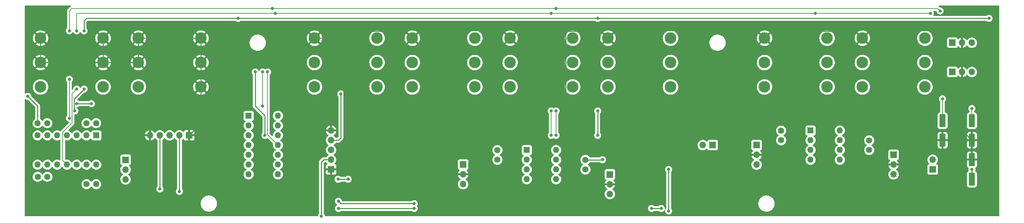
<source format=gbr>
%TF.GenerationSoftware,KiCad,Pcbnew,(6.0.10)*%
%TF.CreationDate,2023-04-08T13:18:27+03:00*%
%TF.ProjectId,DelSol_Mixer,44656c53-6f6c-45f4-9d69-7865722e6b69,rev?*%
%TF.SameCoordinates,Original*%
%TF.FileFunction,Copper,L1,Top*%
%TF.FilePolarity,Positive*%
%FSLAX46Y46*%
G04 Gerber Fmt 4.6, Leading zero omitted, Abs format (unit mm)*
G04 Created by KiCad (PCBNEW (6.0.10)) date 2023-04-08 13:18:27*
%MOMM*%
%LPD*%
G01*
G04 APERTURE LIST*
G04 Aperture macros list*
%AMRoundRect*
0 Rectangle with rounded corners*
0 $1 Rounding radius*
0 $2 $3 $4 $5 $6 $7 $8 $9 X,Y pos of 4 corners*
0 Add a 4 corners polygon primitive as box body*
4,1,4,$2,$3,$4,$5,$6,$7,$8,$9,$2,$3,0*
0 Add four circle primitives for the rounded corners*
1,1,$1+$1,$2,$3*
1,1,$1+$1,$4,$5*
1,1,$1+$1,$6,$7*
1,1,$1+$1,$8,$9*
0 Add four rect primitives between the rounded corners*
20,1,$1+$1,$2,$3,$4,$5,0*
20,1,$1+$1,$4,$5,$6,$7,0*
20,1,$1+$1,$6,$7,$8,$9,0*
20,1,$1+$1,$8,$9,$2,$3,0*%
G04 Aperture macros list end*
%TA.AperFunction,ComponentPad*%
%ADD10R,1.700000X1.700000*%
%TD*%
%TA.AperFunction,ComponentPad*%
%ADD11O,1.700000X1.700000*%
%TD*%
%TA.AperFunction,ComponentPad*%
%ADD12C,3.000000*%
%TD*%
%TA.AperFunction,SMDPad,CuDef*%
%ADD13RoundRect,0.250000X0.550000X-1.412500X0.550000X1.412500X-0.550000X1.412500X-0.550000X-1.412500X0*%
%TD*%
%TA.AperFunction,SMDPad,CuDef*%
%ADD14RoundRect,0.250000X-0.550000X1.412500X-0.550000X-1.412500X0.550000X-1.412500X0.550000X1.412500X0*%
%TD*%
%TA.AperFunction,ComponentPad*%
%ADD15C,1.600000*%
%TD*%
%TA.AperFunction,ComponentPad*%
%ADD16R,1.600000X1.600000*%
%TD*%
%TA.AperFunction,ComponentPad*%
%ADD17O,1.600000X1.600000*%
%TD*%
%TA.AperFunction,ViaPad*%
%ADD18C,0.800000*%
%TD*%
%TA.AperFunction,Conductor*%
%ADD19C,0.250000*%
%TD*%
%TA.AperFunction,Conductor*%
%ADD20C,0.200000*%
%TD*%
G04 APERTURE END LIST*
D10*
X238760000Y-52070000D03*
D11*
X238760000Y-54610000D03*
X238760000Y-57150000D03*
D12*
X88405000Y-28025000D03*
X104635000Y-28025000D03*
X88405000Y-21675000D03*
X104635000Y-21675000D03*
X88405000Y-34375000D03*
X104635000Y-34375000D03*
D13*
X259080000Y-58417500D03*
X259080000Y-53342500D03*
D10*
X127000000Y-54610000D03*
D11*
X127000000Y-57150000D03*
X127000000Y-59690000D03*
D14*
X251460000Y-43182500D03*
X251460000Y-48257500D03*
D10*
X254000000Y-22860000D03*
D11*
X256540000Y-22860000D03*
X259080000Y-22860000D03*
D12*
X230645000Y-28025000D03*
X246875000Y-28025000D03*
X230645000Y-21675000D03*
X246875000Y-21675000D03*
X230645000Y-34375000D03*
X246875000Y-34375000D03*
X139205000Y-28025000D03*
X155435000Y-28025000D03*
X139205000Y-21675000D03*
X155435000Y-21675000D03*
X139205000Y-34375000D03*
X155435000Y-34375000D03*
D15*
X135890000Y-53340000D03*
X135890000Y-50840000D03*
D12*
X205245000Y-28025000D03*
X221475000Y-28025000D03*
X205245000Y-21675000D03*
X221475000Y-21675000D03*
X205245000Y-34375000D03*
X221475000Y-34375000D03*
D10*
X55875000Y-46990000D03*
D11*
X53335000Y-46990000D03*
X50795000Y-46990000D03*
X48255000Y-46990000D03*
X45715000Y-46990000D03*
D15*
X209550000Y-48260000D03*
X209550000Y-45760000D03*
D12*
X17285000Y-28025000D03*
X33515000Y-28025000D03*
X17285000Y-21675000D03*
X33515000Y-21675000D03*
X17285000Y-34375000D03*
X33515000Y-34375000D03*
D15*
X29210000Y-43815000D03*
X31710000Y-43815000D03*
D10*
X191770000Y-49530000D03*
D11*
X189230000Y-49530000D03*
D10*
X248920000Y-55880000D03*
D11*
X248920000Y-53340000D03*
D12*
X164605000Y-28025000D03*
X180835000Y-28025000D03*
X164605000Y-21675000D03*
X180835000Y-21675000D03*
X164605000Y-34375000D03*
X180835000Y-34375000D03*
D15*
X29215000Y-59700000D03*
X31715000Y-59700000D03*
D12*
X42685000Y-28025000D03*
X58915000Y-28025000D03*
X42685000Y-21675000D03*
X58915000Y-21675000D03*
X42685000Y-34375000D03*
X58915000Y-34375000D03*
D13*
X259080000Y-48257500D03*
X259080000Y-43182500D03*
D10*
X39370000Y-53355000D03*
D11*
X39370000Y-55895000D03*
X39370000Y-58435000D03*
D16*
X217180000Y-45730000D03*
D17*
X217180000Y-48270000D03*
X217180000Y-50810000D03*
X217180000Y-53350000D03*
X224800000Y-53350000D03*
X224800000Y-50810000D03*
X224800000Y-48270000D03*
X224800000Y-45730000D03*
D10*
X203200000Y-49530000D03*
D11*
X203200000Y-52070000D03*
X203200000Y-54610000D03*
D16*
X71300000Y-41910000D03*
D17*
X71300000Y-44450000D03*
X71300000Y-46990000D03*
X71300000Y-49530000D03*
X71300000Y-52070000D03*
X71300000Y-54610000D03*
X71300000Y-57150000D03*
X78920000Y-57150000D03*
X78920000Y-54610000D03*
X78920000Y-52070000D03*
X78920000Y-49530000D03*
X78920000Y-46990000D03*
X78920000Y-44450000D03*
X78920000Y-41910000D03*
D16*
X143520000Y-50810000D03*
D17*
X143520000Y-53350000D03*
X143520000Y-55890000D03*
X143520000Y-58430000D03*
X151140000Y-58430000D03*
X151140000Y-55890000D03*
X151140000Y-53350000D03*
X151140000Y-50810000D03*
D15*
X158750000Y-55880000D03*
X158750000Y-53380000D03*
D10*
X254000000Y-30480000D03*
D11*
X256540000Y-30480000D03*
X259080000Y-30480000D03*
D16*
X31755000Y-47000000D03*
D17*
X29215000Y-47000000D03*
X26675000Y-47000000D03*
X24135000Y-47000000D03*
X21595000Y-47000000D03*
X19055000Y-47000000D03*
X16515000Y-47000000D03*
X16515000Y-54620000D03*
X19055000Y-54620000D03*
X21595000Y-54620000D03*
X24135000Y-54620000D03*
X26675000Y-54620000D03*
X29215000Y-54620000D03*
X31755000Y-54620000D03*
D15*
X232410000Y-50800000D03*
X232410000Y-48300000D03*
D10*
X165100000Y-57165000D03*
D11*
X165100000Y-59705000D03*
X165100000Y-62245000D03*
D15*
X19050000Y-57785000D03*
X16550000Y-57785000D03*
D10*
X92710000Y-55880000D03*
D11*
X92710000Y-53340000D03*
X92710000Y-50800000D03*
X92710000Y-48260000D03*
X92710000Y-45720000D03*
D12*
X113805000Y-28025000D03*
X130035000Y-28025000D03*
X113805000Y-21675000D03*
X130035000Y-21675000D03*
X113805000Y-34375000D03*
X130035000Y-34375000D03*
D15*
X19030000Y-43815000D03*
X16530000Y-43815000D03*
D18*
X24765000Y-50165000D03*
X28575000Y-50165000D03*
X153670000Y-46990000D03*
X257810000Y-48260000D03*
X68580000Y-16510000D03*
X161925000Y-40640000D03*
X73025000Y-30480000D03*
X28575000Y-19774500D03*
X75527015Y-47000768D03*
X161925000Y-46990000D03*
X161925000Y-16510000D03*
X26164500Y-40640000D03*
X28575000Y-34925000D03*
X263525000Y-16510000D03*
X259080000Y-55880000D03*
X94525500Y-58420000D03*
X97155000Y-58420000D03*
X180340000Y-55880000D03*
X180340000Y-66675000D03*
X163195000Y-53340000D03*
X90170000Y-68034500D03*
X94615000Y-66040000D03*
X48260000Y-60960000D03*
X175895000Y-66040000D03*
X114300000Y-66040000D03*
X178435000Y-66040000D03*
X95250000Y-36195000D03*
X94615000Y-64135000D03*
X13970000Y-36830000D03*
X114300000Y-64770000D03*
X53340000Y-61595000D03*
X250825000Y-14605000D03*
X74930000Y-30480000D03*
X74930000Y-39370000D03*
X24765000Y-32385000D03*
X151130000Y-40640000D03*
X151130000Y-46990000D03*
X151130000Y-13970000D03*
X77470000Y-13970000D03*
X24765000Y-19774500D03*
X251460000Y-37465000D03*
X24765000Y-42545000D03*
X259080000Y-40005000D03*
X149860000Y-15240000D03*
X149860000Y-46990000D03*
X78169500Y-15240000D03*
X218440000Y-15240000D03*
X149860000Y-40640000D03*
X26670000Y-34925000D03*
X26670000Y-19774500D03*
X76200000Y-30480000D03*
X248285000Y-15240000D03*
X26670000Y-38735000D03*
X30480000Y-38735000D03*
D19*
X207070000Y-19850000D02*
X228820000Y-19850000D01*
X33515000Y-28025000D02*
X33515000Y-21675000D01*
X85145000Y-18415000D02*
X88405000Y-21675000D01*
X17285000Y-28025000D02*
X33515000Y-28025000D01*
X259077500Y-48260000D02*
X259080000Y-48257500D01*
X58915000Y-28025000D02*
X58915000Y-21675000D01*
X153670000Y-46990000D02*
X153610000Y-46930000D01*
X124460000Y-55880000D02*
X124460000Y-19685000D01*
X137215000Y-19685000D02*
X139205000Y-21675000D01*
X92710000Y-55880000D02*
X94615000Y-55880000D01*
X92710000Y-34925000D02*
X93345000Y-34290000D01*
X58915000Y-43950000D02*
X58915000Y-34375000D01*
X42685000Y-28025000D02*
X42685000Y-21675000D01*
X17285000Y-28025000D02*
X17285000Y-21675000D01*
X24765000Y-50165000D02*
X28575000Y-50165000D01*
X95335000Y-21675000D02*
X95885000Y-22225000D01*
X162780000Y-19850000D02*
X164605000Y-21675000D01*
X168910000Y-19685000D02*
X203255000Y-19685000D01*
X165100000Y-59705000D02*
X168260000Y-59705000D01*
X62175000Y-18415000D02*
X85145000Y-18415000D01*
X166595000Y-19685000D02*
X168910000Y-19685000D01*
X153610000Y-46930000D02*
X153610000Y-19745000D01*
X111980000Y-19850000D02*
X113805000Y-21675000D01*
X168910000Y-59055000D02*
X168910000Y-19685000D01*
X58915000Y-34375000D02*
X58915000Y-28025000D01*
X93345000Y-34290000D02*
X95885000Y-34290000D01*
X259080000Y-48257500D02*
X256540000Y-45717500D01*
X115795000Y-19685000D02*
X137215000Y-19685000D01*
X203255000Y-19685000D02*
X205245000Y-21675000D01*
X88405000Y-21675000D02*
X95335000Y-21675000D01*
X257810000Y-48260000D02*
X259077500Y-48260000D01*
X127000000Y-57150000D02*
X125730000Y-57150000D01*
X168260000Y-59705000D02*
X168910000Y-59055000D01*
X153610000Y-19745000D02*
X153670000Y-19685000D01*
X42685000Y-21675000D02*
X58915000Y-21675000D01*
X259080000Y-53342500D02*
X259080000Y-48257500D01*
X232635000Y-19685000D02*
X255270000Y-19685000D01*
X55875000Y-46990000D02*
X58915000Y-43950000D01*
X228820000Y-19850000D02*
X230645000Y-21675000D01*
X251460000Y-48257500D02*
X259080000Y-48257500D01*
X95975000Y-54520000D02*
X95975000Y-22135000D01*
X95975000Y-22135000D02*
X98260000Y-19850000D01*
X255270000Y-19685000D02*
X256540000Y-20955000D01*
X113805000Y-21675000D02*
X115795000Y-19685000D01*
X256540000Y-20955000D02*
X256540000Y-22860000D01*
X98260000Y-19850000D02*
X111980000Y-19850000D01*
X230645000Y-21675000D02*
X232635000Y-19685000D01*
X92710000Y-45720000D02*
X92710000Y-34925000D01*
X164605000Y-21675000D02*
X166595000Y-19685000D01*
X58915000Y-21675000D02*
X62175000Y-18415000D01*
X125730000Y-57150000D02*
X124460000Y-55880000D01*
X256540000Y-45717500D02*
X256540000Y-30480000D01*
X205245000Y-21675000D02*
X207070000Y-19850000D01*
X141030000Y-19850000D02*
X162780000Y-19850000D01*
X94615000Y-55880000D02*
X95975000Y-54520000D01*
X139205000Y-21675000D02*
X141030000Y-19850000D01*
X33515000Y-28025000D02*
X42685000Y-28025000D01*
X68580000Y-16510000D02*
X29210000Y-16510000D01*
X161925000Y-46990000D02*
X161925000Y-40640000D01*
X75527015Y-47000768D02*
X75527015Y-41872015D01*
X26164500Y-40640000D02*
X25945000Y-40420500D01*
X75527015Y-41872015D02*
X73025000Y-39370000D01*
X161925000Y-16510000D02*
X68580000Y-16510000D01*
X73025000Y-39370000D02*
X73025000Y-30480000D01*
X259080000Y-55880000D02*
X259080000Y-58417500D01*
X28575000Y-17145000D02*
X28575000Y-19774500D01*
X29210000Y-16510000D02*
X28575000Y-17145000D01*
X263525000Y-16510000D02*
X161925000Y-16510000D01*
X25945000Y-40420500D02*
X25945000Y-37555000D01*
X25945000Y-37555000D02*
X28575000Y-34925000D01*
X97155000Y-58420000D02*
X94525500Y-58420000D01*
X163195000Y-53340000D02*
X163155000Y-53380000D01*
X163155000Y-53380000D02*
X158750000Y-53380000D01*
X180340000Y-66675000D02*
X180340000Y-55880000D01*
X92710000Y-53340000D02*
X90805000Y-53340000D01*
X90805000Y-53340000D02*
X90170000Y-53975000D01*
X90170000Y-53975000D02*
X90170000Y-68034500D01*
X114300000Y-66040000D02*
X94615000Y-66040000D01*
X48260000Y-60960000D02*
X48255000Y-60955000D01*
X178435000Y-66040000D02*
X175895000Y-66040000D01*
X48255000Y-60955000D02*
X48255000Y-46990000D01*
X95250000Y-47625000D02*
X94615000Y-48260000D01*
X95250000Y-36195000D02*
X95250000Y-47625000D01*
X94615000Y-48260000D02*
X92710000Y-48260000D01*
X53335000Y-61590000D02*
X53335000Y-46990000D01*
X53340000Y-61595000D02*
X53335000Y-61590000D01*
X95250000Y-64770000D02*
X94615000Y-64135000D01*
X16530000Y-39430000D02*
X16530000Y-43815000D01*
X13970000Y-36830000D02*
X16550000Y-39410000D01*
X114300000Y-64770000D02*
X95250000Y-64770000D01*
X16550000Y-39410000D02*
X16530000Y-39430000D01*
D20*
X251460000Y-43182500D02*
X251460000Y-37465000D01*
X151130000Y-13970000D02*
X250190000Y-13970000D01*
X24765000Y-42545000D02*
X24765000Y-32385000D01*
X24765000Y-14605000D02*
X25400000Y-13970000D01*
X74930000Y-39370000D02*
X74930000Y-30480000D01*
X250190000Y-13970000D02*
X250825000Y-14605000D01*
X24765000Y-19774500D02*
X24765000Y-14605000D01*
X151130000Y-46990000D02*
X151130000Y-40640000D01*
X77470000Y-13970000D02*
X151130000Y-13970000D01*
X25400000Y-13970000D02*
X77470000Y-13970000D01*
X149860000Y-46990000D02*
X149860000Y-40640000D01*
X26670000Y-15240000D02*
X26670000Y-19774500D01*
X218440000Y-15240000D02*
X26670000Y-15240000D01*
X23035000Y-46180000D02*
X25465000Y-43750000D01*
X259080000Y-43182500D02*
X259080000Y-40005000D01*
X23035000Y-53520000D02*
X23035000Y-46180000D01*
X248285000Y-15240000D02*
X245745000Y-15240000D01*
X245745000Y-15240000D02*
X218440000Y-15240000D01*
X24135000Y-54620000D02*
X23035000Y-53520000D01*
X78920000Y-49530000D02*
X76200000Y-46810000D01*
X76200000Y-46810000D02*
X76200000Y-30480000D01*
X25465000Y-36130000D02*
X26670000Y-34925000D01*
X25465000Y-43750000D02*
X25465000Y-36130000D01*
D19*
X26670000Y-38735000D02*
X30480000Y-38735000D01*
%TA.AperFunction,Conductor*%
G36*
X25091493Y-13228502D02*
G01*
X25137986Y-13282158D01*
X25148090Y-13352432D01*
X25118596Y-13417012D01*
X25092921Y-13438212D01*
X25093124Y-13438476D01*
X24997937Y-13511515D01*
X24997921Y-13511529D01*
X24972566Y-13530984D01*
X24972563Y-13530987D01*
X24966013Y-13536013D01*
X24960983Y-13542568D01*
X24946548Y-13561379D01*
X24935681Y-13573770D01*
X24368766Y-14140685D01*
X24356375Y-14151552D01*
X24331013Y-14171013D01*
X24306526Y-14202925D01*
X24306523Y-14202928D01*
X24233476Y-14298124D01*
X24172162Y-14446149D01*
X24172162Y-14446150D01*
X24156500Y-14565115D01*
X24156500Y-14565120D01*
X24151250Y-14605000D01*
X24152328Y-14613188D01*
X24155422Y-14636690D01*
X24156500Y-14653136D01*
X24156500Y-19044210D01*
X24136498Y-19112331D01*
X24124136Y-19128520D01*
X24025960Y-19237556D01*
X23930473Y-19402944D01*
X23871458Y-19584572D01*
X23870768Y-19591133D01*
X23870768Y-19591135D01*
X23862656Y-19668318D01*
X23851496Y-19774500D01*
X23871458Y-19964428D01*
X23930473Y-20146056D01*
X24025960Y-20311444D01*
X24030378Y-20316351D01*
X24030379Y-20316352D01*
X24149325Y-20448455D01*
X24153747Y-20453366D01*
X24308248Y-20565618D01*
X24314276Y-20568302D01*
X24314278Y-20568303D01*
X24466147Y-20635919D01*
X24482712Y-20643294D01*
X24576113Y-20663147D01*
X24663056Y-20681628D01*
X24663061Y-20681628D01*
X24669513Y-20683000D01*
X24860487Y-20683000D01*
X24866939Y-20681628D01*
X24866944Y-20681628D01*
X24953887Y-20663147D01*
X25047288Y-20643294D01*
X25063853Y-20635919D01*
X25215722Y-20568303D01*
X25215724Y-20568302D01*
X25221752Y-20565618D01*
X25376253Y-20453366D01*
X25380675Y-20448455D01*
X25499621Y-20316352D01*
X25499622Y-20316351D01*
X25504040Y-20311444D01*
X25599527Y-20146056D01*
X25601567Y-20139777D01*
X25602394Y-20137920D01*
X25648374Y-20083825D01*
X25716301Y-20063176D01*
X25784609Y-20082529D01*
X25832606Y-20137920D01*
X25833433Y-20139777D01*
X25835473Y-20146056D01*
X25930960Y-20311444D01*
X25935378Y-20316351D01*
X25935379Y-20316352D01*
X26054325Y-20448455D01*
X26058747Y-20453366D01*
X26213248Y-20565618D01*
X26219276Y-20568302D01*
X26219278Y-20568303D01*
X26371147Y-20635919D01*
X26387712Y-20643294D01*
X26481113Y-20663147D01*
X26568056Y-20681628D01*
X26568061Y-20681628D01*
X26574513Y-20683000D01*
X26765487Y-20683000D01*
X26771939Y-20681628D01*
X26771944Y-20681628D01*
X26858887Y-20663147D01*
X26952288Y-20643294D01*
X26968853Y-20635919D01*
X27120722Y-20568303D01*
X27120724Y-20568302D01*
X27126752Y-20565618D01*
X27281253Y-20453366D01*
X27285675Y-20448455D01*
X27404621Y-20316352D01*
X27404622Y-20316351D01*
X27409040Y-20311444D01*
X27504527Y-20146056D01*
X27506567Y-20139777D01*
X27507394Y-20137920D01*
X27553374Y-20083825D01*
X27621301Y-20063176D01*
X27689609Y-20082529D01*
X27737606Y-20137920D01*
X27738433Y-20139777D01*
X27740473Y-20146056D01*
X27835960Y-20311444D01*
X27840378Y-20316351D01*
X27840379Y-20316352D01*
X27959325Y-20448455D01*
X27963747Y-20453366D01*
X28118248Y-20565618D01*
X28124276Y-20568302D01*
X28124278Y-20568303D01*
X28276147Y-20635919D01*
X28292712Y-20643294D01*
X28386113Y-20663147D01*
X28473056Y-20681628D01*
X28473061Y-20681628D01*
X28479513Y-20683000D01*
X28670487Y-20683000D01*
X28676939Y-20681628D01*
X28676944Y-20681628D01*
X28763887Y-20663147D01*
X28857288Y-20643294D01*
X28873853Y-20635919D01*
X29025722Y-20568303D01*
X29025724Y-20568302D01*
X29031752Y-20565618D01*
X29186253Y-20453366D01*
X29190675Y-20448455D01*
X29309621Y-20316352D01*
X29309622Y-20316351D01*
X29314040Y-20311444D01*
X29409527Y-20146056D01*
X29428553Y-20087500D01*
X32291584Y-20087500D01*
X32297980Y-20098770D01*
X33502188Y-21302978D01*
X33516132Y-21310592D01*
X33517965Y-21310461D01*
X33524580Y-21306210D01*
X34731604Y-20099186D01*
X34737985Y-20087500D01*
X41461584Y-20087500D01*
X41467980Y-20098770D01*
X42672188Y-21302978D01*
X42686132Y-21310592D01*
X42687965Y-21310461D01*
X42694580Y-21306210D01*
X43901604Y-20099186D01*
X43907985Y-20087500D01*
X57691584Y-20087500D01*
X57697980Y-20098770D01*
X58902188Y-21302978D01*
X58916132Y-21310592D01*
X58917965Y-21310461D01*
X58924580Y-21306210D01*
X60131604Y-20099186D01*
X60137985Y-20087500D01*
X87181584Y-20087500D01*
X87187980Y-20098770D01*
X88392188Y-21302978D01*
X88406132Y-21310592D01*
X88407965Y-21310461D01*
X88414580Y-21306210D01*
X89621604Y-20099186D01*
X89628795Y-20086017D01*
X89621473Y-20075780D01*
X89574233Y-20037115D01*
X89567261Y-20032160D01*
X89341122Y-19893582D01*
X89333552Y-19889624D01*
X89090704Y-19783022D01*
X89082644Y-19780120D01*
X88827592Y-19707467D01*
X88819214Y-19705685D01*
X88556656Y-19668318D01*
X88548111Y-19667691D01*
X88282908Y-19666302D01*
X88274374Y-19666839D01*
X88011433Y-19701456D01*
X88003035Y-19703149D01*
X87747238Y-19773127D01*
X87739143Y-19775946D01*
X87495199Y-19879997D01*
X87487577Y-19883881D01*
X87260013Y-20020075D01*
X87252981Y-20024962D01*
X87190053Y-20075377D01*
X87181584Y-20087500D01*
X60137985Y-20087500D01*
X60138795Y-20086017D01*
X60131473Y-20075780D01*
X60084233Y-20037115D01*
X60077261Y-20032160D01*
X59851122Y-19893582D01*
X59843552Y-19889624D01*
X59600704Y-19783022D01*
X59592644Y-19780120D01*
X59337592Y-19707467D01*
X59329214Y-19705685D01*
X59066656Y-19668318D01*
X59058111Y-19667691D01*
X58792908Y-19666302D01*
X58784374Y-19666839D01*
X58521433Y-19701456D01*
X58513035Y-19703149D01*
X58257238Y-19773127D01*
X58249143Y-19775946D01*
X58005199Y-19879997D01*
X57997577Y-19883881D01*
X57770013Y-20020075D01*
X57762981Y-20024962D01*
X57700053Y-20075377D01*
X57691584Y-20087500D01*
X43907985Y-20087500D01*
X43908795Y-20086017D01*
X43901473Y-20075780D01*
X43854233Y-20037115D01*
X43847261Y-20032160D01*
X43621122Y-19893582D01*
X43613552Y-19889624D01*
X43370704Y-19783022D01*
X43362644Y-19780120D01*
X43107592Y-19707467D01*
X43099214Y-19705685D01*
X42836656Y-19668318D01*
X42828111Y-19667691D01*
X42562908Y-19666302D01*
X42554374Y-19666839D01*
X42291433Y-19701456D01*
X42283035Y-19703149D01*
X42027238Y-19773127D01*
X42019143Y-19775946D01*
X41775199Y-19879997D01*
X41767577Y-19883881D01*
X41540013Y-20020075D01*
X41532981Y-20024962D01*
X41470053Y-20075377D01*
X41461584Y-20087500D01*
X34737985Y-20087500D01*
X34738795Y-20086017D01*
X34731473Y-20075780D01*
X34684233Y-20037115D01*
X34677261Y-20032160D01*
X34451122Y-19893582D01*
X34443552Y-19889624D01*
X34200704Y-19783022D01*
X34192644Y-19780120D01*
X33937592Y-19707467D01*
X33929214Y-19705685D01*
X33666656Y-19668318D01*
X33658111Y-19667691D01*
X33392908Y-19666302D01*
X33384374Y-19666839D01*
X33121433Y-19701456D01*
X33113035Y-19703149D01*
X32857238Y-19773127D01*
X32849143Y-19775946D01*
X32605199Y-19879997D01*
X32597577Y-19883881D01*
X32370013Y-20020075D01*
X32362981Y-20024962D01*
X32300053Y-20075377D01*
X32291584Y-20087500D01*
X29428553Y-20087500D01*
X29468542Y-19964428D01*
X29488504Y-19774500D01*
X29477344Y-19668318D01*
X29469232Y-19591135D01*
X29469232Y-19591133D01*
X29468542Y-19584572D01*
X29409527Y-19402944D01*
X29314040Y-19237556D01*
X29240863Y-19156285D01*
X29210147Y-19092279D01*
X29208500Y-19071976D01*
X29208500Y-17459594D01*
X29228502Y-17391473D01*
X29245405Y-17370499D01*
X29435499Y-17180405D01*
X29497811Y-17146379D01*
X29524594Y-17143500D01*
X67871800Y-17143500D01*
X67939921Y-17163502D01*
X67959147Y-17179843D01*
X67959420Y-17179540D01*
X67964332Y-17183963D01*
X67968747Y-17188866D01*
X68123248Y-17301118D01*
X68129276Y-17303802D01*
X68129278Y-17303803D01*
X68279081Y-17370499D01*
X68297712Y-17378794D01*
X68391112Y-17398647D01*
X68478056Y-17417128D01*
X68478061Y-17417128D01*
X68484513Y-17418500D01*
X68675487Y-17418500D01*
X68681939Y-17417128D01*
X68681944Y-17417128D01*
X68768887Y-17398647D01*
X68862288Y-17378794D01*
X68880919Y-17370499D01*
X69030722Y-17303803D01*
X69030724Y-17303802D01*
X69036752Y-17301118D01*
X69191253Y-17188866D01*
X69195668Y-17183963D01*
X69200580Y-17179540D01*
X69201705Y-17180789D01*
X69255014Y-17147949D01*
X69288200Y-17143500D01*
X161216800Y-17143500D01*
X161284921Y-17163502D01*
X161304147Y-17179843D01*
X161304420Y-17179540D01*
X161309332Y-17183963D01*
X161313747Y-17188866D01*
X161468248Y-17301118D01*
X161474276Y-17303802D01*
X161474278Y-17303803D01*
X161624081Y-17370499D01*
X161642712Y-17378794D01*
X161736112Y-17398647D01*
X161823056Y-17417128D01*
X161823061Y-17417128D01*
X161829513Y-17418500D01*
X162020487Y-17418500D01*
X162026939Y-17417128D01*
X162026944Y-17417128D01*
X162113887Y-17398647D01*
X162207288Y-17378794D01*
X162225919Y-17370499D01*
X162375722Y-17303803D01*
X162375724Y-17303802D01*
X162381752Y-17301118D01*
X162536253Y-17188866D01*
X162540668Y-17183963D01*
X162545580Y-17179540D01*
X162546705Y-17180789D01*
X162600014Y-17147949D01*
X162633200Y-17143500D01*
X262816800Y-17143500D01*
X262884921Y-17163502D01*
X262904147Y-17179843D01*
X262904420Y-17179540D01*
X262909332Y-17183963D01*
X262913747Y-17188866D01*
X263068248Y-17301118D01*
X263074276Y-17303802D01*
X263074278Y-17303803D01*
X263224081Y-17370499D01*
X263242712Y-17378794D01*
X263336113Y-17398647D01*
X263423056Y-17417128D01*
X263423061Y-17417128D01*
X263429513Y-17418500D01*
X263620487Y-17418500D01*
X263626939Y-17417128D01*
X263626944Y-17417128D01*
X263713887Y-17398647D01*
X263807288Y-17378794D01*
X263825919Y-17370499D01*
X263975722Y-17303803D01*
X263975724Y-17303802D01*
X263981752Y-17301118D01*
X264136253Y-17188866D01*
X264173095Y-17147949D01*
X264259621Y-17051852D01*
X264259622Y-17051851D01*
X264264040Y-17046944D01*
X264338708Y-16917616D01*
X264356223Y-16887279D01*
X264356224Y-16887278D01*
X264359527Y-16881556D01*
X264418542Y-16699928D01*
X264424699Y-16641353D01*
X264437814Y-16516565D01*
X264438504Y-16510000D01*
X264418542Y-16320072D01*
X264359527Y-16138444D01*
X264264040Y-15973056D01*
X264162142Y-15859886D01*
X264140675Y-15836045D01*
X264140674Y-15836044D01*
X264136253Y-15831134D01*
X263981752Y-15718882D01*
X263975724Y-15716198D01*
X263975722Y-15716197D01*
X263813319Y-15643891D01*
X263813318Y-15643891D01*
X263807288Y-15641206D01*
X263694721Y-15617279D01*
X263626944Y-15602872D01*
X263626939Y-15602872D01*
X263620487Y-15601500D01*
X263429513Y-15601500D01*
X263423061Y-15602872D01*
X263423056Y-15602872D01*
X263355279Y-15617279D01*
X263242712Y-15641206D01*
X263236682Y-15643891D01*
X263236681Y-15643891D01*
X263074278Y-15716197D01*
X263074276Y-15716198D01*
X263068248Y-15718882D01*
X262913747Y-15831134D01*
X262909332Y-15836037D01*
X262904420Y-15840460D01*
X262903295Y-15839211D01*
X262849986Y-15872051D01*
X262816800Y-15876500D01*
X249184800Y-15876500D01*
X249116679Y-15856498D01*
X249070186Y-15802842D01*
X249060082Y-15732568D01*
X249075681Y-15687500D01*
X249116223Y-15617279D01*
X249116224Y-15617278D01*
X249119527Y-15611556D01*
X249178542Y-15429928D01*
X249181814Y-15398803D01*
X249197814Y-15246565D01*
X249198504Y-15240000D01*
X249182669Y-15089338D01*
X249179232Y-15056635D01*
X249179232Y-15056633D01*
X249178542Y-15050072D01*
X249119527Y-14868444D01*
X249083483Y-14806013D01*
X249061247Y-14767500D01*
X249044509Y-14698505D01*
X249067729Y-14631413D01*
X249123537Y-14587526D01*
X249170366Y-14578500D01*
X249795260Y-14578500D01*
X249863381Y-14598502D01*
X249909874Y-14652158D01*
X249920569Y-14691327D01*
X249931458Y-14794928D01*
X249990473Y-14976556D01*
X250085960Y-15141944D01*
X250213747Y-15283866D01*
X250368248Y-15396118D01*
X250374276Y-15398802D01*
X250374278Y-15398803D01*
X250536681Y-15471109D01*
X250542712Y-15473794D01*
X250636113Y-15493647D01*
X250723056Y-15512128D01*
X250723061Y-15512128D01*
X250729513Y-15513500D01*
X250920487Y-15513500D01*
X250926939Y-15512128D01*
X250926944Y-15512128D01*
X251013887Y-15493647D01*
X251107288Y-15473794D01*
X251113319Y-15471109D01*
X251275722Y-15398803D01*
X251275724Y-15398802D01*
X251281752Y-15396118D01*
X251436253Y-15283866D01*
X251564040Y-15141944D01*
X251659527Y-14976556D01*
X251718542Y-14794928D01*
X251729431Y-14691330D01*
X251737814Y-14611565D01*
X251738504Y-14605000D01*
X251735719Y-14578500D01*
X251719232Y-14421635D01*
X251719232Y-14421633D01*
X251718542Y-14415072D01*
X251659527Y-14233444D01*
X251564040Y-14068056D01*
X251436253Y-13926134D01*
X251281752Y-13813882D01*
X251275724Y-13811198D01*
X251275722Y-13811197D01*
X251113319Y-13738891D01*
X251113318Y-13738891D01*
X251107288Y-13736206D01*
X251013887Y-13716353D01*
X250926944Y-13697872D01*
X250926939Y-13697872D01*
X250920487Y-13696500D01*
X250829239Y-13696500D01*
X250761118Y-13676498D01*
X250740144Y-13659595D01*
X250654315Y-13573766D01*
X250643448Y-13561375D01*
X250629013Y-13542563D01*
X250623987Y-13536013D01*
X250592075Y-13511526D01*
X250592069Y-13511520D01*
X250496876Y-13438476D01*
X250497700Y-13437402D01*
X250454633Y-13392233D01*
X250441199Y-13322519D01*
X250467588Y-13256609D01*
X250525421Y-13215429D01*
X250566628Y-13208500D01*
X266065500Y-13208500D01*
X266133621Y-13228502D01*
X266180114Y-13282158D01*
X266191500Y-13334500D01*
X266191500Y-67945500D01*
X266171498Y-68013621D01*
X266117842Y-68060114D01*
X266065500Y-68071500D01*
X91200844Y-68071500D01*
X91132723Y-68051498D01*
X91086230Y-67997842D01*
X91075534Y-67958670D01*
X91064232Y-67851135D01*
X91064232Y-67851133D01*
X91063542Y-67844572D01*
X91004527Y-67662944D01*
X90909040Y-67497556D01*
X90835863Y-67416285D01*
X90805147Y-67352279D01*
X90803500Y-67331976D01*
X90803500Y-66040000D01*
X93701496Y-66040000D01*
X93721458Y-66229928D01*
X93780473Y-66411556D01*
X93875960Y-66576944D01*
X94003747Y-66718866D01*
X94158248Y-66831118D01*
X94164276Y-66833802D01*
X94164278Y-66833803D01*
X94264342Y-66878354D01*
X94332712Y-66908794D01*
X94426112Y-66928647D01*
X94513056Y-66947128D01*
X94513061Y-66947128D01*
X94519513Y-66948500D01*
X94710487Y-66948500D01*
X94716939Y-66947128D01*
X94716944Y-66947128D01*
X94803888Y-66928647D01*
X94897288Y-66908794D01*
X94965658Y-66878354D01*
X95065722Y-66833803D01*
X95065724Y-66833802D01*
X95071752Y-66831118D01*
X95108879Y-66804144D01*
X95204671Y-66734546D01*
X95226253Y-66718866D01*
X95230668Y-66713963D01*
X95235580Y-66709540D01*
X95236705Y-66710789D01*
X95290014Y-66677949D01*
X95323200Y-66673500D01*
X113591800Y-66673500D01*
X113659921Y-66693502D01*
X113679147Y-66709843D01*
X113679420Y-66709540D01*
X113684332Y-66713963D01*
X113688747Y-66718866D01*
X113710329Y-66734546D01*
X113806122Y-66804144D01*
X113843248Y-66831118D01*
X113849276Y-66833802D01*
X113849278Y-66833803D01*
X113949342Y-66878354D01*
X114017712Y-66908794D01*
X114111112Y-66928647D01*
X114198056Y-66947128D01*
X114198061Y-66947128D01*
X114204513Y-66948500D01*
X114395487Y-66948500D01*
X114401939Y-66947128D01*
X114401944Y-66947128D01*
X114488888Y-66928647D01*
X114582288Y-66908794D01*
X114650658Y-66878354D01*
X114750722Y-66833803D01*
X114750724Y-66833802D01*
X114756752Y-66831118D01*
X114911253Y-66718866D01*
X115039040Y-66576944D01*
X115134527Y-66411556D01*
X115193542Y-66229928D01*
X115213504Y-66040000D01*
X174981496Y-66040000D01*
X175001458Y-66229928D01*
X175060473Y-66411556D01*
X175155960Y-66576944D01*
X175283747Y-66718866D01*
X175438248Y-66831118D01*
X175444276Y-66833802D01*
X175444278Y-66833803D01*
X175544342Y-66878354D01*
X175612712Y-66908794D01*
X175706112Y-66928647D01*
X175793056Y-66947128D01*
X175793061Y-66947128D01*
X175799513Y-66948500D01*
X175990487Y-66948500D01*
X175996939Y-66947128D01*
X175996944Y-66947128D01*
X176083888Y-66928647D01*
X176177288Y-66908794D01*
X176245658Y-66878354D01*
X176345722Y-66833803D01*
X176345724Y-66833802D01*
X176351752Y-66831118D01*
X176388879Y-66804144D01*
X176484671Y-66734546D01*
X176506253Y-66718866D01*
X176510668Y-66713963D01*
X176515580Y-66709540D01*
X176516705Y-66710789D01*
X176570014Y-66677949D01*
X176603200Y-66673500D01*
X177726800Y-66673500D01*
X177794921Y-66693502D01*
X177814147Y-66709843D01*
X177814420Y-66709540D01*
X177819332Y-66713963D01*
X177823747Y-66718866D01*
X177845329Y-66734546D01*
X177941122Y-66804144D01*
X177978248Y-66831118D01*
X177984276Y-66833802D01*
X177984278Y-66833803D01*
X178084342Y-66878354D01*
X178152712Y-66908794D01*
X178246112Y-66928647D01*
X178333056Y-66947128D01*
X178333061Y-66947128D01*
X178339513Y-66948500D01*
X178530487Y-66948500D01*
X178536939Y-66947128D01*
X178536944Y-66947128D01*
X178623888Y-66928647D01*
X178717288Y-66908794D01*
X178785658Y-66878354D01*
X178885722Y-66833803D01*
X178885724Y-66833802D01*
X178891752Y-66831118D01*
X179046253Y-66718866D01*
X179174040Y-66576944D01*
X179198892Y-66533899D01*
X179250273Y-66484907D01*
X179319986Y-66471470D01*
X179385897Y-66497857D01*
X179427080Y-66555688D01*
X179433320Y-66610070D01*
X179426496Y-66675000D01*
X179427186Y-66681565D01*
X179443187Y-66833803D01*
X179446458Y-66864928D01*
X179505473Y-67046556D01*
X179600960Y-67211944D01*
X179728747Y-67353866D01*
X179883248Y-67466118D01*
X179889276Y-67468802D01*
X179889278Y-67468803D01*
X179953859Y-67497556D01*
X180057712Y-67543794D01*
X180151112Y-67563647D01*
X180238056Y-67582128D01*
X180238061Y-67582128D01*
X180244513Y-67583500D01*
X180435487Y-67583500D01*
X180441939Y-67582128D01*
X180441944Y-67582128D01*
X180528888Y-67563647D01*
X180622288Y-67543794D01*
X180726141Y-67497556D01*
X180790722Y-67468803D01*
X180790724Y-67468802D01*
X180796752Y-67466118D01*
X180951253Y-67353866D01*
X181079040Y-67211944D01*
X181174527Y-67046556D01*
X181233542Y-66864928D01*
X181236814Y-66833803D01*
X181252814Y-66681565D01*
X181253504Y-66675000D01*
X181233542Y-66485072D01*
X181174527Y-66303444D01*
X181079040Y-66138056D01*
X181005863Y-66056785D01*
X180975147Y-65992779D01*
X180973500Y-65972476D01*
X180973500Y-64902703D01*
X203630743Y-64902703D01*
X203631302Y-64906947D01*
X203631302Y-64906951D01*
X203634179Y-64928803D01*
X203668268Y-65187734D01*
X203744129Y-65465036D01*
X203856923Y-65729476D01*
X203868693Y-65749142D01*
X204002356Y-65972476D01*
X204004561Y-65976161D01*
X204184313Y-66200528D01*
X204392851Y-66398423D01*
X204522569Y-66491635D01*
X204611708Y-66555688D01*
X204626317Y-66566186D01*
X204630112Y-66568195D01*
X204630113Y-66568196D01*
X204651869Y-66579715D01*
X204880392Y-66700712D01*
X205150373Y-66799511D01*
X205431264Y-66860755D01*
X205459841Y-66863004D01*
X205654282Y-66878307D01*
X205654291Y-66878307D01*
X205656739Y-66878500D01*
X205812271Y-66878500D01*
X205814407Y-66878354D01*
X205814418Y-66878354D01*
X206022548Y-66864165D01*
X206022554Y-66864164D01*
X206026825Y-66863873D01*
X206031020Y-66863004D01*
X206031022Y-66863004D01*
X206184994Y-66831118D01*
X206308342Y-66805574D01*
X206579343Y-66709607D01*
X206772193Y-66610070D01*
X206831005Y-66579715D01*
X206831006Y-66579715D01*
X206834812Y-66577750D01*
X206838313Y-66575289D01*
X206838317Y-66575287D01*
X206957341Y-66491635D01*
X207070023Y-66412441D01*
X207259674Y-66236206D01*
X207277479Y-66219661D01*
X207277481Y-66219658D01*
X207280622Y-66216740D01*
X207462713Y-65994268D01*
X207612927Y-65749142D01*
X207728483Y-65485898D01*
X207807244Y-65209406D01*
X207847751Y-64924784D01*
X207847845Y-64906951D01*
X207849235Y-64641583D01*
X207849235Y-64641576D01*
X207849257Y-64637297D01*
X207811732Y-64352266D01*
X207735871Y-64074964D01*
X207662902Y-63903891D01*
X207624763Y-63814476D01*
X207624761Y-63814472D01*
X207623077Y-63810524D01*
X207501123Y-63606753D01*
X207477643Y-63567521D01*
X207477640Y-63567517D01*
X207475439Y-63563839D01*
X207295687Y-63339472D01*
X207087149Y-63141577D01*
X206853683Y-62973814D01*
X206831843Y-62962250D01*
X206794424Y-62942438D01*
X206599608Y-62839288D01*
X206329627Y-62740489D01*
X206048736Y-62679245D01*
X206017685Y-62676801D01*
X205825718Y-62661693D01*
X205825709Y-62661693D01*
X205823261Y-62661500D01*
X205667729Y-62661500D01*
X205665593Y-62661646D01*
X205665582Y-62661646D01*
X205457452Y-62675835D01*
X205457446Y-62675836D01*
X205453175Y-62676127D01*
X205448980Y-62676996D01*
X205448978Y-62676996D01*
X205312417Y-62705276D01*
X205171658Y-62734426D01*
X204900657Y-62830393D01*
X204645188Y-62962250D01*
X204641687Y-62964711D01*
X204641683Y-62964713D01*
X204631594Y-62971804D01*
X204409977Y-63127559D01*
X204394892Y-63141577D01*
X204243210Y-63282529D01*
X204199378Y-63323260D01*
X204017287Y-63545732D01*
X203867073Y-63790858D01*
X203751517Y-64054102D01*
X203750342Y-64058229D01*
X203750341Y-64058230D01*
X203733743Y-64116498D01*
X203672756Y-64330594D01*
X203632249Y-64615216D01*
X203632227Y-64619505D01*
X203632226Y-64619512D01*
X203631234Y-64808955D01*
X203630743Y-64902703D01*
X180973500Y-64902703D01*
X180973500Y-59880400D01*
X257771500Y-59880400D01*
X257771837Y-59883646D01*
X257771837Y-59883650D01*
X257781634Y-59978069D01*
X257782474Y-59986166D01*
X257838450Y-60153946D01*
X257931522Y-60304348D01*
X258056697Y-60429305D01*
X258062927Y-60433145D01*
X258062928Y-60433146D01*
X258200090Y-60517694D01*
X258207262Y-60522115D01*
X258260548Y-60539789D01*
X258368611Y-60575632D01*
X258368613Y-60575632D01*
X258375139Y-60577797D01*
X258381975Y-60578497D01*
X258381978Y-60578498D01*
X258423197Y-60582721D01*
X258479600Y-60588500D01*
X259680400Y-60588500D01*
X259683646Y-60588163D01*
X259683650Y-60588163D01*
X259779308Y-60578238D01*
X259779312Y-60578237D01*
X259786166Y-60577526D01*
X259792702Y-60575345D01*
X259792704Y-60575345D01*
X259924806Y-60531272D01*
X259953946Y-60521550D01*
X260104348Y-60428478D01*
X260229305Y-60303303D01*
X260248461Y-60272226D01*
X260318275Y-60158968D01*
X260318276Y-60158966D01*
X260322115Y-60152738D01*
X260377797Y-59984861D01*
X260378607Y-59976962D01*
X260383614Y-59928087D01*
X260388500Y-59880400D01*
X260388500Y-56954600D01*
X260386899Y-56939171D01*
X260378238Y-56855692D01*
X260378237Y-56855688D01*
X260377526Y-56848834D01*
X260354162Y-56778802D01*
X260323868Y-56688002D01*
X260321550Y-56681054D01*
X260228478Y-56530652D01*
X260103303Y-56405695D01*
X259988628Y-56335008D01*
X259941137Y-56282238D01*
X259929713Y-56212167D01*
X259934912Y-56188819D01*
X259973542Y-56069928D01*
X259978545Y-56022333D01*
X259992814Y-55886565D01*
X259993504Y-55880000D01*
X259986786Y-55816081D01*
X259974232Y-55696635D01*
X259974232Y-55696633D01*
X259973542Y-55690072D01*
X259934780Y-55570776D01*
X259932752Y-55499809D01*
X259969415Y-55439011D01*
X259988310Y-55424696D01*
X260097807Y-55356937D01*
X260109208Y-55347901D01*
X260223739Y-55233171D01*
X260232751Y-55221760D01*
X260317816Y-55083757D01*
X260323963Y-55070576D01*
X260375138Y-54916290D01*
X260378005Y-54902914D01*
X260387672Y-54808562D01*
X260388000Y-54802146D01*
X260388000Y-53614615D01*
X260383525Y-53599376D01*
X260382135Y-53598171D01*
X260374452Y-53596500D01*
X257790116Y-53596500D01*
X257774877Y-53600975D01*
X257773672Y-53602365D01*
X257772001Y-53610048D01*
X257772001Y-54802095D01*
X257772338Y-54808614D01*
X257782257Y-54904206D01*
X257785149Y-54917600D01*
X257836588Y-55071784D01*
X257842761Y-55084962D01*
X257928063Y-55222807D01*
X257937099Y-55234208D01*
X258051829Y-55348739D01*
X258063240Y-55357751D01*
X258171529Y-55424501D01*
X258219022Y-55477273D01*
X258230446Y-55547345D01*
X258225248Y-55570691D01*
X258186458Y-55690072D01*
X258185768Y-55696633D01*
X258185768Y-55696635D01*
X258173214Y-55816081D01*
X258166496Y-55880000D01*
X258167186Y-55886565D01*
X258181456Y-56022333D01*
X258186458Y-56069928D01*
X258225061Y-56188735D01*
X258227089Y-56259701D01*
X258190426Y-56320499D01*
X258171534Y-56334812D01*
X258055652Y-56406522D01*
X257930695Y-56531697D01*
X257926855Y-56537927D01*
X257926854Y-56537928D01*
X257860761Y-56645151D01*
X257837885Y-56682262D01*
X257828452Y-56710702D01*
X257788103Y-56832352D01*
X257782203Y-56850139D01*
X257781503Y-56856975D01*
X257781502Y-56856978D01*
X257778715Y-56884183D01*
X257771500Y-56954600D01*
X257771500Y-59880400D01*
X180973500Y-59880400D01*
X180973500Y-57116695D01*
X237397251Y-57116695D01*
X237397548Y-57121848D01*
X237397548Y-57121851D01*
X237409595Y-57330775D01*
X237410110Y-57339715D01*
X237411247Y-57344761D01*
X237411248Y-57344767D01*
X237427745Y-57417966D01*
X237459222Y-57557639D01*
X237543266Y-57764616D01*
X237659987Y-57955088D01*
X237806250Y-58123938D01*
X237978126Y-58266632D01*
X238171000Y-58379338D01*
X238175825Y-58381180D01*
X238175826Y-58381181D01*
X238191015Y-58386981D01*
X238379692Y-58459030D01*
X238384760Y-58460061D01*
X238384763Y-58460062D01*
X238488154Y-58481097D01*
X238598597Y-58503567D01*
X238603772Y-58503757D01*
X238603774Y-58503757D01*
X238816673Y-58511564D01*
X238816677Y-58511564D01*
X238821837Y-58511753D01*
X238826957Y-58511097D01*
X238826959Y-58511097D01*
X239038288Y-58484025D01*
X239038289Y-58484025D01*
X239043416Y-58483368D01*
X239092080Y-58468768D01*
X239252429Y-58420661D01*
X239252434Y-58420659D01*
X239257384Y-58419174D01*
X239457994Y-58320896D01*
X239639860Y-58191173D01*
X239671788Y-58159357D01*
X239771776Y-58059717D01*
X239798096Y-58033489D01*
X239829498Y-57989789D01*
X239925435Y-57856277D01*
X239928453Y-57852077D01*
X239948628Y-57811257D01*
X240025136Y-57656453D01*
X240025137Y-57656451D01*
X240027430Y-57651811D01*
X240092370Y-57438069D01*
X240121529Y-57216590D01*
X240122540Y-57175229D01*
X240123074Y-57153365D01*
X240123074Y-57153361D01*
X240123156Y-57150000D01*
X240104852Y-56927361D01*
X240050431Y-56710702D01*
X239961354Y-56505840D01*
X239921906Y-56444862D01*
X239842822Y-56322617D01*
X239842820Y-56322614D01*
X239840014Y-56318277D01*
X239689670Y-56153051D01*
X239685619Y-56149852D01*
X239685615Y-56149848D01*
X239518414Y-56017800D01*
X239518410Y-56017798D01*
X239514359Y-56014598D01*
X239472569Y-55991529D01*
X239422598Y-55941097D01*
X239407826Y-55871654D01*
X239432942Y-55805248D01*
X239460294Y-55778641D01*
X239635328Y-55653792D01*
X239643200Y-55647139D01*
X239794052Y-55496812D01*
X239800730Y-55488965D01*
X239925003Y-55316020D01*
X239930313Y-55307183D01*
X240024670Y-55116267D01*
X240028469Y-55106672D01*
X240090377Y-54902910D01*
X240092555Y-54892837D01*
X240093986Y-54881962D01*
X240091775Y-54867778D01*
X240078617Y-54864000D01*
X237443225Y-54864000D01*
X237429694Y-54867973D01*
X237428257Y-54877966D01*
X237458565Y-55012446D01*
X237461645Y-55022275D01*
X237541770Y-55219603D01*
X237546413Y-55228794D01*
X237657694Y-55410388D01*
X237663777Y-55418699D01*
X237803213Y-55579667D01*
X237810580Y-55586883D01*
X237974434Y-55722916D01*
X237982881Y-55728831D01*
X238051969Y-55769203D01*
X238100693Y-55820842D01*
X238113764Y-55890625D01*
X238087033Y-55956396D01*
X238046584Y-55989752D01*
X238033607Y-55996507D01*
X238029474Y-55999610D01*
X238029471Y-55999612D01*
X237884996Y-56108087D01*
X237854965Y-56130635D01*
X237809760Y-56177939D01*
X237724780Y-56266866D01*
X237700629Y-56292138D01*
X237697715Y-56296410D01*
X237697714Y-56296411D01*
X237690201Y-56307425D01*
X237574743Y-56476680D01*
X237535036Y-56562221D01*
X237493997Y-56650634D01*
X237480688Y-56679305D01*
X237420989Y-56894570D01*
X237397251Y-57116695D01*
X180973500Y-57116695D01*
X180973500Y-56582524D01*
X180993502Y-56514403D01*
X181005858Y-56498221D01*
X181079040Y-56416944D01*
X181147946Y-56297596D01*
X181171223Y-56257279D01*
X181171224Y-56257278D01*
X181174527Y-56251556D01*
X181233542Y-56069928D01*
X181238545Y-56022333D01*
X181252814Y-55886565D01*
X181253504Y-55880000D01*
X181246786Y-55816081D01*
X181234232Y-55696635D01*
X181234232Y-55696633D01*
X181233542Y-55690072D01*
X181174527Y-55508444D01*
X181146974Y-55460720D01*
X181125949Y-55424305D01*
X181079040Y-55343056D01*
X181051147Y-55312077D01*
X180955675Y-55206045D01*
X180955674Y-55206044D01*
X180951253Y-55201134D01*
X180828311Y-55111811D01*
X180802094Y-55092763D01*
X180802093Y-55092762D01*
X180796752Y-55088882D01*
X180790724Y-55086198D01*
X180790722Y-55086197D01*
X180628319Y-55013891D01*
X180628318Y-55013891D01*
X180622288Y-55011206D01*
X180528887Y-54991353D01*
X180441944Y-54972872D01*
X180441939Y-54972872D01*
X180435487Y-54971500D01*
X180244513Y-54971500D01*
X180238061Y-54972872D01*
X180238056Y-54972872D01*
X180151113Y-54991353D01*
X180057712Y-55011206D01*
X180051682Y-55013891D01*
X180051681Y-55013891D01*
X179889278Y-55086197D01*
X179889276Y-55086198D01*
X179883248Y-55088882D01*
X179877907Y-55092762D01*
X179877906Y-55092763D01*
X179851689Y-55111811D01*
X179728747Y-55201134D01*
X179724326Y-55206044D01*
X179724325Y-55206045D01*
X179628854Y-55312077D01*
X179600960Y-55343056D01*
X179554051Y-55424305D01*
X179533027Y-55460720D01*
X179505473Y-55508444D01*
X179446458Y-55690072D01*
X179445768Y-55696633D01*
X179445768Y-55696635D01*
X179433214Y-55816081D01*
X179426496Y-55880000D01*
X179427186Y-55886565D01*
X179441456Y-56022333D01*
X179446458Y-56069928D01*
X179505473Y-56251556D01*
X179508776Y-56257278D01*
X179508777Y-56257279D01*
X179532054Y-56297596D01*
X179600960Y-56416944D01*
X179674137Y-56498215D01*
X179704853Y-56562221D01*
X179706500Y-56582524D01*
X179706500Y-65972476D01*
X179686498Y-66040597D01*
X179674142Y-66056779D01*
X179600960Y-66138056D01*
X179576108Y-66181101D01*
X179524727Y-66230093D01*
X179455014Y-66243530D01*
X179389103Y-66217143D01*
X179347920Y-66159312D01*
X179341680Y-66104930D01*
X179347814Y-66046565D01*
X179348504Y-66040000D01*
X179328542Y-65850072D01*
X179269527Y-65668444D01*
X179174040Y-65503056D01*
X179143362Y-65468984D01*
X179050675Y-65366045D01*
X179050674Y-65366044D01*
X179046253Y-65361134D01*
X178891752Y-65248882D01*
X178885724Y-65246198D01*
X178885722Y-65246197D01*
X178723319Y-65173891D01*
X178723318Y-65173891D01*
X178717288Y-65171206D01*
X178604721Y-65147279D01*
X178536944Y-65132872D01*
X178536939Y-65132872D01*
X178530487Y-65131500D01*
X178339513Y-65131500D01*
X178333061Y-65132872D01*
X178333056Y-65132872D01*
X178265279Y-65147279D01*
X178152712Y-65171206D01*
X178146682Y-65173891D01*
X178146681Y-65173891D01*
X177984278Y-65246197D01*
X177984276Y-65246198D01*
X177978248Y-65248882D01*
X177972907Y-65252762D01*
X177972906Y-65252763D01*
X177845329Y-65345454D01*
X177823747Y-65361134D01*
X177819332Y-65366037D01*
X177814420Y-65370460D01*
X177813295Y-65369211D01*
X177759986Y-65402051D01*
X177726800Y-65406500D01*
X176603200Y-65406500D01*
X176535079Y-65386498D01*
X176515853Y-65370157D01*
X176515580Y-65370460D01*
X176510668Y-65366037D01*
X176506253Y-65361134D01*
X176484671Y-65345454D01*
X176357094Y-65252763D01*
X176357093Y-65252762D01*
X176351752Y-65248882D01*
X176345724Y-65246198D01*
X176345722Y-65246197D01*
X176183319Y-65173891D01*
X176183318Y-65173891D01*
X176177288Y-65171206D01*
X176064721Y-65147279D01*
X175996944Y-65132872D01*
X175996939Y-65132872D01*
X175990487Y-65131500D01*
X175799513Y-65131500D01*
X175793061Y-65132872D01*
X175793056Y-65132872D01*
X175725279Y-65147279D01*
X175612712Y-65171206D01*
X175606682Y-65173891D01*
X175606681Y-65173891D01*
X175444278Y-65246197D01*
X175444276Y-65246198D01*
X175438248Y-65248882D01*
X175283747Y-65361134D01*
X175279326Y-65366044D01*
X175279325Y-65366045D01*
X175186639Y-65468984D01*
X175155960Y-65503056D01*
X175060473Y-65668444D01*
X175001458Y-65850072D01*
X174981496Y-66040000D01*
X115213504Y-66040000D01*
X115193542Y-65850072D01*
X115134527Y-65668444D01*
X115039040Y-65503056D01*
X115026662Y-65489309D01*
X114995946Y-65425303D01*
X115004710Y-65354850D01*
X115026661Y-65320693D01*
X115039040Y-65306944D01*
X115118201Y-65169834D01*
X115131223Y-65147279D01*
X115131224Y-65147278D01*
X115134527Y-65141556D01*
X115193542Y-64959928D01*
X115196814Y-64928803D01*
X115212814Y-64776565D01*
X115213504Y-64770000D01*
X115193542Y-64580072D01*
X115134527Y-64398444D01*
X115039040Y-64233056D01*
X114911253Y-64091134D01*
X114756752Y-63978882D01*
X114750724Y-63976198D01*
X114750722Y-63976197D01*
X114588319Y-63903891D01*
X114588318Y-63903891D01*
X114582288Y-63901206D01*
X114488888Y-63881353D01*
X114401944Y-63862872D01*
X114401939Y-63862872D01*
X114395487Y-63861500D01*
X114204513Y-63861500D01*
X114198061Y-63862872D01*
X114198056Y-63862872D01*
X114111112Y-63881353D01*
X114017712Y-63901206D01*
X114011682Y-63903891D01*
X114011681Y-63903891D01*
X113849278Y-63976197D01*
X113849276Y-63976198D01*
X113843248Y-63978882D01*
X113688747Y-64091134D01*
X113684332Y-64096037D01*
X113679420Y-64100460D01*
X113678295Y-64099211D01*
X113624986Y-64132051D01*
X113591800Y-64136500D01*
X95642113Y-64136500D01*
X95573992Y-64116498D01*
X95527499Y-64062842D01*
X95516803Y-64023671D01*
X95509232Y-63951634D01*
X95509231Y-63951631D01*
X95508542Y-63945072D01*
X95449527Y-63763444D01*
X95354040Y-63598056D01*
X95336905Y-63579025D01*
X95230675Y-63461045D01*
X95230674Y-63461044D01*
X95226253Y-63456134D01*
X95071752Y-63343882D01*
X95065724Y-63341198D01*
X95065722Y-63341197D01*
X94903319Y-63268891D01*
X94903318Y-63268891D01*
X94897288Y-63266206D01*
X94803887Y-63246353D01*
X94716944Y-63227872D01*
X94716939Y-63227872D01*
X94710487Y-63226500D01*
X94519513Y-63226500D01*
X94513061Y-63227872D01*
X94513056Y-63227872D01*
X94426113Y-63246353D01*
X94332712Y-63266206D01*
X94326682Y-63268891D01*
X94326681Y-63268891D01*
X94164278Y-63341197D01*
X94164276Y-63341198D01*
X94158248Y-63343882D01*
X94003747Y-63456134D01*
X93999326Y-63461044D01*
X93999325Y-63461045D01*
X93893096Y-63579025D01*
X93875960Y-63598056D01*
X93780473Y-63763444D01*
X93721458Y-63945072D01*
X93720768Y-63951633D01*
X93720768Y-63951635D01*
X93705126Y-64100460D01*
X93701496Y-64135000D01*
X93721458Y-64324928D01*
X93780473Y-64506556D01*
X93875960Y-64671944D01*
X94003747Y-64813866D01*
X94158248Y-64926118D01*
X94164276Y-64928802D01*
X94164278Y-64928803D01*
X94262184Y-64972393D01*
X94316279Y-65018373D01*
X94336929Y-65086300D01*
X94317577Y-65154608D01*
X94262184Y-65202607D01*
X94164278Y-65246197D01*
X94164276Y-65246198D01*
X94158248Y-65248882D01*
X94003747Y-65361134D01*
X93999326Y-65366044D01*
X93999325Y-65366045D01*
X93906639Y-65468984D01*
X93875960Y-65503056D01*
X93780473Y-65668444D01*
X93721458Y-65850072D01*
X93701496Y-66040000D01*
X90803500Y-66040000D01*
X90803500Y-62211695D01*
X163737251Y-62211695D01*
X163737548Y-62216848D01*
X163737548Y-62216851D01*
X163743011Y-62311590D01*
X163750110Y-62434715D01*
X163751247Y-62439761D01*
X163751248Y-62439767D01*
X163771119Y-62527939D01*
X163799222Y-62652639D01*
X163883266Y-62859616D01*
X163999987Y-63050088D01*
X164146250Y-63218938D01*
X164318126Y-63361632D01*
X164511000Y-63474338D01*
X164719692Y-63554030D01*
X164724760Y-63555061D01*
X164724763Y-63555062D01*
X164832017Y-63576883D01*
X164938597Y-63598567D01*
X164943772Y-63598757D01*
X164943774Y-63598757D01*
X165156673Y-63606564D01*
X165156677Y-63606564D01*
X165161837Y-63606753D01*
X165166957Y-63606097D01*
X165166959Y-63606097D01*
X165378288Y-63579025D01*
X165378289Y-63579025D01*
X165383416Y-63578368D01*
X165419571Y-63567521D01*
X165592429Y-63515661D01*
X165592434Y-63515659D01*
X165597384Y-63514174D01*
X165797994Y-63415896D01*
X165979860Y-63286173D01*
X165997203Y-63268891D01*
X166134435Y-63132137D01*
X166138096Y-63128489D01*
X166197594Y-63045689D01*
X166265435Y-62951277D01*
X166268453Y-62947077D01*
X166320732Y-62841299D01*
X166365136Y-62751453D01*
X166365137Y-62751451D01*
X166367430Y-62746811D01*
X166432370Y-62533069D01*
X166461529Y-62311590D01*
X166463156Y-62245000D01*
X166444852Y-62022361D01*
X166390431Y-61805702D01*
X166301354Y-61600840D01*
X166234141Y-61496944D01*
X166182822Y-61417617D01*
X166182820Y-61417614D01*
X166180014Y-61413277D01*
X166029670Y-61248051D01*
X166025619Y-61244852D01*
X166025615Y-61244848D01*
X165858414Y-61112800D01*
X165858410Y-61112798D01*
X165854359Y-61109598D01*
X165812569Y-61086529D01*
X165762598Y-61036097D01*
X165747826Y-60966654D01*
X165772942Y-60900248D01*
X165800294Y-60873641D01*
X165975328Y-60748792D01*
X165983200Y-60742139D01*
X166134052Y-60591812D01*
X166140730Y-60583965D01*
X166265003Y-60411020D01*
X166270313Y-60402183D01*
X166364670Y-60211267D01*
X166368469Y-60201672D01*
X166430377Y-59997910D01*
X166432555Y-59987837D01*
X166433986Y-59976962D01*
X166431775Y-59962778D01*
X166418617Y-59959000D01*
X163783225Y-59959000D01*
X163769694Y-59962973D01*
X163768257Y-59972966D01*
X163798565Y-60107446D01*
X163801645Y-60117275D01*
X163881770Y-60314603D01*
X163886413Y-60323794D01*
X163997694Y-60505388D01*
X164003777Y-60513699D01*
X164143213Y-60674667D01*
X164150580Y-60681883D01*
X164314434Y-60817916D01*
X164322881Y-60823831D01*
X164391969Y-60864203D01*
X164440693Y-60915842D01*
X164453764Y-60985625D01*
X164427033Y-61051396D01*
X164386584Y-61084752D01*
X164373607Y-61091507D01*
X164369474Y-61094610D01*
X164369471Y-61094612D01*
X164205505Y-61217721D01*
X164194965Y-61225635D01*
X164191393Y-61229373D01*
X164099751Y-61325271D01*
X164040629Y-61387138D01*
X163914743Y-61571680D01*
X163881754Y-61642749D01*
X163830205Y-61753803D01*
X163820688Y-61774305D01*
X163760989Y-61989570D01*
X163737251Y-62211695D01*
X90803500Y-62211695D01*
X90803500Y-59656695D01*
X125637251Y-59656695D01*
X125637548Y-59661848D01*
X125637548Y-59661851D01*
X125649812Y-59874547D01*
X125650110Y-59879715D01*
X125651247Y-59884761D01*
X125651248Y-59884767D01*
X125659776Y-59922607D01*
X125699222Y-60097639D01*
X125737461Y-60191811D01*
X125776335Y-60287546D01*
X125783266Y-60304616D01*
X125899987Y-60495088D01*
X126046250Y-60663938D01*
X126218126Y-60806632D01*
X126411000Y-60919338D01*
X126415825Y-60921180D01*
X126415826Y-60921181D01*
X126452771Y-60935289D01*
X126619692Y-60999030D01*
X126624760Y-61000061D01*
X126624763Y-61000062D01*
X126690804Y-61013498D01*
X126838597Y-61043567D01*
X126843772Y-61043757D01*
X126843774Y-61043757D01*
X127056673Y-61051564D01*
X127056677Y-61051564D01*
X127061837Y-61051753D01*
X127066957Y-61051097D01*
X127066959Y-61051097D01*
X127278288Y-61024025D01*
X127278289Y-61024025D01*
X127283416Y-61023368D01*
X127288366Y-61021883D01*
X127492429Y-60960661D01*
X127492434Y-60960659D01*
X127497384Y-60959174D01*
X127697994Y-60860896D01*
X127879860Y-60731173D01*
X127901753Y-60709357D01*
X127961209Y-60650107D01*
X128038096Y-60573489D01*
X128097594Y-60490689D01*
X128165435Y-60396277D01*
X128168453Y-60392077D01*
X128190564Y-60347340D01*
X128265136Y-60196453D01*
X128265137Y-60196451D01*
X128267430Y-60191811D01*
X128329910Y-59986166D01*
X128330865Y-59983023D01*
X128330865Y-59983021D01*
X128332370Y-59978069D01*
X128361529Y-59756590D01*
X128362325Y-59724022D01*
X128363074Y-59693365D01*
X128363074Y-59693361D01*
X128363156Y-59690000D01*
X128344852Y-59467361D01*
X128290431Y-59250702D01*
X128201354Y-59045840D01*
X128143845Y-58956944D01*
X128082822Y-58862617D01*
X128082820Y-58862614D01*
X128080014Y-58858277D01*
X127929670Y-58693051D01*
X127925619Y-58689852D01*
X127925615Y-58689848D01*
X127758414Y-58557800D01*
X127758410Y-58557798D01*
X127754359Y-58554598D01*
X127712569Y-58531529D01*
X127662598Y-58481097D01*
X127651729Y-58430000D01*
X142206502Y-58430000D01*
X142226457Y-58658087D01*
X142227881Y-58663400D01*
X142227881Y-58663402D01*
X142279408Y-58855700D01*
X142285716Y-58879243D01*
X142288039Y-58884224D01*
X142288039Y-58884225D01*
X142380151Y-59081762D01*
X142380154Y-59081767D01*
X142382477Y-59086749D01*
X142400476Y-59112454D01*
X142493829Y-59245775D01*
X142513802Y-59274300D01*
X142675700Y-59436198D01*
X142680208Y-59439355D01*
X142680211Y-59439357D01*
X142758389Y-59494098D01*
X142863251Y-59567523D01*
X142868233Y-59569846D01*
X142868238Y-59569849D01*
X143043474Y-59651562D01*
X143070757Y-59664284D01*
X143076065Y-59665706D01*
X143076067Y-59665707D01*
X143286598Y-59722119D01*
X143286600Y-59722119D01*
X143291913Y-59723543D01*
X143520000Y-59743498D01*
X143748087Y-59723543D01*
X143753400Y-59722119D01*
X143753402Y-59722119D01*
X143963933Y-59665707D01*
X143963935Y-59665706D01*
X143969243Y-59664284D01*
X143996526Y-59651562D01*
X144171762Y-59569849D01*
X144171767Y-59569846D01*
X144176749Y-59567523D01*
X144281611Y-59494098D01*
X144359789Y-59439357D01*
X144359792Y-59439355D01*
X144364300Y-59436198D01*
X144526198Y-59274300D01*
X144546172Y-59245775D01*
X144639524Y-59112454D01*
X144657523Y-59086749D01*
X144659846Y-59081767D01*
X144659849Y-59081762D01*
X144751961Y-58884225D01*
X144751961Y-58884224D01*
X144754284Y-58879243D01*
X144760593Y-58855700D01*
X144812119Y-58663402D01*
X144812119Y-58663400D01*
X144813543Y-58658087D01*
X144833498Y-58430000D01*
X149826502Y-58430000D01*
X149846457Y-58658087D01*
X149847881Y-58663400D01*
X149847881Y-58663402D01*
X149899408Y-58855700D01*
X149905716Y-58879243D01*
X149908039Y-58884224D01*
X149908039Y-58884225D01*
X150000151Y-59081762D01*
X150000154Y-59081767D01*
X150002477Y-59086749D01*
X150020476Y-59112454D01*
X150113829Y-59245775D01*
X150133802Y-59274300D01*
X150295700Y-59436198D01*
X150300208Y-59439355D01*
X150300211Y-59439357D01*
X150378389Y-59494098D01*
X150483251Y-59567523D01*
X150488233Y-59569846D01*
X150488238Y-59569849D01*
X150663474Y-59651562D01*
X150690757Y-59664284D01*
X150696065Y-59665706D01*
X150696067Y-59665707D01*
X150906598Y-59722119D01*
X150906600Y-59722119D01*
X150911913Y-59723543D01*
X151140000Y-59743498D01*
X151368087Y-59723543D01*
X151373400Y-59722119D01*
X151373402Y-59722119D01*
X151583933Y-59665707D01*
X151583935Y-59665706D01*
X151589243Y-59664284D01*
X151616526Y-59651562D01*
X151791762Y-59569849D01*
X151791767Y-59569846D01*
X151796749Y-59567523D01*
X151901611Y-59494098D01*
X151979789Y-59439357D01*
X151979792Y-59439355D01*
X151984300Y-59436198D01*
X152146198Y-59274300D01*
X152166172Y-59245775D01*
X152259524Y-59112454D01*
X152277523Y-59086749D01*
X152279846Y-59081767D01*
X152279849Y-59081762D01*
X152371961Y-58884225D01*
X152371961Y-58884224D01*
X152374284Y-58879243D01*
X152380593Y-58855700D01*
X152432119Y-58663402D01*
X152432119Y-58663400D01*
X152433543Y-58658087D01*
X152453498Y-58430000D01*
X152433543Y-58201913D01*
X152421294Y-58156198D01*
X152396357Y-58063134D01*
X163741500Y-58063134D01*
X163748255Y-58125316D01*
X163799385Y-58261705D01*
X163886739Y-58378261D01*
X164003295Y-58465615D01*
X164011704Y-58468767D01*
X164011705Y-58468768D01*
X164120960Y-58509726D01*
X164177725Y-58552367D01*
X164202425Y-58618929D01*
X164187218Y-58688278D01*
X164167825Y-58714759D01*
X164044590Y-58843717D01*
X164038104Y-58851727D01*
X163918098Y-59027649D01*
X163913000Y-59036623D01*
X163823338Y-59229783D01*
X163819775Y-59239470D01*
X163764389Y-59439183D01*
X163765912Y-59447607D01*
X163778292Y-59451000D01*
X166418344Y-59451000D01*
X166431875Y-59447027D01*
X166433180Y-59437947D01*
X166391214Y-59270875D01*
X166387894Y-59261124D01*
X166302972Y-59065814D01*
X166298105Y-59056739D01*
X166182426Y-58877926D01*
X166176136Y-58869757D01*
X166032293Y-58711677D01*
X166001241Y-58647831D01*
X166009635Y-58577333D01*
X166054812Y-58522564D01*
X166081256Y-58508895D01*
X166188297Y-58468767D01*
X166196705Y-58465615D01*
X166313261Y-58378261D01*
X166400615Y-58261705D01*
X166451745Y-58125316D01*
X166458500Y-58063134D01*
X166458500Y-56266866D01*
X166451745Y-56204684D01*
X166400615Y-56068295D01*
X166313261Y-55951739D01*
X166196705Y-55864385D01*
X166060316Y-55813255D01*
X165998134Y-55806500D01*
X164201866Y-55806500D01*
X164139684Y-55813255D01*
X164003295Y-55864385D01*
X163886739Y-55951739D01*
X163799385Y-56068295D01*
X163748255Y-56204684D01*
X163741500Y-56266866D01*
X163741500Y-58063134D01*
X152396357Y-58063134D01*
X152375707Y-57986067D01*
X152375706Y-57986065D01*
X152374284Y-57980757D01*
X152368940Y-57969297D01*
X152279849Y-57778238D01*
X152279846Y-57778233D01*
X152277523Y-57773251D01*
X152179152Y-57632763D01*
X152149357Y-57590211D01*
X152149355Y-57590208D01*
X152146198Y-57585700D01*
X151984300Y-57423802D01*
X151979792Y-57420645D01*
X151979789Y-57420643D01*
X151901611Y-57365902D01*
X151796749Y-57292477D01*
X151791767Y-57290154D01*
X151791762Y-57290151D01*
X151757543Y-57274195D01*
X151704258Y-57227278D01*
X151684797Y-57159001D01*
X151705339Y-57091041D01*
X151757543Y-57045805D01*
X151791762Y-57029849D01*
X151791767Y-57029846D01*
X151796749Y-57027523D01*
X151920745Y-56940700D01*
X151979789Y-56899357D01*
X151979792Y-56899355D01*
X151984300Y-56896198D01*
X152146198Y-56734300D01*
X152150472Y-56728197D01*
X152266689Y-56562221D01*
X152277523Y-56546749D01*
X152279846Y-56541767D01*
X152279849Y-56541762D01*
X152371961Y-56344225D01*
X152371961Y-56344224D01*
X152374284Y-56339243D01*
X152378387Y-56323933D01*
X152432119Y-56123402D01*
X152432119Y-56123400D01*
X152433543Y-56118087D01*
X152453498Y-55890000D01*
X152452623Y-55880000D01*
X157436502Y-55880000D01*
X157456457Y-56108087D01*
X157457881Y-56113400D01*
X157457881Y-56113402D01*
X157513941Y-56322617D01*
X157515716Y-56329243D01*
X157518039Y-56334224D01*
X157518039Y-56334225D01*
X157610151Y-56531762D01*
X157610154Y-56531767D01*
X157612477Y-56536749D01*
X157630313Y-56562221D01*
X157737903Y-56715875D01*
X157743802Y-56724300D01*
X157905700Y-56886198D01*
X157910208Y-56889355D01*
X157910211Y-56889357D01*
X157956706Y-56921913D01*
X158093251Y-57017523D01*
X158098233Y-57019846D01*
X158098238Y-57019849D01*
X158295775Y-57111961D01*
X158300757Y-57114284D01*
X158306065Y-57115706D01*
X158306067Y-57115707D01*
X158516598Y-57172119D01*
X158516600Y-57172119D01*
X158521913Y-57173543D01*
X158750000Y-57193498D01*
X158978087Y-57173543D01*
X158983400Y-57172119D01*
X158983402Y-57172119D01*
X159193933Y-57115707D01*
X159193935Y-57115706D01*
X159199243Y-57114284D01*
X159204225Y-57111961D01*
X159401762Y-57019849D01*
X159401767Y-57019846D01*
X159406749Y-57017523D01*
X159543294Y-56921913D01*
X159589789Y-56889357D01*
X159589792Y-56889355D01*
X159594300Y-56886198D01*
X159756198Y-56724300D01*
X159762098Y-56715875D01*
X159869687Y-56562221D01*
X159887523Y-56536749D01*
X159889846Y-56531767D01*
X159889849Y-56531762D01*
X159981961Y-56334225D01*
X159981961Y-56334224D01*
X159984284Y-56329243D01*
X159986060Y-56322617D01*
X160042119Y-56113402D01*
X160042119Y-56113400D01*
X160043543Y-56108087D01*
X160063498Y-55880000D01*
X160043543Y-55651913D01*
X160035829Y-55623124D01*
X159985707Y-55436067D01*
X159985706Y-55436065D01*
X159984284Y-55430757D01*
X159981367Y-55424501D01*
X159889849Y-55228238D01*
X159889846Y-55228233D01*
X159887523Y-55223251D01*
X159793437Y-55088882D01*
X159759357Y-55040211D01*
X159759355Y-55040208D01*
X159756198Y-55035700D01*
X159594300Y-54873802D01*
X159589792Y-54870645D01*
X159589789Y-54870643D01*
X159454780Y-54776109D01*
X159406749Y-54742477D01*
X159401767Y-54740154D01*
X159399973Y-54739118D01*
X159350981Y-54687734D01*
X159337546Y-54618021D01*
X159354091Y-54576695D01*
X201837251Y-54576695D01*
X201837548Y-54581848D01*
X201837548Y-54581851D01*
X201845074Y-54712375D01*
X201850110Y-54799715D01*
X201851247Y-54804761D01*
X201851248Y-54804767D01*
X201867685Y-54877699D01*
X201899222Y-55017639D01*
X201983266Y-55224616D01*
X202099987Y-55415088D01*
X202246250Y-55583938D01*
X202418126Y-55726632D01*
X202611000Y-55839338D01*
X202615825Y-55841180D01*
X202615826Y-55841181D01*
X202653866Y-55855707D01*
X202819692Y-55919030D01*
X202824760Y-55920061D01*
X202824763Y-55920062D01*
X202890804Y-55933498D01*
X203038597Y-55963567D01*
X203043772Y-55963757D01*
X203043774Y-55963757D01*
X203256673Y-55971564D01*
X203256677Y-55971564D01*
X203261837Y-55971753D01*
X203266957Y-55971097D01*
X203266959Y-55971097D01*
X203478288Y-55944025D01*
X203478289Y-55944025D01*
X203483416Y-55943368D01*
X203490986Y-55941097D01*
X203692429Y-55880661D01*
X203692434Y-55880659D01*
X203697384Y-55879174D01*
X203897994Y-55780896D01*
X204079860Y-55651173D01*
X204101753Y-55629357D01*
X204184051Y-55547345D01*
X204238096Y-55493489D01*
X204269498Y-55449789D01*
X204365435Y-55316277D01*
X204368453Y-55312077D01*
X204388628Y-55271257D01*
X204465136Y-55116453D01*
X204465137Y-55116451D01*
X204467430Y-55111811D01*
X204528051Y-54912285D01*
X204530865Y-54903023D01*
X204530865Y-54903021D01*
X204532370Y-54898069D01*
X204561529Y-54676590D01*
X204561861Y-54663019D01*
X204563074Y-54613365D01*
X204563074Y-54613361D01*
X204563156Y-54610000D01*
X204544852Y-54387361D01*
X204490431Y-54170702D01*
X204401354Y-53965840D01*
X204343845Y-53876944D01*
X204282822Y-53782617D01*
X204282820Y-53782614D01*
X204280014Y-53778277D01*
X204129670Y-53613051D01*
X204125619Y-53609852D01*
X204125615Y-53609848D01*
X203958414Y-53477800D01*
X203958410Y-53477798D01*
X203954359Y-53474598D01*
X203912569Y-53451529D01*
X203862598Y-53401097D01*
X203851729Y-53350000D01*
X215866502Y-53350000D01*
X215886457Y-53578087D01*
X215887881Y-53583400D01*
X215887881Y-53583402D01*
X215941614Y-53783933D01*
X215945716Y-53799243D01*
X215948039Y-53804224D01*
X215948039Y-53804225D01*
X216040151Y-54001762D01*
X216040154Y-54001767D01*
X216042477Y-54006749D01*
X216084826Y-54067229D01*
X216169529Y-54188197D01*
X216173802Y-54194300D01*
X216335700Y-54356198D01*
X216340208Y-54359355D01*
X216340211Y-54359357D01*
X216380205Y-54387361D01*
X216523251Y-54487523D01*
X216528233Y-54489846D01*
X216528238Y-54489849D01*
X216712363Y-54575707D01*
X216730757Y-54584284D01*
X216736065Y-54585706D01*
X216736067Y-54585707D01*
X216946598Y-54642119D01*
X216946600Y-54642119D01*
X216951913Y-54643543D01*
X217180000Y-54663498D01*
X217408087Y-54643543D01*
X217413400Y-54642119D01*
X217413402Y-54642119D01*
X217623933Y-54585707D01*
X217623935Y-54585706D01*
X217629243Y-54584284D01*
X217647637Y-54575707D01*
X217831762Y-54489849D01*
X217831767Y-54489846D01*
X217836749Y-54487523D01*
X217979795Y-54387361D01*
X218019789Y-54359357D01*
X218019792Y-54359355D01*
X218024300Y-54356198D01*
X218186198Y-54194300D01*
X218190472Y-54188197D01*
X218275174Y-54067229D01*
X218317523Y-54006749D01*
X218319846Y-54001767D01*
X218319849Y-54001762D01*
X218411961Y-53804225D01*
X218411961Y-53804224D01*
X218414284Y-53799243D01*
X218418387Y-53783933D01*
X218472119Y-53583402D01*
X218472119Y-53583400D01*
X218473543Y-53578087D01*
X218493498Y-53350000D01*
X223486502Y-53350000D01*
X223506457Y-53578087D01*
X223507881Y-53583400D01*
X223507881Y-53583402D01*
X223561614Y-53783933D01*
X223565716Y-53799243D01*
X223568039Y-53804224D01*
X223568039Y-53804225D01*
X223660151Y-54001762D01*
X223660154Y-54001767D01*
X223662477Y-54006749D01*
X223704826Y-54067229D01*
X223789529Y-54188197D01*
X223793802Y-54194300D01*
X223955700Y-54356198D01*
X223960208Y-54359355D01*
X223960211Y-54359357D01*
X224000205Y-54387361D01*
X224143251Y-54487523D01*
X224148233Y-54489846D01*
X224148238Y-54489849D01*
X224332363Y-54575707D01*
X224350757Y-54584284D01*
X224356065Y-54585706D01*
X224356067Y-54585707D01*
X224566598Y-54642119D01*
X224566600Y-54642119D01*
X224571913Y-54643543D01*
X224800000Y-54663498D01*
X225028087Y-54643543D01*
X225033400Y-54642119D01*
X225033402Y-54642119D01*
X225243933Y-54585707D01*
X225243935Y-54585706D01*
X225249243Y-54584284D01*
X225267637Y-54575707D01*
X225451762Y-54489849D01*
X225451767Y-54489846D01*
X225456749Y-54487523D01*
X225599795Y-54387361D01*
X225639789Y-54359357D01*
X225639792Y-54359355D01*
X225644300Y-54356198D01*
X225806198Y-54194300D01*
X225810472Y-54188197D01*
X225895174Y-54067229D01*
X225937523Y-54006749D01*
X225939846Y-54001767D01*
X225939849Y-54001762D01*
X226031961Y-53804225D01*
X226031961Y-53804224D01*
X226034284Y-53799243D01*
X226038387Y-53783933D01*
X226092119Y-53583402D01*
X226092119Y-53583400D01*
X226093543Y-53578087D01*
X226113498Y-53350000D01*
X226093543Y-53121913D01*
X226091367Y-53113792D01*
X226052338Y-52968134D01*
X237401500Y-52968134D01*
X237408255Y-53030316D01*
X237459385Y-53166705D01*
X237546739Y-53283261D01*
X237663295Y-53370615D01*
X237671704Y-53373767D01*
X237671705Y-53373768D01*
X237780960Y-53414726D01*
X237837725Y-53457367D01*
X237862425Y-53523929D01*
X237847218Y-53593278D01*
X237827825Y-53619759D01*
X237704590Y-53748717D01*
X237698104Y-53756727D01*
X237578098Y-53932649D01*
X237573000Y-53941623D01*
X237483338Y-54134783D01*
X237479775Y-54144470D01*
X237424389Y-54344183D01*
X237425912Y-54352607D01*
X237438292Y-54356000D01*
X240078344Y-54356000D01*
X240091875Y-54352027D01*
X240093180Y-54342947D01*
X240051214Y-54175875D01*
X240047894Y-54166124D01*
X239962972Y-53970814D01*
X239958105Y-53961739D01*
X239842426Y-53782926D01*
X239836136Y-53774757D01*
X239692293Y-53616677D01*
X239661241Y-53552831D01*
X239669635Y-53482333D01*
X239714812Y-53427564D01*
X239741256Y-53413895D01*
X239848297Y-53373767D01*
X239856705Y-53370615D01*
X239941993Y-53306695D01*
X247557251Y-53306695D01*
X247557548Y-53311848D01*
X247557548Y-53311851D01*
X247567378Y-53482333D01*
X247570110Y-53529715D01*
X247571247Y-53534761D01*
X247571248Y-53534767D01*
X247591119Y-53622939D01*
X247619222Y-53747639D01*
X247703266Y-53954616D01*
X247737707Y-54010819D01*
X247817291Y-54140688D01*
X247819987Y-54145088D01*
X247966250Y-54313938D01*
X247970230Y-54317242D01*
X247974981Y-54321187D01*
X248014616Y-54380090D01*
X248016113Y-54451071D01*
X247978997Y-54511593D01*
X247938725Y-54536112D01*
X247898902Y-54551041D01*
X247823295Y-54579385D01*
X247706739Y-54666739D01*
X247619385Y-54783295D01*
X247568255Y-54919684D01*
X247561500Y-54981866D01*
X247561500Y-56778134D01*
X247568255Y-56840316D01*
X247619385Y-56976705D01*
X247706739Y-57093261D01*
X247823295Y-57180615D01*
X247959684Y-57231745D01*
X248021866Y-57238500D01*
X249818134Y-57238500D01*
X249880316Y-57231745D01*
X250016705Y-57180615D01*
X250133261Y-57093261D01*
X250220615Y-56976705D01*
X250271745Y-56840316D01*
X250278500Y-56778134D01*
X250278500Y-54981866D01*
X250271745Y-54919684D01*
X250220615Y-54783295D01*
X250133261Y-54666739D01*
X250016705Y-54579385D01*
X249987032Y-54568261D01*
X249898203Y-54534960D01*
X249841439Y-54492318D01*
X249816739Y-54425756D01*
X249831947Y-54356408D01*
X249853493Y-54327727D01*
X249864015Y-54317242D01*
X249958096Y-54223489D01*
X249967670Y-54210166D01*
X250085435Y-54046277D01*
X250088453Y-54042077D01*
X250091087Y-54036749D01*
X250185136Y-53846453D01*
X250185137Y-53846451D01*
X250187430Y-53841811D01*
X250252370Y-53628069D01*
X250281529Y-53406590D01*
X250282179Y-53380000D01*
X250283074Y-53343365D01*
X250283074Y-53343361D01*
X250283156Y-53340000D01*
X250264852Y-53117361D01*
X250253052Y-53070385D01*
X257772000Y-53070385D01*
X257776475Y-53085624D01*
X257777865Y-53086829D01*
X257785548Y-53088500D01*
X258807885Y-53088500D01*
X258823124Y-53084025D01*
X258824329Y-53082635D01*
X258826000Y-53074952D01*
X258826000Y-53070385D01*
X259334000Y-53070385D01*
X259338475Y-53085624D01*
X259339865Y-53086829D01*
X259347548Y-53088500D01*
X260369884Y-53088500D01*
X260385123Y-53084025D01*
X260386328Y-53082635D01*
X260387999Y-53074952D01*
X260387999Y-51882905D01*
X260387662Y-51876386D01*
X260377743Y-51780794D01*
X260374851Y-51767400D01*
X260323412Y-51613216D01*
X260317239Y-51600038D01*
X260231937Y-51462193D01*
X260222901Y-51450792D01*
X260108171Y-51336261D01*
X260096760Y-51327249D01*
X259958757Y-51242184D01*
X259945576Y-51236037D01*
X259791290Y-51184862D01*
X259777914Y-51181995D01*
X259683562Y-51172328D01*
X259677145Y-51172000D01*
X259352115Y-51172000D01*
X259336876Y-51176475D01*
X259335671Y-51177865D01*
X259334000Y-51185548D01*
X259334000Y-53070385D01*
X258826000Y-53070385D01*
X258826000Y-51190116D01*
X258821525Y-51174877D01*
X258820135Y-51173672D01*
X258812452Y-51172001D01*
X258482905Y-51172001D01*
X258476386Y-51172338D01*
X258380794Y-51182257D01*
X258367400Y-51185149D01*
X258213216Y-51236588D01*
X258200038Y-51242761D01*
X258062193Y-51328063D01*
X258050792Y-51337099D01*
X257936261Y-51451829D01*
X257927249Y-51463240D01*
X257842184Y-51601243D01*
X257836037Y-51614424D01*
X257784862Y-51768710D01*
X257781995Y-51782086D01*
X257772328Y-51876438D01*
X257772000Y-51882855D01*
X257772000Y-53070385D01*
X250253052Y-53070385D01*
X250210431Y-52900702D01*
X250121354Y-52695840D01*
X250043999Y-52576267D01*
X250002822Y-52512617D01*
X250002820Y-52512614D01*
X250000014Y-52508277D01*
X249849670Y-52343051D01*
X249845619Y-52339852D01*
X249845615Y-52339848D01*
X249678414Y-52207800D01*
X249678410Y-52207798D01*
X249674359Y-52204598D01*
X249663344Y-52198517D01*
X249607862Y-52167890D01*
X249478789Y-52096638D01*
X249473920Y-52094914D01*
X249473916Y-52094912D01*
X249273087Y-52023795D01*
X249273083Y-52023794D01*
X249268212Y-52022069D01*
X249263119Y-52021162D01*
X249263116Y-52021161D01*
X249053373Y-51983800D01*
X249053367Y-51983799D01*
X249048284Y-51982894D01*
X248974452Y-51981992D01*
X248830081Y-51980228D01*
X248830079Y-51980228D01*
X248824911Y-51980165D01*
X248604091Y-52013955D01*
X248391756Y-52083357D01*
X248193607Y-52186507D01*
X248189474Y-52189610D01*
X248189471Y-52189612D01*
X248044996Y-52298087D01*
X248014965Y-52320635D01*
X247993544Y-52343051D01*
X247884780Y-52456866D01*
X247860629Y-52482138D01*
X247857715Y-52486410D01*
X247857714Y-52486411D01*
X247848300Y-52500211D01*
X247734743Y-52666680D01*
X247701730Y-52737800D01*
X247649752Y-52849779D01*
X247640688Y-52869305D01*
X247580989Y-53084570D01*
X247557251Y-53306695D01*
X239941993Y-53306695D01*
X239973261Y-53283261D01*
X240060615Y-53166705D01*
X240111745Y-53030316D01*
X240118500Y-52968134D01*
X240118500Y-51171866D01*
X240111745Y-51109684D01*
X240060615Y-50973295D01*
X239973261Y-50856739D01*
X239856705Y-50769385D01*
X239720316Y-50718255D01*
X239658134Y-50711500D01*
X237861866Y-50711500D01*
X237799684Y-50718255D01*
X237663295Y-50769385D01*
X237546739Y-50856739D01*
X237459385Y-50973295D01*
X237408255Y-51109684D01*
X237401500Y-51171866D01*
X237401500Y-52968134D01*
X226052338Y-52968134D01*
X226035707Y-52906067D01*
X226035706Y-52906065D01*
X226034284Y-52900757D01*
X226020123Y-52870388D01*
X225939849Y-52698238D01*
X225939846Y-52698233D01*
X225937523Y-52693251D01*
X225839152Y-52552763D01*
X225809357Y-52510211D01*
X225809355Y-52510208D01*
X225806198Y-52505700D01*
X225644300Y-52343802D01*
X225639792Y-52340645D01*
X225639789Y-52340643D01*
X225561611Y-52285902D01*
X225456749Y-52212477D01*
X225451767Y-52210154D01*
X225451762Y-52210151D01*
X225417543Y-52194195D01*
X225364258Y-52147278D01*
X225344797Y-52079001D01*
X225365339Y-52011041D01*
X225417543Y-51965805D01*
X225451762Y-51949849D01*
X225451767Y-51949846D01*
X225456749Y-51947523D01*
X225607021Y-51842301D01*
X225639789Y-51819357D01*
X225639792Y-51819355D01*
X225644300Y-51816198D01*
X225806198Y-51654300D01*
X225810472Y-51648197D01*
X225916034Y-51497438D01*
X225937523Y-51466749D01*
X225939846Y-51461767D01*
X225939849Y-51461762D01*
X226031961Y-51264225D01*
X226031961Y-51264224D01*
X226034284Y-51259243D01*
X226038387Y-51243933D01*
X226092119Y-51043402D01*
X226092119Y-51043400D01*
X226093543Y-51038087D01*
X226113498Y-50810000D01*
X226112623Y-50800000D01*
X231096502Y-50800000D01*
X231116457Y-51028087D01*
X231117881Y-51033400D01*
X231117881Y-51033402D01*
X231173825Y-51242184D01*
X231175716Y-51249243D01*
X231178039Y-51254224D01*
X231178039Y-51254225D01*
X231270151Y-51451762D01*
X231270154Y-51451767D01*
X231272477Y-51456749D01*
X231300968Y-51497438D01*
X231397903Y-51635875D01*
X231403802Y-51644300D01*
X231565700Y-51806198D01*
X231570208Y-51809355D01*
X231570211Y-51809357D01*
X231610445Y-51837529D01*
X231753251Y-51937523D01*
X231758233Y-51939846D01*
X231758238Y-51939849D01*
X231938263Y-52023795D01*
X231960757Y-52034284D01*
X231966065Y-52035706D01*
X231966067Y-52035707D01*
X232176598Y-52092119D01*
X232176600Y-52092119D01*
X232181913Y-52093543D01*
X232410000Y-52113498D01*
X232638087Y-52093543D01*
X232643400Y-52092119D01*
X232643402Y-52092119D01*
X232853933Y-52035707D01*
X232853935Y-52035706D01*
X232859243Y-52034284D01*
X232881737Y-52023795D01*
X233061762Y-51939849D01*
X233061767Y-51939846D01*
X233066749Y-51937523D01*
X233209555Y-51837529D01*
X233249789Y-51809357D01*
X233249792Y-51809355D01*
X233254300Y-51806198D01*
X233416198Y-51644300D01*
X233422098Y-51635875D01*
X233519032Y-51497438D01*
X233547523Y-51456749D01*
X233549846Y-51451767D01*
X233549849Y-51451762D01*
X233641961Y-51254225D01*
X233641961Y-51254224D01*
X233644284Y-51249243D01*
X233646176Y-51242184D01*
X233702119Y-51033402D01*
X233702119Y-51033400D01*
X233703543Y-51028087D01*
X233723498Y-50800000D01*
X233703543Y-50571913D01*
X233697593Y-50549707D01*
X233645707Y-50356067D01*
X233645706Y-50356065D01*
X233644284Y-50350757D01*
X233638797Y-50338990D01*
X233549849Y-50148238D01*
X233549846Y-50148233D01*
X233547523Y-50143251D01*
X233446347Y-49998757D01*
X233419357Y-49960211D01*
X233419355Y-49960208D01*
X233416198Y-49955700D01*
X233254300Y-49793802D01*
X233249792Y-49790645D01*
X233249789Y-49790643D01*
X233144751Y-49717095D01*
X250152001Y-49717095D01*
X250152338Y-49723614D01*
X250162257Y-49819206D01*
X250165149Y-49832600D01*
X250216588Y-49986784D01*
X250222761Y-49999962D01*
X250308063Y-50137807D01*
X250317099Y-50149208D01*
X250431829Y-50263739D01*
X250443240Y-50272751D01*
X250581243Y-50357816D01*
X250594424Y-50363963D01*
X250748710Y-50415138D01*
X250762086Y-50418005D01*
X250856438Y-50427672D01*
X250862854Y-50428000D01*
X251187885Y-50428000D01*
X251203124Y-50423525D01*
X251204329Y-50422135D01*
X251206000Y-50414452D01*
X251206000Y-50409884D01*
X251714000Y-50409884D01*
X251718475Y-50425123D01*
X251719865Y-50426328D01*
X251727548Y-50427999D01*
X252057095Y-50427999D01*
X252063614Y-50427662D01*
X252159206Y-50417743D01*
X252172600Y-50414851D01*
X252326784Y-50363412D01*
X252339962Y-50357239D01*
X252477807Y-50271937D01*
X252489208Y-50262901D01*
X252603739Y-50148171D01*
X252612751Y-50136760D01*
X252697816Y-49998757D01*
X252703963Y-49985576D01*
X252755138Y-49831290D01*
X252758005Y-49817914D01*
X252767672Y-49723562D01*
X252768000Y-49717146D01*
X252768000Y-49717095D01*
X257772001Y-49717095D01*
X257772338Y-49723614D01*
X257782257Y-49819206D01*
X257785149Y-49832600D01*
X257836588Y-49986784D01*
X257842761Y-49999962D01*
X257928063Y-50137807D01*
X257937099Y-50149208D01*
X258051829Y-50263739D01*
X258063240Y-50272751D01*
X258201243Y-50357816D01*
X258214424Y-50363963D01*
X258368710Y-50415138D01*
X258382086Y-50418005D01*
X258476438Y-50427672D01*
X258482854Y-50428000D01*
X258807885Y-50428000D01*
X258823124Y-50423525D01*
X258824329Y-50422135D01*
X258826000Y-50414452D01*
X258826000Y-50409884D01*
X259334000Y-50409884D01*
X259338475Y-50425123D01*
X259339865Y-50426328D01*
X259347548Y-50427999D01*
X259677095Y-50427999D01*
X259683614Y-50427662D01*
X259779206Y-50417743D01*
X259792600Y-50414851D01*
X259946784Y-50363412D01*
X259959962Y-50357239D01*
X260097807Y-50271937D01*
X260109208Y-50262901D01*
X260223739Y-50148171D01*
X260232751Y-50136760D01*
X260317816Y-49998757D01*
X260323963Y-49985576D01*
X260375138Y-49831290D01*
X260378005Y-49817914D01*
X260387672Y-49723562D01*
X260388000Y-49717146D01*
X260388000Y-48529615D01*
X260383525Y-48514376D01*
X260382135Y-48513171D01*
X260374452Y-48511500D01*
X259352115Y-48511500D01*
X259336876Y-48515975D01*
X259335671Y-48517365D01*
X259334000Y-48525048D01*
X259334000Y-50409884D01*
X258826000Y-50409884D01*
X258826000Y-48529615D01*
X258821525Y-48514376D01*
X258820135Y-48513171D01*
X258812452Y-48511500D01*
X257790116Y-48511500D01*
X257774877Y-48515975D01*
X257773672Y-48517365D01*
X257772001Y-48525048D01*
X257772001Y-49717095D01*
X252768000Y-49717095D01*
X252768000Y-48529615D01*
X252763525Y-48514376D01*
X252762135Y-48513171D01*
X252754452Y-48511500D01*
X251732115Y-48511500D01*
X251716876Y-48515975D01*
X251715671Y-48517365D01*
X251714000Y-48525048D01*
X251714000Y-50409884D01*
X251206000Y-50409884D01*
X251206000Y-48529615D01*
X251201525Y-48514376D01*
X251200135Y-48513171D01*
X251192452Y-48511500D01*
X250170116Y-48511500D01*
X250154877Y-48515975D01*
X250153672Y-48517365D01*
X250152001Y-48525048D01*
X250152001Y-49717095D01*
X233144751Y-49717095D01*
X233081030Y-49672477D01*
X233066749Y-49662477D01*
X233061767Y-49660154D01*
X233059973Y-49659118D01*
X233010981Y-49607734D01*
X232997546Y-49538021D01*
X233023934Y-49472110D01*
X233059973Y-49440882D01*
X233061767Y-49439846D01*
X233066749Y-49437523D01*
X233158430Y-49373327D01*
X233249789Y-49309357D01*
X233249792Y-49309355D01*
X233254300Y-49306198D01*
X233416198Y-49144300D01*
X233437205Y-49114300D01*
X233544366Y-48961257D01*
X233547523Y-48956749D01*
X233549846Y-48951767D01*
X233549849Y-48951762D01*
X233641961Y-48754225D01*
X233641961Y-48754224D01*
X233644284Y-48749243D01*
X233645902Y-48743207D01*
X233702119Y-48533402D01*
X233702119Y-48533400D01*
X233703543Y-48528087D01*
X233723498Y-48300000D01*
X233703543Y-48071913D01*
X233696973Y-48047393D01*
X233680358Y-47985385D01*
X250152000Y-47985385D01*
X250156475Y-48000624D01*
X250157865Y-48001829D01*
X250165548Y-48003500D01*
X251187885Y-48003500D01*
X251203124Y-47999025D01*
X251204329Y-47997635D01*
X251206000Y-47989952D01*
X251206000Y-47985385D01*
X251714000Y-47985385D01*
X251718475Y-48000624D01*
X251719865Y-48001829D01*
X251727548Y-48003500D01*
X252749884Y-48003500D01*
X252765123Y-47999025D01*
X252766328Y-47997635D01*
X252767999Y-47989952D01*
X252767999Y-47985385D01*
X257772000Y-47985385D01*
X257776475Y-48000624D01*
X257777865Y-48001829D01*
X257785548Y-48003500D01*
X258807885Y-48003500D01*
X258823124Y-47999025D01*
X258824329Y-47997635D01*
X258826000Y-47989952D01*
X258826000Y-47985385D01*
X259334000Y-47985385D01*
X259338475Y-48000624D01*
X259339865Y-48001829D01*
X259347548Y-48003500D01*
X260369884Y-48003500D01*
X260385123Y-47999025D01*
X260386328Y-47997635D01*
X260387999Y-47989952D01*
X260387999Y-46797905D01*
X260387662Y-46791386D01*
X260377743Y-46695794D01*
X260374851Y-46682400D01*
X260323412Y-46528216D01*
X260317239Y-46515038D01*
X260231937Y-46377193D01*
X260222901Y-46365792D01*
X260108171Y-46251261D01*
X260096760Y-46242249D01*
X259958757Y-46157184D01*
X259945576Y-46151037D01*
X259791290Y-46099862D01*
X259777914Y-46096995D01*
X259683562Y-46087328D01*
X259677145Y-46087000D01*
X259352115Y-46087000D01*
X259336876Y-46091475D01*
X259335671Y-46092865D01*
X259334000Y-46100548D01*
X259334000Y-47985385D01*
X258826000Y-47985385D01*
X258826000Y-46105116D01*
X258821525Y-46089877D01*
X258820135Y-46088672D01*
X258812452Y-46087001D01*
X258482905Y-46087001D01*
X258476386Y-46087338D01*
X258380794Y-46097257D01*
X258367400Y-46100149D01*
X258213216Y-46151588D01*
X258200038Y-46157761D01*
X258062193Y-46243063D01*
X258050792Y-46252099D01*
X257936261Y-46366829D01*
X257927249Y-46378240D01*
X257842184Y-46516243D01*
X257836037Y-46529424D01*
X257784862Y-46683710D01*
X257781995Y-46697086D01*
X257772328Y-46791438D01*
X257772000Y-46797855D01*
X257772000Y-47985385D01*
X252767999Y-47985385D01*
X252767999Y-46797905D01*
X252767662Y-46791386D01*
X252757743Y-46695794D01*
X252754851Y-46682400D01*
X252703412Y-46528216D01*
X252697239Y-46515038D01*
X252611937Y-46377193D01*
X252602901Y-46365792D01*
X252488171Y-46251261D01*
X252476760Y-46242249D01*
X252338757Y-46157184D01*
X252325576Y-46151037D01*
X252171290Y-46099862D01*
X252157914Y-46096995D01*
X252063562Y-46087328D01*
X252057145Y-46087000D01*
X251732115Y-46087000D01*
X251716876Y-46091475D01*
X251715671Y-46092865D01*
X251714000Y-46100548D01*
X251714000Y-47985385D01*
X251206000Y-47985385D01*
X251206000Y-46105116D01*
X251201525Y-46089877D01*
X251200135Y-46088672D01*
X251192452Y-46087001D01*
X250862905Y-46087001D01*
X250856386Y-46087338D01*
X250760794Y-46097257D01*
X250747400Y-46100149D01*
X250593216Y-46151588D01*
X250580038Y-46157761D01*
X250442193Y-46243063D01*
X250430792Y-46252099D01*
X250316261Y-46366829D01*
X250307249Y-46378240D01*
X250222184Y-46516243D01*
X250216037Y-46529424D01*
X250164862Y-46683710D01*
X250161995Y-46697086D01*
X250152328Y-46791438D01*
X250152000Y-46797855D01*
X250152000Y-47985385D01*
X233680358Y-47985385D01*
X233645707Y-47856067D01*
X233645706Y-47856065D01*
X233644284Y-47850757D01*
X233638427Y-47838197D01*
X233549849Y-47648238D01*
X233549846Y-47648233D01*
X233547523Y-47643251D01*
X233416198Y-47455700D01*
X233254300Y-47293802D01*
X233249792Y-47290645D01*
X233249789Y-47290643D01*
X233168040Y-47233402D01*
X233066749Y-47162477D01*
X233061767Y-47160154D01*
X233061762Y-47160151D01*
X232864225Y-47068039D01*
X232864224Y-47068039D01*
X232859243Y-47065716D01*
X232853935Y-47064294D01*
X232853933Y-47064293D01*
X232643402Y-47007881D01*
X232643400Y-47007881D01*
X232638087Y-47006457D01*
X232410000Y-46986502D01*
X232181913Y-47006457D01*
X232176600Y-47007881D01*
X232176598Y-47007881D01*
X231966067Y-47064293D01*
X231966065Y-47064294D01*
X231960757Y-47065716D01*
X231955776Y-47068039D01*
X231955775Y-47068039D01*
X231758238Y-47160151D01*
X231758233Y-47160154D01*
X231753251Y-47162477D01*
X231651960Y-47233402D01*
X231570211Y-47290643D01*
X231570208Y-47290645D01*
X231565700Y-47293802D01*
X231403802Y-47455700D01*
X231272477Y-47643251D01*
X231270154Y-47648233D01*
X231270151Y-47648238D01*
X231181573Y-47838197D01*
X231175716Y-47850757D01*
X231174294Y-47856065D01*
X231174293Y-47856067D01*
X231123027Y-48047393D01*
X231116457Y-48071913D01*
X231096502Y-48300000D01*
X231116457Y-48528087D01*
X231117881Y-48533400D01*
X231117881Y-48533402D01*
X231174099Y-48743207D01*
X231175716Y-48749243D01*
X231178039Y-48754224D01*
X231178039Y-48754225D01*
X231270151Y-48951762D01*
X231270154Y-48951767D01*
X231272477Y-48956749D01*
X231275634Y-48961257D01*
X231382796Y-49114300D01*
X231403802Y-49144300D01*
X231565700Y-49306198D01*
X231570208Y-49309355D01*
X231570211Y-49309357D01*
X231661570Y-49373327D01*
X231753251Y-49437523D01*
X231758233Y-49439846D01*
X231760027Y-49440882D01*
X231809019Y-49492266D01*
X231822454Y-49561979D01*
X231796066Y-49627890D01*
X231760027Y-49659118D01*
X231758233Y-49660154D01*
X231753251Y-49662477D01*
X231738970Y-49672477D01*
X231570211Y-49790643D01*
X231570208Y-49790645D01*
X231565700Y-49793802D01*
X231403802Y-49955700D01*
X231400645Y-49960208D01*
X231400643Y-49960211D01*
X231373653Y-49998757D01*
X231272477Y-50143251D01*
X231270154Y-50148233D01*
X231270151Y-50148238D01*
X231181203Y-50338990D01*
X231175716Y-50350757D01*
X231174294Y-50356065D01*
X231174293Y-50356067D01*
X231122407Y-50549707D01*
X231116457Y-50571913D01*
X231096502Y-50800000D01*
X226112623Y-50800000D01*
X226093543Y-50581913D01*
X226091469Y-50574171D01*
X226035707Y-50366067D01*
X226035706Y-50366065D01*
X226034284Y-50360757D01*
X226024134Y-50338990D01*
X225939849Y-50158238D01*
X225939846Y-50158233D01*
X225937523Y-50153251D01*
X225829345Y-49998757D01*
X225809357Y-49970211D01*
X225809355Y-49970208D01*
X225806198Y-49965700D01*
X225644300Y-49803802D01*
X225639792Y-49800645D01*
X225639789Y-49800643D01*
X225561611Y-49745902D01*
X225456749Y-49672477D01*
X225451767Y-49670154D01*
X225451762Y-49670151D01*
X225417543Y-49654195D01*
X225364258Y-49607278D01*
X225344797Y-49539001D01*
X225365339Y-49471041D01*
X225417543Y-49425805D01*
X225451762Y-49409849D01*
X225451767Y-49409846D01*
X225456749Y-49407523D01*
X225607021Y-49302301D01*
X225639789Y-49279357D01*
X225639792Y-49279355D01*
X225644300Y-49276198D01*
X225806198Y-49114300D01*
X225810472Y-49108197D01*
X225913360Y-48961257D01*
X225937523Y-48926749D01*
X225939846Y-48921767D01*
X225939849Y-48921762D01*
X226031961Y-48724225D01*
X226031961Y-48724224D01*
X226034284Y-48719243D01*
X226038387Y-48703933D01*
X226092119Y-48503402D01*
X226092119Y-48503400D01*
X226093543Y-48498087D01*
X226113498Y-48270000D01*
X226093543Y-48041913D01*
X226091036Y-48032555D01*
X226035707Y-47826067D01*
X226035706Y-47826065D01*
X226034284Y-47820757D01*
X226027298Y-47805775D01*
X225939849Y-47618238D01*
X225939846Y-47618233D01*
X225937523Y-47613251D01*
X225830363Y-47460211D01*
X225809357Y-47430211D01*
X225809355Y-47430208D01*
X225806198Y-47425700D01*
X225644300Y-47263802D01*
X225639792Y-47260645D01*
X225639789Y-47260643D01*
X225539894Y-47190696D01*
X225456749Y-47132477D01*
X225451767Y-47130154D01*
X225451762Y-47130151D01*
X225417543Y-47114195D01*
X225364258Y-47067278D01*
X225344797Y-46999001D01*
X225365339Y-46931041D01*
X225417543Y-46885805D01*
X225451762Y-46869849D01*
X225451767Y-46869846D01*
X225456749Y-46867523D01*
X225599795Y-46767361D01*
X225639789Y-46739357D01*
X225639792Y-46739355D01*
X225644300Y-46736198D01*
X225806198Y-46574300D01*
X225826172Y-46545775D01*
X225864098Y-46491611D01*
X225937523Y-46386749D01*
X225939846Y-46381767D01*
X225939849Y-46381762D01*
X226031961Y-46184225D01*
X226031961Y-46184224D01*
X226034284Y-46179243D01*
X226040593Y-46155700D01*
X226092119Y-45963402D01*
X226092119Y-45963400D01*
X226093543Y-45958087D01*
X226113498Y-45730000D01*
X226093543Y-45501913D01*
X226083472Y-45464329D01*
X226035707Y-45286067D01*
X226035706Y-45286065D01*
X226034284Y-45280757D01*
X225993971Y-45194305D01*
X225939849Y-45078238D01*
X225939846Y-45078233D01*
X225937523Y-45073251D01*
X225850778Y-44949366D01*
X225809357Y-44890211D01*
X225809355Y-44890208D01*
X225806198Y-44885700D01*
X225644300Y-44723802D01*
X225639792Y-44720645D01*
X225639789Y-44720643D01*
X225552182Y-44659300D01*
X225532331Y-44645400D01*
X250151500Y-44645400D01*
X250151837Y-44648646D01*
X250151837Y-44648650D01*
X250159992Y-44727240D01*
X250162474Y-44751166D01*
X250164654Y-44757699D01*
X250164655Y-44757704D01*
X250187954Y-44827540D01*
X250218450Y-44918946D01*
X250311522Y-45069348D01*
X250316704Y-45074521D01*
X250323008Y-45080814D01*
X250436697Y-45194305D01*
X250442927Y-45198145D01*
X250442928Y-45198146D01*
X250580090Y-45282694D01*
X250587262Y-45287115D01*
X250658541Y-45310757D01*
X250748611Y-45340632D01*
X250748613Y-45340632D01*
X250755139Y-45342797D01*
X250761975Y-45343497D01*
X250761978Y-45343498D01*
X250805031Y-45347909D01*
X250859600Y-45353500D01*
X252060400Y-45353500D01*
X252063646Y-45353163D01*
X252063650Y-45353163D01*
X252159308Y-45343238D01*
X252159312Y-45343237D01*
X252166166Y-45342526D01*
X252172702Y-45340345D01*
X252172704Y-45340345D01*
X252310716Y-45294300D01*
X252333946Y-45286550D01*
X252484348Y-45193478D01*
X252609305Y-45068303D01*
X252619587Y-45051623D01*
X252698275Y-44923968D01*
X252698276Y-44923966D01*
X252702115Y-44917738D01*
X252757797Y-44749861D01*
X252768500Y-44645400D01*
X257771500Y-44645400D01*
X257771837Y-44648646D01*
X257771837Y-44648650D01*
X257779992Y-44727240D01*
X257782474Y-44751166D01*
X257784654Y-44757699D01*
X257784655Y-44757704D01*
X257807954Y-44827540D01*
X257838450Y-44918946D01*
X257931522Y-45069348D01*
X257936704Y-45074521D01*
X257943008Y-45080814D01*
X258056697Y-45194305D01*
X258062927Y-45198145D01*
X258062928Y-45198146D01*
X258200090Y-45282694D01*
X258207262Y-45287115D01*
X258278541Y-45310757D01*
X258368611Y-45340632D01*
X258368613Y-45340632D01*
X258375139Y-45342797D01*
X258381975Y-45343497D01*
X258381978Y-45343498D01*
X258425031Y-45347909D01*
X258479600Y-45353500D01*
X259680400Y-45353500D01*
X259683646Y-45353163D01*
X259683650Y-45353163D01*
X259779308Y-45343238D01*
X259779312Y-45343237D01*
X259786166Y-45342526D01*
X259792702Y-45340345D01*
X259792704Y-45340345D01*
X259930716Y-45294300D01*
X259953946Y-45286550D01*
X260104348Y-45193478D01*
X260229305Y-45068303D01*
X260239587Y-45051623D01*
X260318275Y-44923968D01*
X260318276Y-44923966D01*
X260322115Y-44917738D01*
X260377797Y-44749861D01*
X260388500Y-44645400D01*
X260388500Y-41719600D01*
X260388163Y-41716350D01*
X260378238Y-41620692D01*
X260378237Y-41620688D01*
X260377526Y-41613834D01*
X260359528Y-41559886D01*
X260323868Y-41453002D01*
X260321550Y-41446054D01*
X260228478Y-41295652D01*
X260103303Y-41170695D01*
X260097072Y-41166854D01*
X259958968Y-41081725D01*
X259958966Y-41081724D01*
X259952738Y-41077885D01*
X259786248Y-41022663D01*
X259786246Y-41022662D01*
X259784861Y-41022203D01*
X259784943Y-41021956D01*
X259725672Y-40989822D01*
X259691460Y-40927612D01*
X259688500Y-40900460D01*
X259688500Y-40735290D01*
X259708502Y-40667169D01*
X259720864Y-40650980D01*
X259814621Y-40546852D01*
X259814622Y-40546851D01*
X259819040Y-40541944D01*
X259914527Y-40376556D01*
X259973542Y-40194928D01*
X259976814Y-40163803D01*
X259992814Y-40011565D01*
X259993504Y-40005000D01*
X259979466Y-39871436D01*
X259974232Y-39821635D01*
X259974232Y-39821633D01*
X259973542Y-39815072D01*
X259914527Y-39633444D01*
X259819040Y-39468056D01*
X259773744Y-39417749D01*
X259695675Y-39331045D01*
X259695674Y-39331044D01*
X259691253Y-39326134D01*
X259536752Y-39213882D01*
X259530724Y-39211198D01*
X259530722Y-39211197D01*
X259368319Y-39138891D01*
X259368318Y-39138891D01*
X259362288Y-39136206D01*
X259249721Y-39112279D01*
X259181944Y-39097872D01*
X259181939Y-39097872D01*
X259175487Y-39096500D01*
X258984513Y-39096500D01*
X258978061Y-39097872D01*
X258978056Y-39097872D01*
X258910279Y-39112279D01*
X258797712Y-39136206D01*
X258791682Y-39138891D01*
X258791681Y-39138891D01*
X258629278Y-39211197D01*
X258629276Y-39211198D01*
X258623248Y-39213882D01*
X258468747Y-39326134D01*
X258464326Y-39331044D01*
X258464325Y-39331045D01*
X258386257Y-39417749D01*
X258340960Y-39468056D01*
X258245473Y-39633444D01*
X258186458Y-39815072D01*
X258185768Y-39821633D01*
X258185768Y-39821635D01*
X258180534Y-39871436D01*
X258166496Y-40005000D01*
X258167186Y-40011565D01*
X258183187Y-40163803D01*
X258186458Y-40194928D01*
X258245473Y-40376556D01*
X258340960Y-40541944D01*
X258345378Y-40546851D01*
X258345379Y-40546852D01*
X258439136Y-40650980D01*
X258469854Y-40714987D01*
X258471500Y-40735290D01*
X258471500Y-40900458D01*
X258451498Y-40968579D01*
X258397842Y-41015072D01*
X258376322Y-41022216D01*
X258373834Y-41022474D01*
X258206054Y-41078450D01*
X258055652Y-41171522D01*
X257930695Y-41296697D01*
X257926855Y-41302927D01*
X257926854Y-41302928D01*
X257850229Y-41427237D01*
X257837885Y-41447262D01*
X257833409Y-41460757D01*
X257785109Y-41606379D01*
X257782203Y-41615139D01*
X257771500Y-41719600D01*
X257771500Y-44645400D01*
X252768500Y-44645400D01*
X252768500Y-41719600D01*
X252768163Y-41716350D01*
X252758238Y-41620692D01*
X252758237Y-41620688D01*
X252757526Y-41613834D01*
X252739528Y-41559886D01*
X252703868Y-41453002D01*
X252701550Y-41446054D01*
X252608478Y-41295652D01*
X252483303Y-41170695D01*
X252477072Y-41166854D01*
X252338968Y-41081725D01*
X252338966Y-41081724D01*
X252332738Y-41077885D01*
X252166248Y-41022663D01*
X252166246Y-41022662D01*
X252164861Y-41022203D01*
X252164943Y-41021956D01*
X252105672Y-40989822D01*
X252071460Y-40927612D01*
X252068500Y-40900460D01*
X252068500Y-38195290D01*
X252088502Y-38127169D01*
X252100864Y-38110980D01*
X252194621Y-38006852D01*
X252194622Y-38006851D01*
X252199040Y-38001944D01*
X252294527Y-37836556D01*
X252353542Y-37654928D01*
X252356814Y-37623803D01*
X252372814Y-37471565D01*
X252373504Y-37465000D01*
X252353542Y-37275072D01*
X252294527Y-37093444D01*
X252199040Y-36928056D01*
X252071253Y-36786134D01*
X251916752Y-36673882D01*
X251910724Y-36671198D01*
X251910722Y-36671197D01*
X251748319Y-36598891D01*
X251748318Y-36598891D01*
X251742288Y-36596206D01*
X251629721Y-36572279D01*
X251561944Y-36557872D01*
X251561939Y-36557872D01*
X251555487Y-36556500D01*
X251364513Y-36556500D01*
X251358061Y-36557872D01*
X251358056Y-36557872D01*
X251290279Y-36572279D01*
X251177712Y-36596206D01*
X251171682Y-36598891D01*
X251171681Y-36598891D01*
X251009278Y-36671197D01*
X251009276Y-36671198D01*
X251003248Y-36673882D01*
X250848747Y-36786134D01*
X250720960Y-36928056D01*
X250625473Y-37093444D01*
X250566458Y-37275072D01*
X250546496Y-37465000D01*
X250547186Y-37471565D01*
X250563187Y-37623803D01*
X250566458Y-37654928D01*
X250625473Y-37836556D01*
X250720960Y-38001944D01*
X250725378Y-38006851D01*
X250725379Y-38006852D01*
X250819136Y-38110980D01*
X250849854Y-38174987D01*
X250851500Y-38195290D01*
X250851500Y-40900458D01*
X250831498Y-40968579D01*
X250777842Y-41015072D01*
X250756322Y-41022216D01*
X250753834Y-41022474D01*
X250586054Y-41078450D01*
X250435652Y-41171522D01*
X250310695Y-41296697D01*
X250306855Y-41302927D01*
X250306854Y-41302928D01*
X250230229Y-41427237D01*
X250217885Y-41447262D01*
X250213409Y-41460757D01*
X250165109Y-41606379D01*
X250162203Y-41615139D01*
X250151500Y-41719600D01*
X250151500Y-44645400D01*
X225532331Y-44645400D01*
X225456749Y-44592477D01*
X225451767Y-44590154D01*
X225451762Y-44590151D01*
X225254225Y-44498039D01*
X225254224Y-44498039D01*
X225249243Y-44495716D01*
X225243935Y-44494294D01*
X225243933Y-44494293D01*
X225033402Y-44437881D01*
X225033400Y-44437881D01*
X225028087Y-44436457D01*
X224800000Y-44416502D01*
X224571913Y-44436457D01*
X224566600Y-44437881D01*
X224566598Y-44437881D01*
X224356067Y-44494293D01*
X224356065Y-44494294D01*
X224350757Y-44495716D01*
X224345776Y-44498039D01*
X224345775Y-44498039D01*
X224148238Y-44590151D01*
X224148233Y-44590154D01*
X224143251Y-44592477D01*
X224047818Y-44659300D01*
X223960211Y-44720643D01*
X223960208Y-44720645D01*
X223955700Y-44723802D01*
X223793802Y-44885700D01*
X223790645Y-44890208D01*
X223790643Y-44890211D01*
X223749222Y-44949366D01*
X223662477Y-45073251D01*
X223660154Y-45078233D01*
X223660151Y-45078238D01*
X223606029Y-45194305D01*
X223565716Y-45280757D01*
X223564294Y-45286065D01*
X223564293Y-45286067D01*
X223516528Y-45464329D01*
X223506457Y-45501913D01*
X223486502Y-45730000D01*
X223506457Y-45958087D01*
X223507881Y-45963400D01*
X223507881Y-45963402D01*
X223559408Y-46155700D01*
X223565716Y-46179243D01*
X223568039Y-46184224D01*
X223568039Y-46184225D01*
X223660151Y-46381762D01*
X223660154Y-46381767D01*
X223662477Y-46386749D01*
X223735902Y-46491611D01*
X223773829Y-46545775D01*
X223793802Y-46574300D01*
X223955700Y-46736198D01*
X223960208Y-46739355D01*
X223960211Y-46739357D01*
X224000205Y-46767361D01*
X224143251Y-46867523D01*
X224148233Y-46869846D01*
X224148238Y-46869849D01*
X224182457Y-46885805D01*
X224235742Y-46932722D01*
X224255203Y-47000999D01*
X224234661Y-47068959D01*
X224182457Y-47114195D01*
X224148238Y-47130151D01*
X224148233Y-47130154D01*
X224143251Y-47132477D01*
X224060106Y-47190696D01*
X223960211Y-47260643D01*
X223960208Y-47260645D01*
X223955700Y-47263802D01*
X223793802Y-47425700D01*
X223790645Y-47430208D01*
X223790643Y-47430211D01*
X223769637Y-47460211D01*
X223662477Y-47613251D01*
X223660154Y-47618233D01*
X223660151Y-47618238D01*
X223572702Y-47805775D01*
X223565716Y-47820757D01*
X223564294Y-47826065D01*
X223564293Y-47826067D01*
X223508964Y-48032555D01*
X223506457Y-48041913D01*
X223486502Y-48270000D01*
X223506457Y-48498087D01*
X223507881Y-48503400D01*
X223507881Y-48503402D01*
X223561614Y-48703933D01*
X223565716Y-48719243D01*
X223568039Y-48724224D01*
X223568039Y-48724225D01*
X223660151Y-48921762D01*
X223660154Y-48921767D01*
X223662477Y-48926749D01*
X223686640Y-48961257D01*
X223789529Y-49108197D01*
X223793802Y-49114300D01*
X223955700Y-49276198D01*
X223960208Y-49279355D01*
X223960211Y-49279357D01*
X223992979Y-49302301D01*
X224143251Y-49407523D01*
X224148233Y-49409846D01*
X224148238Y-49409849D01*
X224182457Y-49425805D01*
X224235742Y-49472722D01*
X224255203Y-49540999D01*
X224234661Y-49608959D01*
X224182457Y-49654195D01*
X224148238Y-49670151D01*
X224148233Y-49670154D01*
X224143251Y-49672477D01*
X224038389Y-49745902D01*
X223960211Y-49800643D01*
X223960208Y-49800645D01*
X223955700Y-49803802D01*
X223793802Y-49965700D01*
X223790645Y-49970208D01*
X223790643Y-49970211D01*
X223770655Y-49998757D01*
X223662477Y-50153251D01*
X223660154Y-50158233D01*
X223660151Y-50158238D01*
X223575866Y-50338990D01*
X223565716Y-50360757D01*
X223564294Y-50366065D01*
X223564293Y-50366067D01*
X223508531Y-50574171D01*
X223506457Y-50581913D01*
X223486502Y-50810000D01*
X223506457Y-51038087D01*
X223507881Y-51043400D01*
X223507881Y-51043402D01*
X223561614Y-51243933D01*
X223565716Y-51259243D01*
X223568039Y-51264224D01*
X223568039Y-51264225D01*
X223660151Y-51461762D01*
X223660154Y-51461767D01*
X223662477Y-51466749D01*
X223683966Y-51497438D01*
X223789529Y-51648197D01*
X223793802Y-51654300D01*
X223955700Y-51816198D01*
X223960208Y-51819355D01*
X223960211Y-51819357D01*
X223992979Y-51842301D01*
X224143251Y-51947523D01*
X224148233Y-51949846D01*
X224148238Y-51949849D01*
X224182457Y-51965805D01*
X224235742Y-52012722D01*
X224255203Y-52080999D01*
X224234661Y-52148959D01*
X224182457Y-52194195D01*
X224148238Y-52210151D01*
X224148233Y-52210154D01*
X224143251Y-52212477D01*
X224038389Y-52285902D01*
X223960211Y-52340643D01*
X223960208Y-52340645D01*
X223955700Y-52343802D01*
X223793802Y-52505700D01*
X223790645Y-52510208D01*
X223790643Y-52510211D01*
X223760848Y-52552763D01*
X223662477Y-52693251D01*
X223660154Y-52698233D01*
X223660151Y-52698238D01*
X223579877Y-52870388D01*
X223565716Y-52900757D01*
X223564294Y-52906065D01*
X223564293Y-52906067D01*
X223508633Y-53113792D01*
X223506457Y-53121913D01*
X223486502Y-53350000D01*
X218493498Y-53350000D01*
X218473543Y-53121913D01*
X218471367Y-53113792D01*
X218415707Y-52906067D01*
X218415706Y-52906065D01*
X218414284Y-52900757D01*
X218400123Y-52870388D01*
X218319849Y-52698238D01*
X218319846Y-52698233D01*
X218317523Y-52693251D01*
X218219152Y-52552763D01*
X218189357Y-52510211D01*
X218189355Y-52510208D01*
X218186198Y-52505700D01*
X218024300Y-52343802D01*
X218019792Y-52340645D01*
X218019789Y-52340643D01*
X217941611Y-52285902D01*
X217836749Y-52212477D01*
X217831767Y-52210154D01*
X217831762Y-52210151D01*
X217797543Y-52194195D01*
X217744258Y-52147278D01*
X217724797Y-52079001D01*
X217745339Y-52011041D01*
X217797543Y-51965805D01*
X217831762Y-51949849D01*
X217831767Y-51949846D01*
X217836749Y-51947523D01*
X217987021Y-51842301D01*
X218019789Y-51819357D01*
X218019792Y-51819355D01*
X218024300Y-51816198D01*
X218186198Y-51654300D01*
X218190472Y-51648197D01*
X218296034Y-51497438D01*
X218317523Y-51466749D01*
X218319846Y-51461767D01*
X218319849Y-51461762D01*
X218411961Y-51264225D01*
X218411961Y-51264224D01*
X218414284Y-51259243D01*
X218418387Y-51243933D01*
X218472119Y-51043402D01*
X218472119Y-51043400D01*
X218473543Y-51038087D01*
X218493498Y-50810000D01*
X218473543Y-50581913D01*
X218471469Y-50574171D01*
X218415707Y-50366067D01*
X218415706Y-50366065D01*
X218414284Y-50360757D01*
X218404134Y-50338990D01*
X218319849Y-50158238D01*
X218319846Y-50158233D01*
X218317523Y-50153251D01*
X218209345Y-49998757D01*
X218189357Y-49970211D01*
X218189355Y-49970208D01*
X218186198Y-49965700D01*
X218024300Y-49803802D01*
X218019792Y-49800645D01*
X218019789Y-49800643D01*
X217941611Y-49745902D01*
X217836749Y-49672477D01*
X217831767Y-49670154D01*
X217831762Y-49670151D01*
X217797543Y-49654195D01*
X217744258Y-49607278D01*
X217724797Y-49539001D01*
X217745339Y-49471041D01*
X217797543Y-49425805D01*
X217831762Y-49409849D01*
X217831767Y-49409846D01*
X217836749Y-49407523D01*
X217987021Y-49302301D01*
X218019789Y-49279357D01*
X218019792Y-49279355D01*
X218024300Y-49276198D01*
X218186198Y-49114300D01*
X218190472Y-49108197D01*
X218293360Y-48961257D01*
X218317523Y-48926749D01*
X218319846Y-48921767D01*
X218319849Y-48921762D01*
X218411961Y-48724225D01*
X218411961Y-48724224D01*
X218414284Y-48719243D01*
X218418387Y-48703933D01*
X218472119Y-48503402D01*
X218472119Y-48503400D01*
X218473543Y-48498087D01*
X218493498Y-48270000D01*
X218473543Y-48041913D01*
X218471036Y-48032555D01*
X218415707Y-47826067D01*
X218415706Y-47826065D01*
X218414284Y-47820757D01*
X218407298Y-47805775D01*
X218319849Y-47618238D01*
X218319846Y-47618233D01*
X218317523Y-47613251D01*
X218210363Y-47460211D01*
X218189357Y-47430211D01*
X218189355Y-47430208D01*
X218186198Y-47425700D01*
X218024300Y-47263802D01*
X218019789Y-47260643D01*
X218015576Y-47257108D01*
X218016527Y-47255974D01*
X217976529Y-47205929D01*
X217969224Y-47135310D01*
X218001258Y-47071951D01*
X218062462Y-47035970D01*
X218079517Y-47032918D01*
X218090316Y-47031745D01*
X218226705Y-46980615D01*
X218343261Y-46893261D01*
X218430615Y-46776705D01*
X218481745Y-46640316D01*
X218488500Y-46578134D01*
X218488500Y-44881866D01*
X218481745Y-44819684D01*
X218430615Y-44683295D01*
X218343261Y-44566739D01*
X218226705Y-44479385D01*
X218090316Y-44428255D01*
X218028134Y-44421500D01*
X216331866Y-44421500D01*
X216269684Y-44428255D01*
X216133295Y-44479385D01*
X216016739Y-44566739D01*
X215929385Y-44683295D01*
X215878255Y-44819684D01*
X215871500Y-44881866D01*
X215871500Y-46578134D01*
X215878255Y-46640316D01*
X215929385Y-46776705D01*
X216016739Y-46893261D01*
X216133295Y-46980615D01*
X216269684Y-47031745D01*
X216280474Y-47032917D01*
X216282606Y-47033803D01*
X216285222Y-47034425D01*
X216285121Y-47034848D01*
X216346035Y-47060155D01*
X216386463Y-47118517D01*
X216388922Y-47189471D01*
X216352629Y-47250490D01*
X216343969Y-47257489D01*
X216340207Y-47260646D01*
X216335700Y-47263802D01*
X216173802Y-47425700D01*
X216170645Y-47430208D01*
X216170643Y-47430211D01*
X216149637Y-47460211D01*
X216042477Y-47613251D01*
X216040154Y-47618233D01*
X216040151Y-47618238D01*
X215952702Y-47805775D01*
X215945716Y-47820757D01*
X215944294Y-47826065D01*
X215944293Y-47826067D01*
X215888964Y-48032555D01*
X215886457Y-48041913D01*
X215866502Y-48270000D01*
X215886457Y-48498087D01*
X215887881Y-48503400D01*
X215887881Y-48503402D01*
X215941614Y-48703933D01*
X215945716Y-48719243D01*
X215948039Y-48724224D01*
X215948039Y-48724225D01*
X216040151Y-48921762D01*
X216040154Y-48921767D01*
X216042477Y-48926749D01*
X216066640Y-48961257D01*
X216169529Y-49108197D01*
X216173802Y-49114300D01*
X216335700Y-49276198D01*
X216340208Y-49279355D01*
X216340211Y-49279357D01*
X216372979Y-49302301D01*
X216523251Y-49407523D01*
X216528233Y-49409846D01*
X216528238Y-49409849D01*
X216562457Y-49425805D01*
X216615742Y-49472722D01*
X216635203Y-49540999D01*
X216614661Y-49608959D01*
X216562457Y-49654195D01*
X216528238Y-49670151D01*
X216528233Y-49670154D01*
X216523251Y-49672477D01*
X216418389Y-49745902D01*
X216340211Y-49800643D01*
X216340208Y-49800645D01*
X216335700Y-49803802D01*
X216173802Y-49965700D01*
X216170645Y-49970208D01*
X216170643Y-49970211D01*
X216150655Y-49998757D01*
X216042477Y-50153251D01*
X216040154Y-50158233D01*
X216040151Y-50158238D01*
X215955866Y-50338990D01*
X215945716Y-50360757D01*
X215944294Y-50366065D01*
X215944293Y-50366067D01*
X215888531Y-50574171D01*
X215886457Y-50581913D01*
X215866502Y-50810000D01*
X215886457Y-51038087D01*
X215887881Y-51043400D01*
X215887881Y-51043402D01*
X215941614Y-51243933D01*
X215945716Y-51259243D01*
X215948039Y-51264224D01*
X215948039Y-51264225D01*
X216040151Y-51461762D01*
X216040154Y-51461767D01*
X216042477Y-51466749D01*
X216063966Y-51497438D01*
X216169529Y-51648197D01*
X216173802Y-51654300D01*
X216335700Y-51816198D01*
X216340208Y-51819355D01*
X216340211Y-51819357D01*
X216372979Y-51842301D01*
X216523251Y-51947523D01*
X216528233Y-51949846D01*
X216528238Y-51949849D01*
X216562457Y-51965805D01*
X216615742Y-52012722D01*
X216635203Y-52080999D01*
X216614661Y-52148959D01*
X216562457Y-52194195D01*
X216528238Y-52210151D01*
X216528233Y-52210154D01*
X216523251Y-52212477D01*
X216418389Y-52285902D01*
X216340211Y-52340643D01*
X216340208Y-52340645D01*
X216335700Y-52343802D01*
X216173802Y-52505700D01*
X216170645Y-52510208D01*
X216170643Y-52510211D01*
X216140848Y-52552763D01*
X216042477Y-52693251D01*
X216040154Y-52698233D01*
X216040151Y-52698238D01*
X215959877Y-52870388D01*
X215945716Y-52900757D01*
X215944294Y-52906065D01*
X215944293Y-52906067D01*
X215888633Y-53113792D01*
X215886457Y-53121913D01*
X215866502Y-53350000D01*
X203851729Y-53350000D01*
X203847826Y-53331654D01*
X203872942Y-53265248D01*
X203900294Y-53238641D01*
X204075328Y-53113792D01*
X204083200Y-53107139D01*
X204234052Y-52956812D01*
X204240730Y-52948965D01*
X204365003Y-52776020D01*
X204370313Y-52767183D01*
X204464670Y-52576267D01*
X204468469Y-52566672D01*
X204530377Y-52362910D01*
X204532555Y-52352837D01*
X204533986Y-52341962D01*
X204531775Y-52327778D01*
X204518617Y-52324000D01*
X201883225Y-52324000D01*
X201869694Y-52327973D01*
X201868257Y-52337966D01*
X201898565Y-52472446D01*
X201901645Y-52482275D01*
X201981770Y-52679603D01*
X201986413Y-52688794D01*
X202097694Y-52870388D01*
X202103777Y-52878699D01*
X202243213Y-53039667D01*
X202250580Y-53046883D01*
X202414434Y-53182916D01*
X202422881Y-53188831D01*
X202491969Y-53229203D01*
X202540693Y-53280842D01*
X202553764Y-53350625D01*
X202527033Y-53416396D01*
X202486584Y-53449752D01*
X202473607Y-53456507D01*
X202469474Y-53459610D01*
X202469471Y-53459612D01*
X202324996Y-53568087D01*
X202294965Y-53590635D01*
X202264095Y-53622939D01*
X202149748Y-53742596D01*
X202140629Y-53752138D01*
X202137715Y-53756410D01*
X202137714Y-53756411D01*
X202084633Y-53834225D01*
X202014743Y-53936680D01*
X201978873Y-54013955D01*
X201926290Y-54127237D01*
X201920688Y-54139305D01*
X201860989Y-54354570D01*
X201837251Y-54576695D01*
X159354091Y-54576695D01*
X159363934Y-54552110D01*
X159399973Y-54520882D01*
X159401767Y-54519846D01*
X159406749Y-54517523D01*
X159501652Y-54451071D01*
X159589789Y-54389357D01*
X159589792Y-54389355D01*
X159594300Y-54386198D01*
X159756198Y-54224300D01*
X159766095Y-54210166D01*
X159866181Y-54067229D01*
X159921638Y-54022901D01*
X159969394Y-54013500D01*
X162535421Y-54013500D01*
X162603542Y-54033502D01*
X162609482Y-54037564D01*
X162661288Y-54075203D01*
X162738248Y-54131118D01*
X162744276Y-54133802D01*
X162744278Y-54133803D01*
X162894081Y-54200499D01*
X162912712Y-54208794D01*
X163003995Y-54228197D01*
X163093056Y-54247128D01*
X163093061Y-54247128D01*
X163099513Y-54248500D01*
X163290487Y-54248500D01*
X163296939Y-54247128D01*
X163296944Y-54247128D01*
X163386005Y-54228197D01*
X163477288Y-54208794D01*
X163495919Y-54200499D01*
X163645722Y-54133803D01*
X163645724Y-54133802D01*
X163651752Y-54131118D01*
X163806253Y-54018866D01*
X163821028Y-54002457D01*
X163929621Y-53881852D01*
X163929622Y-53881851D01*
X163934040Y-53876944D01*
X164001811Y-53759562D01*
X164026223Y-53717279D01*
X164026224Y-53717278D01*
X164029527Y-53711556D01*
X164088542Y-53529928D01*
X164089407Y-53521703D01*
X164107814Y-53346565D01*
X164108504Y-53340000D01*
X164101256Y-53271041D01*
X164089232Y-53156635D01*
X164089232Y-53156633D01*
X164088542Y-53150072D01*
X164029527Y-52968444D01*
X163934040Y-52803056D01*
X163917881Y-52785109D01*
X163810675Y-52666045D01*
X163810674Y-52666044D01*
X163806253Y-52661134D01*
X163651752Y-52548882D01*
X163645724Y-52546198D01*
X163645722Y-52546197D01*
X163483319Y-52473891D01*
X163483318Y-52473891D01*
X163477288Y-52471206D01*
X163383887Y-52451353D01*
X163296944Y-52432872D01*
X163296939Y-52432872D01*
X163290487Y-52431500D01*
X163099513Y-52431500D01*
X163093061Y-52432872D01*
X163093056Y-52432872D01*
X163006113Y-52451353D01*
X162912712Y-52471206D01*
X162906682Y-52473891D01*
X162906681Y-52473891D01*
X162744278Y-52546197D01*
X162744276Y-52546198D01*
X162738248Y-52548882D01*
X162583747Y-52661134D01*
X162579334Y-52666036D01*
X162579332Y-52666037D01*
X162544420Y-52704811D01*
X162483974Y-52742050D01*
X162450784Y-52746500D01*
X159969394Y-52746500D01*
X159901273Y-52726498D01*
X159866181Y-52692771D01*
X159759357Y-52540211D01*
X159759355Y-52540208D01*
X159756198Y-52535700D01*
X159594300Y-52373802D01*
X159589792Y-52370645D01*
X159589789Y-52370643D01*
X159478342Y-52292607D01*
X159406749Y-52242477D01*
X159401767Y-52240154D01*
X159401762Y-52240151D01*
X159204225Y-52148039D01*
X159204224Y-52148039D01*
X159199243Y-52145716D01*
X159193935Y-52144294D01*
X159193933Y-52144293D01*
X158983402Y-52087881D01*
X158983400Y-52087881D01*
X158978087Y-52086457D01*
X158750000Y-52066502D01*
X158521913Y-52086457D01*
X158516600Y-52087881D01*
X158516598Y-52087881D01*
X158306067Y-52144293D01*
X158306065Y-52144294D01*
X158300757Y-52145716D01*
X158295776Y-52148039D01*
X158295775Y-52148039D01*
X158098238Y-52240151D01*
X158098233Y-52240154D01*
X158093251Y-52242477D01*
X158021658Y-52292607D01*
X157910211Y-52370643D01*
X157910208Y-52370645D01*
X157905700Y-52373802D01*
X157743802Y-52535700D01*
X157740645Y-52540208D01*
X157740643Y-52540211D01*
X157685902Y-52618389D01*
X157612477Y-52723251D01*
X157610154Y-52728233D01*
X157610151Y-52728238D01*
X157521573Y-52918197D01*
X157515716Y-52930757D01*
X157514294Y-52936065D01*
X157514293Y-52936067D01*
X157464332Y-53122522D01*
X157456457Y-53151913D01*
X157436502Y-53380000D01*
X157456457Y-53608087D01*
X157457881Y-53613400D01*
X157457881Y-53613402D01*
X157507038Y-53796855D01*
X157515716Y-53829243D01*
X157518039Y-53834224D01*
X157518039Y-53834225D01*
X157610151Y-54031762D01*
X157610154Y-54031767D01*
X157612477Y-54036749D01*
X157639403Y-54075203D01*
X157732945Y-54208794D01*
X157743802Y-54224300D01*
X157905700Y-54386198D01*
X157910208Y-54389355D01*
X157910211Y-54389357D01*
X157998348Y-54451071D01*
X158093251Y-54517523D01*
X158098233Y-54519846D01*
X158100027Y-54520882D01*
X158149019Y-54572266D01*
X158162454Y-54641979D01*
X158136066Y-54707890D01*
X158100027Y-54739118D01*
X158098233Y-54740154D01*
X158093251Y-54742477D01*
X158045220Y-54776109D01*
X157910211Y-54870643D01*
X157910208Y-54870645D01*
X157905700Y-54873802D01*
X157743802Y-55035700D01*
X157740645Y-55040208D01*
X157740643Y-55040211D01*
X157706563Y-55088882D01*
X157612477Y-55223251D01*
X157610154Y-55228233D01*
X157610151Y-55228238D01*
X157518633Y-55424501D01*
X157515716Y-55430757D01*
X157514294Y-55436065D01*
X157514293Y-55436067D01*
X157464171Y-55623124D01*
X157456457Y-55651913D01*
X157436502Y-55880000D01*
X152452623Y-55880000D01*
X152433543Y-55661913D01*
X152431367Y-55653792D01*
X152375707Y-55446067D01*
X152375706Y-55446065D01*
X152374284Y-55440757D01*
X152366704Y-55424501D01*
X152279849Y-55238238D01*
X152279846Y-55238233D01*
X152277523Y-55233251D01*
X152179152Y-55092763D01*
X152149357Y-55050211D01*
X152149355Y-55050208D01*
X152146198Y-55045700D01*
X151984300Y-54883802D01*
X151979792Y-54880645D01*
X151979789Y-54880643D01*
X151876846Y-54808562D01*
X151796749Y-54752477D01*
X151791767Y-54750154D01*
X151791762Y-54750151D01*
X151757543Y-54734195D01*
X151704258Y-54687278D01*
X151684797Y-54619001D01*
X151705339Y-54551041D01*
X151757543Y-54505805D01*
X151791762Y-54489849D01*
X151791767Y-54489846D01*
X151796749Y-54487523D01*
X151939795Y-54387361D01*
X151979789Y-54359357D01*
X151979792Y-54359355D01*
X151984300Y-54356198D01*
X152146198Y-54194300D01*
X152150472Y-54188197D01*
X152235174Y-54067229D01*
X152277523Y-54006749D01*
X152279846Y-54001767D01*
X152279849Y-54001762D01*
X152371961Y-53804225D01*
X152371961Y-53804224D01*
X152374284Y-53799243D01*
X152378387Y-53783933D01*
X152432119Y-53583402D01*
X152432119Y-53583400D01*
X152433543Y-53578087D01*
X152453498Y-53350000D01*
X152433543Y-53121913D01*
X152431367Y-53113792D01*
X152375707Y-52906067D01*
X152375706Y-52906065D01*
X152374284Y-52900757D01*
X152360123Y-52870388D01*
X152279849Y-52698238D01*
X152279846Y-52698233D01*
X152277523Y-52693251D01*
X152179152Y-52552763D01*
X152149357Y-52510211D01*
X152149355Y-52510208D01*
X152146198Y-52505700D01*
X151984300Y-52343802D01*
X151979792Y-52340645D01*
X151979789Y-52340643D01*
X151901611Y-52285902D01*
X151796749Y-52212477D01*
X151791767Y-52210154D01*
X151791762Y-52210151D01*
X151757543Y-52194195D01*
X151704258Y-52147278D01*
X151684797Y-52079001D01*
X151705339Y-52011041D01*
X151757543Y-51965805D01*
X151791762Y-51949849D01*
X151791767Y-51949846D01*
X151796749Y-51947523D01*
X151947021Y-51842301D01*
X151979789Y-51819357D01*
X151979792Y-51819355D01*
X151984300Y-51816198D01*
X152146198Y-51654300D01*
X152150472Y-51648197D01*
X152256034Y-51497438D01*
X152277523Y-51466749D01*
X152279846Y-51461767D01*
X152279849Y-51461762D01*
X152371961Y-51264225D01*
X152371961Y-51264224D01*
X152374284Y-51259243D01*
X152378387Y-51243933D01*
X152432119Y-51043402D01*
X152432119Y-51043400D01*
X152433543Y-51038087D01*
X152453498Y-50810000D01*
X152433543Y-50581913D01*
X152431469Y-50574171D01*
X152375707Y-50366067D01*
X152375706Y-50366065D01*
X152374284Y-50360757D01*
X152364134Y-50338990D01*
X152279849Y-50158238D01*
X152279846Y-50158233D01*
X152277523Y-50153251D01*
X152169345Y-49998757D01*
X152149357Y-49970211D01*
X152149355Y-49970208D01*
X152146198Y-49965700D01*
X151984300Y-49803802D01*
X151979792Y-49800645D01*
X151979789Y-49800643D01*
X151901611Y-49745902D01*
X151796749Y-49672477D01*
X151791767Y-49670154D01*
X151791762Y-49670151D01*
X151594225Y-49578039D01*
X151594224Y-49578039D01*
X151589243Y-49575716D01*
X151583935Y-49574294D01*
X151583933Y-49574293D01*
X151373402Y-49517881D01*
X151373400Y-49517881D01*
X151368087Y-49516457D01*
X151142206Y-49496695D01*
X187867251Y-49496695D01*
X187867548Y-49501848D01*
X187867548Y-49501851D01*
X187875515Y-49640027D01*
X187880110Y-49719715D01*
X187881247Y-49724761D01*
X187881248Y-49724767D01*
X187899938Y-49807699D01*
X187929222Y-49937639D01*
X188013266Y-50144616D01*
X188129987Y-50335088D01*
X188276250Y-50503938D01*
X188448126Y-50646632D01*
X188641000Y-50759338D01*
X188849692Y-50839030D01*
X188854760Y-50840061D01*
X188854763Y-50840062D01*
X188936734Y-50856739D01*
X189068597Y-50883567D01*
X189073772Y-50883757D01*
X189073774Y-50883757D01*
X189286673Y-50891564D01*
X189286677Y-50891564D01*
X189291837Y-50891753D01*
X189296957Y-50891097D01*
X189296959Y-50891097D01*
X189508288Y-50864025D01*
X189508289Y-50864025D01*
X189513416Y-50863368D01*
X189518366Y-50861883D01*
X189722429Y-50800661D01*
X189722434Y-50800659D01*
X189727384Y-50799174D01*
X189927994Y-50700896D01*
X190109860Y-50571173D01*
X190218091Y-50463319D01*
X190280462Y-50429404D01*
X190351268Y-50434592D01*
X190408030Y-50477238D01*
X190425012Y-50508341D01*
X190454648Y-50587393D01*
X190469385Y-50626705D01*
X190556739Y-50743261D01*
X190673295Y-50830615D01*
X190809684Y-50881745D01*
X190871866Y-50888500D01*
X192668134Y-50888500D01*
X192730316Y-50881745D01*
X192866705Y-50830615D01*
X192983261Y-50743261D01*
X193070615Y-50626705D01*
X193121745Y-50490316D01*
X193128500Y-50428134D01*
X201841500Y-50428134D01*
X201848255Y-50490316D01*
X201899385Y-50626705D01*
X201986739Y-50743261D01*
X202103295Y-50830615D01*
X202111704Y-50833767D01*
X202111705Y-50833768D01*
X202220960Y-50874726D01*
X202277725Y-50917367D01*
X202302425Y-50983929D01*
X202287218Y-51053278D01*
X202267825Y-51079759D01*
X202144590Y-51208717D01*
X202138104Y-51216727D01*
X202018098Y-51392649D01*
X202013000Y-51401623D01*
X201923338Y-51594783D01*
X201919775Y-51604470D01*
X201864389Y-51804183D01*
X201865912Y-51812607D01*
X201878292Y-51816000D01*
X204518344Y-51816000D01*
X204531875Y-51812027D01*
X204533180Y-51802947D01*
X204491214Y-51635875D01*
X204487894Y-51626124D01*
X204402972Y-51430814D01*
X204398105Y-51421739D01*
X204282426Y-51242926D01*
X204276136Y-51234757D01*
X204132293Y-51076677D01*
X204101241Y-51012831D01*
X204109635Y-50942333D01*
X204154812Y-50887564D01*
X204181256Y-50873895D01*
X204288297Y-50833767D01*
X204296705Y-50830615D01*
X204413261Y-50743261D01*
X204500615Y-50626705D01*
X204551745Y-50490316D01*
X204558500Y-50428134D01*
X204558500Y-48631866D01*
X204551745Y-48569684D01*
X204500615Y-48433295D01*
X204413261Y-48316739D01*
X204337554Y-48260000D01*
X208236502Y-48260000D01*
X208256457Y-48488087D01*
X208257881Y-48493400D01*
X208257881Y-48493402D01*
X208312778Y-48698277D01*
X208315716Y-48709243D01*
X208318039Y-48714224D01*
X208318039Y-48714225D01*
X208410151Y-48911762D01*
X208410154Y-48911767D01*
X208412477Y-48916749D01*
X208443642Y-48961257D01*
X208523829Y-49075775D01*
X208543802Y-49104300D01*
X208705700Y-49266198D01*
X208710208Y-49269355D01*
X208710211Y-49269357D01*
X208750445Y-49297529D01*
X208893251Y-49397523D01*
X208898233Y-49399846D01*
X208898238Y-49399849D01*
X209095775Y-49491961D01*
X209100757Y-49494284D01*
X209106065Y-49495706D01*
X209106067Y-49495707D01*
X209316598Y-49552119D01*
X209316600Y-49552119D01*
X209321913Y-49553543D01*
X209550000Y-49573498D01*
X209778087Y-49553543D01*
X209783400Y-49552119D01*
X209783402Y-49552119D01*
X209993933Y-49495707D01*
X209993935Y-49495706D01*
X209999243Y-49494284D01*
X210004225Y-49491961D01*
X210201762Y-49399849D01*
X210201767Y-49399846D01*
X210206749Y-49397523D01*
X210349555Y-49297529D01*
X210389789Y-49269357D01*
X210389792Y-49269355D01*
X210394300Y-49266198D01*
X210556198Y-49104300D01*
X210576172Y-49075775D01*
X210656358Y-48961257D01*
X210687523Y-48916749D01*
X210689846Y-48911767D01*
X210689849Y-48911762D01*
X210781961Y-48714225D01*
X210781961Y-48714224D01*
X210784284Y-48709243D01*
X210787223Y-48698277D01*
X210842119Y-48493402D01*
X210842119Y-48493400D01*
X210843543Y-48488087D01*
X210863498Y-48260000D01*
X210843543Y-48031913D01*
X210836653Y-48006198D01*
X210785707Y-47816067D01*
X210785706Y-47816065D01*
X210784284Y-47810757D01*
X210781961Y-47805775D01*
X210689849Y-47608238D01*
X210689846Y-47608233D01*
X210687523Y-47603251D01*
X210587365Y-47460211D01*
X210559357Y-47420211D01*
X210559355Y-47420208D01*
X210556198Y-47415700D01*
X210394300Y-47253802D01*
X210389792Y-47250645D01*
X210389789Y-47250643D01*
X210221030Y-47132477D01*
X210206749Y-47122477D01*
X210201767Y-47120154D01*
X210199973Y-47119118D01*
X210150981Y-47067734D01*
X210137546Y-46998021D01*
X210163934Y-46932110D01*
X210199973Y-46900882D01*
X210201767Y-46899846D01*
X210206749Y-46897523D01*
X210349018Y-46797905D01*
X210389789Y-46769357D01*
X210389792Y-46769355D01*
X210394300Y-46766198D01*
X210556198Y-46604300D01*
X210576913Y-46574717D01*
X210650557Y-46469542D01*
X210687523Y-46416749D01*
X210689846Y-46411767D01*
X210689849Y-46411762D01*
X210781961Y-46214225D01*
X210781961Y-46214224D01*
X210784284Y-46209243D01*
X210793746Y-46173933D01*
X210842119Y-45993402D01*
X210842119Y-45993400D01*
X210843543Y-45988087D01*
X210863498Y-45760000D01*
X210843543Y-45531913D01*
X210836973Y-45507393D01*
X210785707Y-45316067D01*
X210785706Y-45316065D01*
X210784284Y-45310757D01*
X210772771Y-45286067D01*
X210689849Y-45108238D01*
X210689846Y-45108233D01*
X210687523Y-45103251D01*
X210579771Y-44949366D01*
X210559357Y-44920211D01*
X210559355Y-44920208D01*
X210556198Y-44915700D01*
X210394300Y-44753802D01*
X210389792Y-44750645D01*
X210389789Y-44750643D01*
X210264903Y-44663197D01*
X210206749Y-44622477D01*
X210201767Y-44620154D01*
X210201762Y-44620151D01*
X210004225Y-44528039D01*
X210004224Y-44528039D01*
X209999243Y-44525716D01*
X209993935Y-44524294D01*
X209993933Y-44524293D01*
X209783402Y-44467881D01*
X209783400Y-44467881D01*
X209778087Y-44466457D01*
X209550000Y-44446502D01*
X209321913Y-44466457D01*
X209316600Y-44467881D01*
X209316598Y-44467881D01*
X209106067Y-44524293D01*
X209106065Y-44524294D01*
X209100757Y-44525716D01*
X209095776Y-44528039D01*
X209095775Y-44528039D01*
X208898238Y-44620151D01*
X208898233Y-44620154D01*
X208893251Y-44622477D01*
X208835097Y-44663197D01*
X208710211Y-44750643D01*
X208710208Y-44750645D01*
X208705700Y-44753802D01*
X208543802Y-44915700D01*
X208540645Y-44920208D01*
X208540643Y-44920211D01*
X208520229Y-44949366D01*
X208412477Y-45103251D01*
X208410154Y-45108233D01*
X208410151Y-45108238D01*
X208327229Y-45286067D01*
X208315716Y-45310757D01*
X208314294Y-45316065D01*
X208314293Y-45316067D01*
X208263027Y-45507393D01*
X208256457Y-45531913D01*
X208236502Y-45760000D01*
X208256457Y-45988087D01*
X208257881Y-45993400D01*
X208257881Y-45993402D01*
X208306255Y-46173933D01*
X208315716Y-46209243D01*
X208318039Y-46214224D01*
X208318039Y-46214225D01*
X208410151Y-46411762D01*
X208410154Y-46411767D01*
X208412477Y-46416749D01*
X208449443Y-46469542D01*
X208523088Y-46574717D01*
X208543802Y-46604300D01*
X208705700Y-46766198D01*
X208710208Y-46769355D01*
X208710211Y-46769357D01*
X208750982Y-46797905D01*
X208893251Y-46897523D01*
X208898233Y-46899846D01*
X208900027Y-46900882D01*
X208949019Y-46952266D01*
X208962454Y-47021979D01*
X208936066Y-47087890D01*
X208900027Y-47119118D01*
X208898233Y-47120154D01*
X208893251Y-47122477D01*
X208878970Y-47132477D01*
X208710211Y-47250643D01*
X208710208Y-47250645D01*
X208705700Y-47253802D01*
X208543802Y-47415700D01*
X208540645Y-47420208D01*
X208540643Y-47420211D01*
X208512635Y-47460211D01*
X208412477Y-47603251D01*
X208410154Y-47608233D01*
X208410151Y-47608238D01*
X208318039Y-47805775D01*
X208315716Y-47810757D01*
X208314294Y-47816065D01*
X208314293Y-47816067D01*
X208263347Y-48006198D01*
X208256457Y-48031913D01*
X208236502Y-48260000D01*
X204337554Y-48260000D01*
X204296705Y-48229385D01*
X204160316Y-48178255D01*
X204098134Y-48171500D01*
X202301866Y-48171500D01*
X202239684Y-48178255D01*
X202103295Y-48229385D01*
X201986739Y-48316739D01*
X201899385Y-48433295D01*
X201848255Y-48569684D01*
X201841500Y-48631866D01*
X201841500Y-50428134D01*
X193128500Y-50428134D01*
X193128500Y-48631866D01*
X193121745Y-48569684D01*
X193070615Y-48433295D01*
X192983261Y-48316739D01*
X192866705Y-48229385D01*
X192730316Y-48178255D01*
X192668134Y-48171500D01*
X190871866Y-48171500D01*
X190809684Y-48178255D01*
X190673295Y-48229385D01*
X190556739Y-48316739D01*
X190469385Y-48433295D01*
X190466233Y-48441703D01*
X190424919Y-48551907D01*
X190382277Y-48608671D01*
X190315716Y-48633371D01*
X190246367Y-48618163D01*
X190213743Y-48592476D01*
X190163151Y-48536875D01*
X190163142Y-48536866D01*
X190159670Y-48533051D01*
X190155619Y-48529852D01*
X190155615Y-48529848D01*
X189988414Y-48397800D01*
X189988410Y-48397798D01*
X189984359Y-48394598D01*
X189976304Y-48390151D01*
X189905557Y-48351097D01*
X189788789Y-48286638D01*
X189783920Y-48284914D01*
X189783916Y-48284912D01*
X189583087Y-48213795D01*
X189583083Y-48213794D01*
X189578212Y-48212069D01*
X189573119Y-48211162D01*
X189573116Y-48211161D01*
X189363373Y-48173800D01*
X189363367Y-48173799D01*
X189358284Y-48172894D01*
X189284452Y-48171992D01*
X189140081Y-48170228D01*
X189140079Y-48170228D01*
X189134911Y-48170165D01*
X188914091Y-48203955D01*
X188701756Y-48273357D01*
X188671443Y-48289137D01*
X188569693Y-48342105D01*
X188503607Y-48376507D01*
X188499474Y-48379610D01*
X188499471Y-48379612D01*
X188354996Y-48488087D01*
X188324965Y-48510635D01*
X188285525Y-48551907D01*
X188179748Y-48662596D01*
X188170629Y-48672138D01*
X188167715Y-48676410D01*
X188167714Y-48676411D01*
X188117364Y-48750221D01*
X188044743Y-48856680D01*
X187950688Y-49059305D01*
X187890989Y-49274570D01*
X187867251Y-49496695D01*
X151142206Y-49496695D01*
X151140000Y-49496502D01*
X150911913Y-49516457D01*
X150906600Y-49517881D01*
X150906598Y-49517881D01*
X150696067Y-49574293D01*
X150696065Y-49574294D01*
X150690757Y-49575716D01*
X150685776Y-49578039D01*
X150685775Y-49578039D01*
X150488238Y-49670151D01*
X150488233Y-49670154D01*
X150483251Y-49672477D01*
X150378389Y-49745902D01*
X150300211Y-49800643D01*
X150300208Y-49800645D01*
X150295700Y-49803802D01*
X150133802Y-49965700D01*
X150130645Y-49970208D01*
X150130643Y-49970211D01*
X150110655Y-49998757D01*
X150002477Y-50153251D01*
X150000154Y-50158233D01*
X150000151Y-50158238D01*
X149915866Y-50338990D01*
X149905716Y-50360757D01*
X149904294Y-50366065D01*
X149904293Y-50366067D01*
X149848531Y-50574171D01*
X149846457Y-50581913D01*
X149826502Y-50810000D01*
X149846457Y-51038087D01*
X149847881Y-51043400D01*
X149847881Y-51043402D01*
X149901614Y-51243933D01*
X149905716Y-51259243D01*
X149908039Y-51264224D01*
X149908039Y-51264225D01*
X150000151Y-51461762D01*
X150000154Y-51461767D01*
X150002477Y-51466749D01*
X150023966Y-51497438D01*
X150129529Y-51648197D01*
X150133802Y-51654300D01*
X150295700Y-51816198D01*
X150300208Y-51819355D01*
X150300211Y-51819357D01*
X150332979Y-51842301D01*
X150483251Y-51947523D01*
X150488233Y-51949846D01*
X150488238Y-51949849D01*
X150522457Y-51965805D01*
X150575742Y-52012722D01*
X150595203Y-52080999D01*
X150574661Y-52148959D01*
X150522457Y-52194195D01*
X150488238Y-52210151D01*
X150488233Y-52210154D01*
X150483251Y-52212477D01*
X150378389Y-52285902D01*
X150300211Y-52340643D01*
X150300208Y-52340645D01*
X150295700Y-52343802D01*
X150133802Y-52505700D01*
X150130645Y-52510208D01*
X150130643Y-52510211D01*
X150100848Y-52552763D01*
X150002477Y-52693251D01*
X150000154Y-52698233D01*
X150000151Y-52698238D01*
X149919877Y-52870388D01*
X149905716Y-52900757D01*
X149904294Y-52906065D01*
X149904293Y-52906067D01*
X149848633Y-53113792D01*
X149846457Y-53121913D01*
X149826502Y-53350000D01*
X149846457Y-53578087D01*
X149847881Y-53583400D01*
X149847881Y-53583402D01*
X149901614Y-53783933D01*
X149905716Y-53799243D01*
X149908039Y-53804224D01*
X149908039Y-53804225D01*
X150000151Y-54001762D01*
X150000154Y-54001767D01*
X150002477Y-54006749D01*
X150044826Y-54067229D01*
X150129529Y-54188197D01*
X150133802Y-54194300D01*
X150295700Y-54356198D01*
X150300208Y-54359355D01*
X150300211Y-54359357D01*
X150340205Y-54387361D01*
X150483251Y-54487523D01*
X150488233Y-54489846D01*
X150488238Y-54489849D01*
X150522457Y-54505805D01*
X150575742Y-54552722D01*
X150595203Y-54620999D01*
X150574661Y-54688959D01*
X150522457Y-54734195D01*
X150488238Y-54750151D01*
X150488233Y-54750154D01*
X150483251Y-54752477D01*
X150403154Y-54808562D01*
X150300211Y-54880643D01*
X150300208Y-54880645D01*
X150295700Y-54883802D01*
X150133802Y-55045700D01*
X150130645Y-55050208D01*
X150130643Y-55050211D01*
X150100848Y-55092763D01*
X150002477Y-55233251D01*
X150000154Y-55238233D01*
X150000151Y-55238238D01*
X149913296Y-55424501D01*
X149905716Y-55440757D01*
X149904294Y-55446065D01*
X149904293Y-55446067D01*
X149848633Y-55653792D01*
X149846457Y-55661913D01*
X149826502Y-55890000D01*
X149846457Y-56118087D01*
X149847881Y-56123400D01*
X149847881Y-56123402D01*
X149901614Y-56323933D01*
X149905716Y-56339243D01*
X149908039Y-56344224D01*
X149908039Y-56344225D01*
X150000151Y-56541762D01*
X150000154Y-56541767D01*
X150002477Y-56546749D01*
X150013311Y-56562221D01*
X150129529Y-56728197D01*
X150133802Y-56734300D01*
X150295700Y-56896198D01*
X150300208Y-56899355D01*
X150300211Y-56899357D01*
X150359255Y-56940700D01*
X150483251Y-57027523D01*
X150488233Y-57029846D01*
X150488238Y-57029849D01*
X150522457Y-57045805D01*
X150575742Y-57092722D01*
X150595203Y-57160999D01*
X150574661Y-57228959D01*
X150522457Y-57274195D01*
X150488238Y-57290151D01*
X150488233Y-57290154D01*
X150483251Y-57292477D01*
X150378389Y-57365902D01*
X150300211Y-57420643D01*
X150300208Y-57420645D01*
X150295700Y-57423802D01*
X150133802Y-57585700D01*
X150130645Y-57590208D01*
X150130643Y-57590211D01*
X150100848Y-57632763D01*
X150002477Y-57773251D01*
X150000154Y-57778233D01*
X150000151Y-57778238D01*
X149911060Y-57969297D01*
X149905716Y-57980757D01*
X149904294Y-57986065D01*
X149904293Y-57986067D01*
X149858706Y-58156198D01*
X149846457Y-58201913D01*
X149826502Y-58430000D01*
X144833498Y-58430000D01*
X144813543Y-58201913D01*
X144801294Y-58156198D01*
X144755707Y-57986067D01*
X144755706Y-57986065D01*
X144754284Y-57980757D01*
X144748940Y-57969297D01*
X144659849Y-57778238D01*
X144659846Y-57778233D01*
X144657523Y-57773251D01*
X144559152Y-57632763D01*
X144529357Y-57590211D01*
X144529355Y-57590208D01*
X144526198Y-57585700D01*
X144364300Y-57423802D01*
X144359792Y-57420645D01*
X144359789Y-57420643D01*
X144281611Y-57365902D01*
X144176749Y-57292477D01*
X144171767Y-57290154D01*
X144171762Y-57290151D01*
X144137543Y-57274195D01*
X144084258Y-57227278D01*
X144064797Y-57159001D01*
X144085339Y-57091041D01*
X144137543Y-57045805D01*
X144171762Y-57029849D01*
X144171767Y-57029846D01*
X144176749Y-57027523D01*
X144300745Y-56940700D01*
X144359789Y-56899357D01*
X144359792Y-56899355D01*
X144364300Y-56896198D01*
X144526198Y-56734300D01*
X144530472Y-56728197D01*
X144646689Y-56562221D01*
X144657523Y-56546749D01*
X144659846Y-56541767D01*
X144659849Y-56541762D01*
X144751961Y-56344225D01*
X144751961Y-56344224D01*
X144754284Y-56339243D01*
X144758387Y-56323933D01*
X144812119Y-56123402D01*
X144812119Y-56123400D01*
X144813543Y-56118087D01*
X144833498Y-55890000D01*
X144813543Y-55661913D01*
X144811367Y-55653792D01*
X144755707Y-55446067D01*
X144755706Y-55446065D01*
X144754284Y-55440757D01*
X144746704Y-55424501D01*
X144659849Y-55238238D01*
X144659846Y-55238233D01*
X144657523Y-55233251D01*
X144559152Y-55092763D01*
X144529357Y-55050211D01*
X144529355Y-55050208D01*
X144526198Y-55045700D01*
X144364300Y-54883802D01*
X144359792Y-54880645D01*
X144359789Y-54880643D01*
X144256846Y-54808562D01*
X144176749Y-54752477D01*
X144171767Y-54750154D01*
X144171762Y-54750151D01*
X144137543Y-54734195D01*
X144084258Y-54687278D01*
X144064797Y-54619001D01*
X144085339Y-54551041D01*
X144137543Y-54505805D01*
X144171762Y-54489849D01*
X144171767Y-54489846D01*
X144176749Y-54487523D01*
X144319795Y-54387361D01*
X144359789Y-54359357D01*
X144359792Y-54359355D01*
X144364300Y-54356198D01*
X144526198Y-54194300D01*
X144530472Y-54188197D01*
X144615174Y-54067229D01*
X144657523Y-54006749D01*
X144659846Y-54001767D01*
X144659849Y-54001762D01*
X144751961Y-53804225D01*
X144751961Y-53804224D01*
X144754284Y-53799243D01*
X144758387Y-53783933D01*
X144812119Y-53583402D01*
X144812119Y-53583400D01*
X144813543Y-53578087D01*
X144833498Y-53350000D01*
X144813543Y-53121913D01*
X144811367Y-53113792D01*
X144755707Y-52906067D01*
X144755706Y-52906065D01*
X144754284Y-52900757D01*
X144740123Y-52870388D01*
X144659849Y-52698238D01*
X144659846Y-52698233D01*
X144657523Y-52693251D01*
X144559152Y-52552763D01*
X144529357Y-52510211D01*
X144529355Y-52510208D01*
X144526198Y-52505700D01*
X144364300Y-52343802D01*
X144359789Y-52340643D01*
X144355576Y-52337108D01*
X144356527Y-52335974D01*
X144316529Y-52285929D01*
X144309224Y-52215310D01*
X144341258Y-52151951D01*
X144402462Y-52115970D01*
X144419517Y-52112918D01*
X144430316Y-52111745D01*
X144566705Y-52060615D01*
X144683261Y-51973261D01*
X144770615Y-51856705D01*
X144821745Y-51720316D01*
X144828500Y-51658134D01*
X144828500Y-49961866D01*
X144821745Y-49899684D01*
X144770615Y-49763295D01*
X144683261Y-49646739D01*
X144566705Y-49559385D01*
X144430316Y-49508255D01*
X144368134Y-49501500D01*
X142671866Y-49501500D01*
X142609684Y-49508255D01*
X142473295Y-49559385D01*
X142356739Y-49646739D01*
X142269385Y-49763295D01*
X142218255Y-49899684D01*
X142211500Y-49961866D01*
X142211500Y-51658134D01*
X142218255Y-51720316D01*
X142269385Y-51856705D01*
X142356739Y-51973261D01*
X142473295Y-52060615D01*
X142609684Y-52111745D01*
X142620474Y-52112917D01*
X142622606Y-52113803D01*
X142625222Y-52114425D01*
X142625121Y-52114848D01*
X142686035Y-52140155D01*
X142726463Y-52198517D01*
X142728922Y-52269471D01*
X142692629Y-52330490D01*
X142683969Y-52337489D01*
X142680207Y-52340646D01*
X142675700Y-52343802D01*
X142513802Y-52505700D01*
X142510645Y-52510208D01*
X142510643Y-52510211D01*
X142480848Y-52552763D01*
X142382477Y-52693251D01*
X142380154Y-52698233D01*
X142380151Y-52698238D01*
X142299877Y-52870388D01*
X142285716Y-52900757D01*
X142284294Y-52906065D01*
X142284293Y-52906067D01*
X142228633Y-53113792D01*
X142226457Y-53121913D01*
X142206502Y-53350000D01*
X142226457Y-53578087D01*
X142227881Y-53583400D01*
X142227881Y-53583402D01*
X142281614Y-53783933D01*
X142285716Y-53799243D01*
X142288039Y-53804224D01*
X142288039Y-53804225D01*
X142380151Y-54001762D01*
X142380154Y-54001767D01*
X142382477Y-54006749D01*
X142424826Y-54067229D01*
X142509529Y-54188197D01*
X142513802Y-54194300D01*
X142675700Y-54356198D01*
X142680208Y-54359355D01*
X142680211Y-54359357D01*
X142720205Y-54387361D01*
X142863251Y-54487523D01*
X142868233Y-54489846D01*
X142868238Y-54489849D01*
X142902457Y-54505805D01*
X142955742Y-54552722D01*
X142975203Y-54620999D01*
X142954661Y-54688959D01*
X142902457Y-54734195D01*
X142868238Y-54750151D01*
X142868233Y-54750154D01*
X142863251Y-54752477D01*
X142783154Y-54808562D01*
X142680211Y-54880643D01*
X142680208Y-54880645D01*
X142675700Y-54883802D01*
X142513802Y-55045700D01*
X142510645Y-55050208D01*
X142510643Y-55050211D01*
X142480848Y-55092763D01*
X142382477Y-55233251D01*
X142380154Y-55238233D01*
X142380151Y-55238238D01*
X142293296Y-55424501D01*
X142285716Y-55440757D01*
X142284294Y-55446065D01*
X142284293Y-55446067D01*
X142228633Y-55653792D01*
X142226457Y-55661913D01*
X142206502Y-55890000D01*
X142226457Y-56118087D01*
X142227881Y-56123400D01*
X142227881Y-56123402D01*
X142281614Y-56323933D01*
X142285716Y-56339243D01*
X142288039Y-56344224D01*
X142288039Y-56344225D01*
X142380151Y-56541762D01*
X142380154Y-56541767D01*
X142382477Y-56546749D01*
X142393311Y-56562221D01*
X142509529Y-56728197D01*
X142513802Y-56734300D01*
X142675700Y-56896198D01*
X142680208Y-56899355D01*
X142680211Y-56899357D01*
X142739255Y-56940700D01*
X142863251Y-57027523D01*
X142868233Y-57029846D01*
X142868238Y-57029849D01*
X142902457Y-57045805D01*
X142955742Y-57092722D01*
X142975203Y-57160999D01*
X142954661Y-57228959D01*
X142902457Y-57274195D01*
X142868238Y-57290151D01*
X142868233Y-57290154D01*
X142863251Y-57292477D01*
X142758389Y-57365902D01*
X142680211Y-57420643D01*
X142680208Y-57420645D01*
X142675700Y-57423802D01*
X142513802Y-57585700D01*
X142510645Y-57590208D01*
X142510643Y-57590211D01*
X142480848Y-57632763D01*
X142382477Y-57773251D01*
X142380154Y-57778233D01*
X142380151Y-57778238D01*
X142291060Y-57969297D01*
X142285716Y-57980757D01*
X142284294Y-57986065D01*
X142284293Y-57986067D01*
X142238706Y-58156198D01*
X142226457Y-58201913D01*
X142206502Y-58430000D01*
X127651729Y-58430000D01*
X127647826Y-58411654D01*
X127672942Y-58345248D01*
X127700294Y-58318641D01*
X127875328Y-58193792D01*
X127883200Y-58187139D01*
X128034052Y-58036812D01*
X128040730Y-58028965D01*
X128165003Y-57856020D01*
X128170313Y-57847183D01*
X128264670Y-57656267D01*
X128268469Y-57646672D01*
X128330377Y-57442910D01*
X128332555Y-57432837D01*
X128333986Y-57421962D01*
X128331775Y-57407778D01*
X128318617Y-57404000D01*
X125683225Y-57404000D01*
X125669694Y-57407973D01*
X125668257Y-57417966D01*
X125698565Y-57552446D01*
X125701645Y-57562275D01*
X125781770Y-57759603D01*
X125786413Y-57768794D01*
X125897694Y-57950388D01*
X125903777Y-57958699D01*
X126043213Y-58119667D01*
X126050580Y-58126883D01*
X126214434Y-58262916D01*
X126222881Y-58268831D01*
X126291969Y-58309203D01*
X126340693Y-58360842D01*
X126353764Y-58430625D01*
X126327033Y-58496396D01*
X126286584Y-58529752D01*
X126273607Y-58536507D01*
X126269474Y-58539610D01*
X126269471Y-58539612D01*
X126125337Y-58647831D01*
X126094965Y-58670635D01*
X125940629Y-58832138D01*
X125937715Y-58836410D01*
X125937714Y-58836411D01*
X125877386Y-58924849D01*
X125814743Y-59016680D01*
X125795587Y-59057949D01*
X125726290Y-59207237D01*
X125720688Y-59219305D01*
X125660989Y-59434570D01*
X125637251Y-59656695D01*
X90803500Y-59656695D01*
X90803500Y-58420000D01*
X93611996Y-58420000D01*
X93612686Y-58426565D01*
X93627303Y-58565634D01*
X93631958Y-58609928D01*
X93690973Y-58791556D01*
X93694276Y-58797278D01*
X93694277Y-58797279D01*
X93714403Y-58832138D01*
X93786460Y-58956944D01*
X93790878Y-58961851D01*
X93790879Y-58961852D01*
X93902722Y-59086066D01*
X93914247Y-59098866D01*
X94068748Y-59211118D01*
X94074776Y-59213802D01*
X94074778Y-59213803D01*
X94237181Y-59286109D01*
X94243212Y-59288794D01*
X94336613Y-59308647D01*
X94423556Y-59327128D01*
X94423561Y-59327128D01*
X94430013Y-59328500D01*
X94620987Y-59328500D01*
X94627439Y-59327128D01*
X94627444Y-59327128D01*
X94714387Y-59308647D01*
X94807788Y-59288794D01*
X94813819Y-59286109D01*
X94976222Y-59213803D01*
X94976224Y-59213802D01*
X94982252Y-59211118D01*
X95136753Y-59098866D01*
X95141168Y-59093963D01*
X95146080Y-59089540D01*
X95147205Y-59090789D01*
X95200514Y-59057949D01*
X95233700Y-59053500D01*
X96446800Y-59053500D01*
X96514921Y-59073502D01*
X96534147Y-59089843D01*
X96534420Y-59089540D01*
X96539332Y-59093963D01*
X96543747Y-59098866D01*
X96698248Y-59211118D01*
X96704276Y-59213802D01*
X96704278Y-59213803D01*
X96866681Y-59286109D01*
X96872712Y-59288794D01*
X96966113Y-59308647D01*
X97053056Y-59327128D01*
X97053061Y-59327128D01*
X97059513Y-59328500D01*
X97250487Y-59328500D01*
X97256939Y-59327128D01*
X97256944Y-59327128D01*
X97343887Y-59308647D01*
X97437288Y-59288794D01*
X97443319Y-59286109D01*
X97605722Y-59213803D01*
X97605724Y-59213802D01*
X97611752Y-59211118D01*
X97766253Y-59098866D01*
X97777778Y-59086066D01*
X97889621Y-58961852D01*
X97889622Y-58961851D01*
X97894040Y-58956944D01*
X97966097Y-58832138D01*
X97986223Y-58797279D01*
X97986224Y-58797278D01*
X97989527Y-58791556D01*
X98048542Y-58609928D01*
X98053198Y-58565634D01*
X98067814Y-58426565D01*
X98068504Y-58420000D01*
X98063466Y-58372069D01*
X98049232Y-58236635D01*
X98049232Y-58236633D01*
X98048542Y-58230072D01*
X97989527Y-58048444D01*
X97961974Y-58000720D01*
X97940949Y-57964305D01*
X97894040Y-57883056D01*
X97866147Y-57852077D01*
X97770675Y-57746045D01*
X97770674Y-57746044D01*
X97766253Y-57741134D01*
X97643311Y-57651811D01*
X97617094Y-57632763D01*
X97617093Y-57632762D01*
X97611752Y-57628882D01*
X97605724Y-57626198D01*
X97605722Y-57626197D01*
X97443319Y-57553891D01*
X97443318Y-57553891D01*
X97437288Y-57551206D01*
X97343887Y-57531353D01*
X97256944Y-57512872D01*
X97256939Y-57512872D01*
X97250487Y-57511500D01*
X97059513Y-57511500D01*
X97053061Y-57512872D01*
X97053056Y-57512872D01*
X96966113Y-57531353D01*
X96872712Y-57551206D01*
X96866682Y-57553891D01*
X96866681Y-57553891D01*
X96704278Y-57626197D01*
X96704276Y-57626198D01*
X96698248Y-57628882D01*
X96692907Y-57632762D01*
X96692906Y-57632763D01*
X96666689Y-57651811D01*
X96543747Y-57741134D01*
X96539332Y-57746037D01*
X96534420Y-57750460D01*
X96533295Y-57749211D01*
X96479986Y-57782051D01*
X96446800Y-57786500D01*
X95233700Y-57786500D01*
X95165579Y-57766498D01*
X95146353Y-57750157D01*
X95146080Y-57750460D01*
X95141168Y-57746037D01*
X95136753Y-57741134D01*
X95013811Y-57651811D01*
X94987594Y-57632763D01*
X94987593Y-57632762D01*
X94982252Y-57628882D01*
X94976224Y-57626198D01*
X94976222Y-57626197D01*
X94813819Y-57553891D01*
X94813818Y-57553891D01*
X94807788Y-57551206D01*
X94714387Y-57531353D01*
X94627444Y-57512872D01*
X94627439Y-57512872D01*
X94620987Y-57511500D01*
X94430013Y-57511500D01*
X94423561Y-57512872D01*
X94423556Y-57512872D01*
X94336613Y-57531353D01*
X94243212Y-57551206D01*
X94237182Y-57553891D01*
X94237181Y-57553891D01*
X94074778Y-57626197D01*
X94074776Y-57626198D01*
X94068748Y-57628882D01*
X94063407Y-57632762D01*
X94063406Y-57632763D01*
X94037189Y-57651811D01*
X93914247Y-57741134D01*
X93909826Y-57746044D01*
X93909825Y-57746045D01*
X93814354Y-57852077D01*
X93786460Y-57883056D01*
X93739551Y-57964305D01*
X93718527Y-58000720D01*
X93690973Y-58048444D01*
X93631958Y-58230072D01*
X93631268Y-58236633D01*
X93631268Y-58236635D01*
X93617034Y-58372069D01*
X93611996Y-58420000D01*
X90803500Y-58420000D01*
X90803500Y-56774669D01*
X91352001Y-56774669D01*
X91352371Y-56781490D01*
X91357895Y-56832352D01*
X91361521Y-56847604D01*
X91406676Y-56968054D01*
X91415214Y-56983649D01*
X91491715Y-57085724D01*
X91504276Y-57098285D01*
X91606351Y-57174786D01*
X91621946Y-57183324D01*
X91742394Y-57228478D01*
X91757649Y-57232105D01*
X91808514Y-57237631D01*
X91815328Y-57238000D01*
X92437885Y-57238000D01*
X92453124Y-57233525D01*
X92454329Y-57232135D01*
X92456000Y-57224452D01*
X92456000Y-57219884D01*
X92964000Y-57219884D01*
X92968475Y-57235123D01*
X92969865Y-57236328D01*
X92977548Y-57237999D01*
X93604669Y-57237999D01*
X93611490Y-57237629D01*
X93662352Y-57232105D01*
X93677604Y-57228479D01*
X93798054Y-57183324D01*
X93813649Y-57174786D01*
X93915724Y-57098285D01*
X93928285Y-57085724D01*
X94004786Y-56983649D01*
X94013324Y-56968054D01*
X94058478Y-56847606D01*
X94062105Y-56832351D01*
X94067631Y-56781486D01*
X94068000Y-56774672D01*
X94068000Y-56152115D01*
X94063525Y-56136876D01*
X94062135Y-56135671D01*
X94054452Y-56134000D01*
X92982115Y-56134000D01*
X92966876Y-56138475D01*
X92965671Y-56139865D01*
X92964000Y-56147548D01*
X92964000Y-57219884D01*
X92456000Y-57219884D01*
X92456000Y-56152115D01*
X92451525Y-56136876D01*
X92450135Y-56135671D01*
X92442452Y-56134000D01*
X91370116Y-56134000D01*
X91354877Y-56138475D01*
X91353672Y-56139865D01*
X91352001Y-56147548D01*
X91352001Y-56774669D01*
X90803500Y-56774669D01*
X90803500Y-54289594D01*
X90823502Y-54221473D01*
X90840405Y-54200499D01*
X91030499Y-54010405D01*
X91092811Y-53976379D01*
X91119594Y-53973500D01*
X91434274Y-53973500D01*
X91502395Y-53993502D01*
X91541707Y-54033665D01*
X91609987Y-54145088D01*
X91756250Y-54313938D01*
X91760225Y-54317238D01*
X91760231Y-54317244D01*
X91765425Y-54321556D01*
X91805059Y-54380460D01*
X91806555Y-54451441D01*
X91769439Y-54511962D01*
X91729168Y-54536480D01*
X91621946Y-54576676D01*
X91606351Y-54585214D01*
X91504276Y-54661715D01*
X91491715Y-54674276D01*
X91415214Y-54776351D01*
X91406676Y-54791946D01*
X91361522Y-54912394D01*
X91357895Y-54927649D01*
X91352369Y-54978514D01*
X91352000Y-54985328D01*
X91352000Y-55607885D01*
X91356475Y-55623124D01*
X91357865Y-55624329D01*
X91365548Y-55626000D01*
X94049884Y-55626000D01*
X94065123Y-55621525D01*
X94066328Y-55620135D01*
X94067999Y-55612452D01*
X94067999Y-55508134D01*
X125641500Y-55508134D01*
X125648255Y-55570316D01*
X125699385Y-55706705D01*
X125786739Y-55823261D01*
X125903295Y-55910615D01*
X125911704Y-55913767D01*
X125911705Y-55913768D01*
X126020960Y-55954726D01*
X126077725Y-55997367D01*
X126102425Y-56063929D01*
X126087218Y-56133278D01*
X126067825Y-56159759D01*
X125944590Y-56288717D01*
X125938104Y-56296727D01*
X125818098Y-56472649D01*
X125813000Y-56481623D01*
X125723338Y-56674783D01*
X125719775Y-56684470D01*
X125664389Y-56884183D01*
X125665912Y-56892607D01*
X125678292Y-56896000D01*
X128318344Y-56896000D01*
X128331875Y-56892027D01*
X128333180Y-56882947D01*
X128291214Y-56715875D01*
X128287894Y-56706124D01*
X128202972Y-56510814D01*
X128198105Y-56501739D01*
X128082426Y-56322926D01*
X128076136Y-56314757D01*
X127932293Y-56156677D01*
X127901241Y-56092831D01*
X127909635Y-56022333D01*
X127954812Y-55967564D01*
X127981256Y-55953895D01*
X128088297Y-55913767D01*
X128096705Y-55910615D01*
X128213261Y-55823261D01*
X128300615Y-55706705D01*
X128351745Y-55570316D01*
X128358500Y-55508134D01*
X128358500Y-53711866D01*
X128351745Y-53649684D01*
X128300615Y-53513295D01*
X128213261Y-53396739D01*
X128137554Y-53340000D01*
X134576502Y-53340000D01*
X134596457Y-53568087D01*
X134597881Y-53573400D01*
X134597881Y-53573402D01*
X134653941Y-53782617D01*
X134655716Y-53789243D01*
X134658039Y-53794224D01*
X134658039Y-53794225D01*
X134750151Y-53991762D01*
X134750154Y-53991767D01*
X134752477Y-53996749D01*
X134801828Y-54067229D01*
X134878218Y-54176325D01*
X134883802Y-54184300D01*
X135045700Y-54346198D01*
X135050208Y-54349355D01*
X135050211Y-54349357D01*
X135111857Y-54392522D01*
X135233251Y-54477523D01*
X135238233Y-54479846D01*
X135238238Y-54479849D01*
X135435775Y-54571961D01*
X135440757Y-54574284D01*
X135446065Y-54575706D01*
X135446067Y-54575707D01*
X135656598Y-54632119D01*
X135656600Y-54632119D01*
X135661913Y-54633543D01*
X135890000Y-54653498D01*
X136118087Y-54633543D01*
X136123400Y-54632119D01*
X136123402Y-54632119D01*
X136333933Y-54575707D01*
X136333935Y-54575706D01*
X136339243Y-54574284D01*
X136344225Y-54571961D01*
X136541762Y-54479849D01*
X136541767Y-54479846D01*
X136546749Y-54477523D01*
X136668143Y-54392522D01*
X136729789Y-54349357D01*
X136729792Y-54349355D01*
X136734300Y-54346198D01*
X136896198Y-54184300D01*
X136901783Y-54176325D01*
X136978172Y-54067229D01*
X137027523Y-53996749D01*
X137029846Y-53991767D01*
X137029849Y-53991762D01*
X137121961Y-53794225D01*
X137121961Y-53794224D01*
X137124284Y-53789243D01*
X137126060Y-53782617D01*
X137182119Y-53573402D01*
X137182119Y-53573400D01*
X137183543Y-53568087D01*
X137203498Y-53340000D01*
X137183543Y-53111913D01*
X137177593Y-53089707D01*
X137125707Y-52896067D01*
X137125706Y-52896065D01*
X137124284Y-52890757D01*
X137114786Y-52870388D01*
X137029849Y-52688238D01*
X137029846Y-52688233D01*
X137027523Y-52683251D01*
X136933437Y-52548882D01*
X136899357Y-52500211D01*
X136899355Y-52500208D01*
X136896198Y-52495700D01*
X136734300Y-52333802D01*
X136729792Y-52330645D01*
X136729789Y-52330643D01*
X136561030Y-52212477D01*
X136546749Y-52202477D01*
X136541767Y-52200154D01*
X136539973Y-52199118D01*
X136490981Y-52147734D01*
X136477546Y-52078021D01*
X136503934Y-52012110D01*
X136539973Y-51980882D01*
X136541767Y-51979846D01*
X136546749Y-51977523D01*
X136691113Y-51876438D01*
X136729789Y-51849357D01*
X136729792Y-51849355D01*
X136734300Y-51846198D01*
X136896198Y-51684300D01*
X136916913Y-51654717D01*
X137024366Y-51501257D01*
X137027523Y-51496749D01*
X137029846Y-51491767D01*
X137029849Y-51491762D01*
X137121961Y-51294225D01*
X137121961Y-51294224D01*
X137124284Y-51289243D01*
X137133746Y-51253933D01*
X137182119Y-51073402D01*
X137182119Y-51073400D01*
X137183543Y-51068087D01*
X137203498Y-50840000D01*
X137183543Y-50611913D01*
X137175668Y-50582522D01*
X137125707Y-50396067D01*
X137125706Y-50396065D01*
X137124284Y-50390757D01*
X137110269Y-50360702D01*
X137029849Y-50188238D01*
X137029846Y-50188233D01*
X137027523Y-50183251D01*
X136896198Y-49995700D01*
X136734300Y-49833802D01*
X136729792Y-49830645D01*
X136729789Y-49830643D01*
X136578582Y-49724767D01*
X136546749Y-49702477D01*
X136541767Y-49700154D01*
X136541762Y-49700151D01*
X136344225Y-49608039D01*
X136344224Y-49608039D01*
X136339243Y-49605716D01*
X136333935Y-49604294D01*
X136333933Y-49604293D01*
X136123402Y-49547881D01*
X136123400Y-49547881D01*
X136118087Y-49546457D01*
X135890000Y-49526502D01*
X135661913Y-49546457D01*
X135656600Y-49547881D01*
X135656598Y-49547881D01*
X135446067Y-49604293D01*
X135446065Y-49604294D01*
X135440757Y-49605716D01*
X135435776Y-49608039D01*
X135435775Y-49608039D01*
X135238238Y-49700151D01*
X135238233Y-49700154D01*
X135233251Y-49702477D01*
X135201418Y-49724767D01*
X135050211Y-49830643D01*
X135050208Y-49830645D01*
X135045700Y-49833802D01*
X134883802Y-49995700D01*
X134752477Y-50183251D01*
X134750154Y-50188233D01*
X134750151Y-50188238D01*
X134669731Y-50360702D01*
X134655716Y-50390757D01*
X134654294Y-50396065D01*
X134654293Y-50396067D01*
X134604332Y-50582522D01*
X134596457Y-50611913D01*
X134576502Y-50840000D01*
X134596457Y-51068087D01*
X134597881Y-51073400D01*
X134597881Y-51073402D01*
X134646255Y-51253933D01*
X134655716Y-51289243D01*
X134658039Y-51294224D01*
X134658039Y-51294225D01*
X134750151Y-51491762D01*
X134750154Y-51491767D01*
X134752477Y-51496749D01*
X134755634Y-51501257D01*
X134863088Y-51654717D01*
X134883802Y-51684300D01*
X135045700Y-51846198D01*
X135050208Y-51849355D01*
X135050211Y-51849357D01*
X135088887Y-51876438D01*
X135233251Y-51977523D01*
X135238233Y-51979846D01*
X135240027Y-51980882D01*
X135289019Y-52032266D01*
X135302454Y-52101979D01*
X135276066Y-52167890D01*
X135240027Y-52199118D01*
X135238233Y-52200154D01*
X135233251Y-52202477D01*
X135218970Y-52212477D01*
X135050211Y-52330643D01*
X135050208Y-52330645D01*
X135045700Y-52333802D01*
X134883802Y-52495700D01*
X134880645Y-52500208D01*
X134880643Y-52500211D01*
X134846563Y-52548882D01*
X134752477Y-52683251D01*
X134750154Y-52688233D01*
X134750151Y-52688238D01*
X134665214Y-52870388D01*
X134655716Y-52890757D01*
X134654294Y-52896065D01*
X134654293Y-52896067D01*
X134602407Y-53089707D01*
X134596457Y-53111913D01*
X134576502Y-53340000D01*
X128137554Y-53340000D01*
X128096705Y-53309385D01*
X127960316Y-53258255D01*
X127898134Y-53251500D01*
X126101866Y-53251500D01*
X126039684Y-53258255D01*
X125903295Y-53309385D01*
X125786739Y-53396739D01*
X125699385Y-53513295D01*
X125648255Y-53649684D01*
X125641500Y-53711866D01*
X125641500Y-55508134D01*
X94067999Y-55508134D01*
X94067999Y-54985331D01*
X94067629Y-54978510D01*
X94062105Y-54927648D01*
X94058479Y-54912396D01*
X94013324Y-54791946D01*
X94004786Y-54776351D01*
X93928285Y-54674276D01*
X93915724Y-54661715D01*
X93813649Y-54585214D01*
X93798054Y-54576676D01*
X93687813Y-54535348D01*
X93631049Y-54492706D01*
X93606349Y-54426145D01*
X93621557Y-54356796D01*
X93643104Y-54328115D01*
X93744430Y-54227144D01*
X93744440Y-54227132D01*
X93748096Y-54223489D01*
X93757670Y-54210166D01*
X93875435Y-54046277D01*
X93878453Y-54042077D01*
X93881087Y-54036749D01*
X93975136Y-53846453D01*
X93975137Y-53846451D01*
X93977430Y-53841811D01*
X94042370Y-53628069D01*
X94071529Y-53406590D01*
X94072179Y-53380000D01*
X94073074Y-53343365D01*
X94073074Y-53343361D01*
X94073156Y-53340000D01*
X94054852Y-53117361D01*
X94000431Y-52900702D01*
X93911354Y-52695840D01*
X93833999Y-52576267D01*
X93792822Y-52512617D01*
X93792820Y-52512614D01*
X93790014Y-52508277D01*
X93639670Y-52343051D01*
X93635619Y-52339852D01*
X93635615Y-52339848D01*
X93468414Y-52207800D01*
X93468410Y-52207798D01*
X93464359Y-52204598D01*
X93423053Y-52181796D01*
X93373084Y-52131364D01*
X93358312Y-52061921D01*
X93383428Y-51995516D01*
X93410780Y-51968909D01*
X93459207Y-51934366D01*
X93589860Y-51841173D01*
X93611753Y-51819357D01*
X93711140Y-51720316D01*
X93748096Y-51683489D01*
X93779498Y-51639789D01*
X93875435Y-51506277D01*
X93878453Y-51502077D01*
X93881087Y-51496749D01*
X93975136Y-51306453D01*
X93975137Y-51306451D01*
X93977430Y-51301811D01*
X94042370Y-51088069D01*
X94071529Y-50866590D01*
X94072179Y-50840000D01*
X94073074Y-50803365D01*
X94073074Y-50803361D01*
X94073156Y-50800000D01*
X94054852Y-50577361D01*
X94000431Y-50360702D01*
X93911354Y-50155840D01*
X93810512Y-49999962D01*
X93792822Y-49972617D01*
X93792820Y-49972614D01*
X93790014Y-49968277D01*
X93639670Y-49803051D01*
X93635619Y-49799852D01*
X93635615Y-49799848D01*
X93468414Y-49667800D01*
X93468410Y-49667798D01*
X93464359Y-49664598D01*
X93423053Y-49641796D01*
X93373084Y-49591364D01*
X93358312Y-49521921D01*
X93383428Y-49455516D01*
X93410780Y-49428909D01*
X93459207Y-49394366D01*
X93589860Y-49301173D01*
X93611753Y-49279357D01*
X93740378Y-49151180D01*
X93748096Y-49143489D01*
X93779498Y-49099789D01*
X93875435Y-48966277D01*
X93878453Y-48962077D01*
X93880746Y-48957437D01*
X93882446Y-48954608D01*
X93934674Y-48906518D01*
X93990451Y-48893500D01*
X94536233Y-48893500D01*
X94547416Y-48894027D01*
X94554909Y-48895702D01*
X94562835Y-48895453D01*
X94562836Y-48895453D01*
X94622986Y-48893562D01*
X94626945Y-48893500D01*
X94654856Y-48893500D01*
X94658791Y-48893003D01*
X94658856Y-48892995D01*
X94670693Y-48892062D01*
X94702951Y-48891048D01*
X94706970Y-48890922D01*
X94714889Y-48890673D01*
X94734343Y-48885021D01*
X94753700Y-48881013D01*
X94765930Y-48879468D01*
X94765931Y-48879468D01*
X94773797Y-48878474D01*
X94781168Y-48875555D01*
X94781170Y-48875555D01*
X94814912Y-48862196D01*
X94826142Y-48858351D01*
X94860983Y-48848229D01*
X94860984Y-48848229D01*
X94868593Y-48846018D01*
X94875412Y-48841985D01*
X94875417Y-48841983D01*
X94886028Y-48835707D01*
X94903776Y-48827012D01*
X94922617Y-48819552D01*
X94958387Y-48793564D01*
X94968307Y-48787048D01*
X94999535Y-48768580D01*
X94999538Y-48768578D01*
X95006362Y-48764542D01*
X95020683Y-48750221D01*
X95035717Y-48737380D01*
X95045694Y-48730131D01*
X95052107Y-48725472D01*
X95080298Y-48691395D01*
X95088288Y-48682616D01*
X95642247Y-48128657D01*
X95650537Y-48121113D01*
X95657018Y-48117000D01*
X95703659Y-48067332D01*
X95706413Y-48064491D01*
X95726135Y-48044769D01*
X95728612Y-48041576D01*
X95736317Y-48032555D01*
X95741911Y-48026598D01*
X95766586Y-48000321D01*
X95770995Y-47992301D01*
X95776346Y-47982568D01*
X95787202Y-47966041D01*
X95794757Y-47956302D01*
X95794758Y-47956300D01*
X95799614Y-47950040D01*
X95817174Y-47909460D01*
X95822391Y-47898812D01*
X95839875Y-47867009D01*
X95839876Y-47867007D01*
X95843695Y-47860060D01*
X95848733Y-47840437D01*
X95855137Y-47821734D01*
X95860033Y-47810420D01*
X95860033Y-47810419D01*
X95863181Y-47803145D01*
X95864420Y-47795322D01*
X95864423Y-47795312D01*
X95870099Y-47759476D01*
X95872505Y-47747856D01*
X95881528Y-47712711D01*
X95881528Y-47712710D01*
X95883500Y-47705030D01*
X95883500Y-47684776D01*
X95885051Y-47665065D01*
X95886980Y-47652886D01*
X95888220Y-47645057D01*
X95884059Y-47601038D01*
X95883500Y-47589181D01*
X95883500Y-46990000D01*
X148946496Y-46990000D01*
X148947186Y-46996565D01*
X148964956Y-47165634D01*
X148966458Y-47179928D01*
X149025473Y-47361556D01*
X149028776Y-47367278D01*
X149028777Y-47367279D01*
X149047381Y-47399501D01*
X149120960Y-47526944D01*
X149125378Y-47531851D01*
X149125379Y-47531852D01*
X149237837Y-47656749D01*
X149248747Y-47668866D01*
X149403248Y-47781118D01*
X149409276Y-47783802D01*
X149409278Y-47783803D01*
X149561399Y-47851531D01*
X149577712Y-47858794D01*
X149662480Y-47876812D01*
X149758056Y-47897128D01*
X149758061Y-47897128D01*
X149764513Y-47898500D01*
X149955487Y-47898500D01*
X149961939Y-47897128D01*
X149961944Y-47897128D01*
X150057520Y-47876812D01*
X150142288Y-47858794D01*
X150158601Y-47851531D01*
X150310722Y-47783803D01*
X150310724Y-47783802D01*
X150316752Y-47781118D01*
X150420940Y-47705421D01*
X150487806Y-47681563D01*
X150556958Y-47697643D01*
X150569056Y-47705418D01*
X150673248Y-47781118D01*
X150679276Y-47783802D01*
X150679278Y-47783803D01*
X150831399Y-47851531D01*
X150847712Y-47858794D01*
X150932480Y-47876812D01*
X151028056Y-47897128D01*
X151028061Y-47897128D01*
X151034513Y-47898500D01*
X151225487Y-47898500D01*
X151231939Y-47897128D01*
X151231944Y-47897128D01*
X151327520Y-47876812D01*
X151412288Y-47858794D01*
X151428601Y-47851531D01*
X151580722Y-47783803D01*
X151580724Y-47783802D01*
X151586752Y-47781118D01*
X151741253Y-47668866D01*
X151752163Y-47656749D01*
X151864621Y-47531852D01*
X151864622Y-47531851D01*
X151869040Y-47526944D01*
X151942619Y-47399501D01*
X151961223Y-47367279D01*
X151961224Y-47367278D01*
X151964527Y-47361556D01*
X152023542Y-47179928D01*
X152025045Y-47165634D01*
X152042814Y-46996565D01*
X152043504Y-46990000D01*
X161011496Y-46990000D01*
X161012186Y-46996565D01*
X161029956Y-47165634D01*
X161031458Y-47179928D01*
X161090473Y-47361556D01*
X161093776Y-47367278D01*
X161093777Y-47367279D01*
X161112381Y-47399501D01*
X161185960Y-47526944D01*
X161190378Y-47531851D01*
X161190379Y-47531852D01*
X161302837Y-47656749D01*
X161313747Y-47668866D01*
X161468248Y-47781118D01*
X161474276Y-47783802D01*
X161474278Y-47783803D01*
X161626399Y-47851531D01*
X161642712Y-47858794D01*
X161727480Y-47876812D01*
X161823056Y-47897128D01*
X161823061Y-47897128D01*
X161829513Y-47898500D01*
X162020487Y-47898500D01*
X162026939Y-47897128D01*
X162026944Y-47897128D01*
X162122520Y-47876812D01*
X162207288Y-47858794D01*
X162223601Y-47851531D01*
X162375722Y-47783803D01*
X162375724Y-47783802D01*
X162381752Y-47781118D01*
X162536253Y-47668866D01*
X162547163Y-47656749D01*
X162659621Y-47531852D01*
X162659622Y-47531851D01*
X162664040Y-47526944D01*
X162737619Y-47399501D01*
X162756223Y-47367279D01*
X162756224Y-47367278D01*
X162759527Y-47361556D01*
X162818542Y-47179928D01*
X162820045Y-47165634D01*
X162837814Y-46996565D01*
X162838504Y-46990000D01*
X162829349Y-46902894D01*
X162819232Y-46806635D01*
X162819232Y-46806633D01*
X162818542Y-46800072D01*
X162759527Y-46618444D01*
X162745909Y-46594856D01*
X162711798Y-46535775D01*
X162664040Y-46453056D01*
X162590863Y-46371785D01*
X162560147Y-46307779D01*
X162558500Y-46287476D01*
X162558500Y-41342524D01*
X162578502Y-41274403D01*
X162590858Y-41258221D01*
X162664040Y-41176944D01*
X162753115Y-41022662D01*
X162756223Y-41017279D01*
X162756224Y-41017278D01*
X162759527Y-41011556D01*
X162818542Y-40829928D01*
X162824249Y-40775634D01*
X162837814Y-40646565D01*
X162838504Y-40640000D01*
X162818542Y-40450072D01*
X162759527Y-40268444D01*
X162664040Y-40103056D01*
X162536253Y-39961134D01*
X162381752Y-39848882D01*
X162375724Y-39846198D01*
X162375722Y-39846197D01*
X162213319Y-39773891D01*
X162213318Y-39773891D01*
X162207288Y-39771206D01*
X162081539Y-39744477D01*
X162026944Y-39732872D01*
X162026939Y-39732872D01*
X162020487Y-39731500D01*
X161829513Y-39731500D01*
X161823061Y-39732872D01*
X161823056Y-39732872D01*
X161768461Y-39744477D01*
X161642712Y-39771206D01*
X161636682Y-39773891D01*
X161636681Y-39773891D01*
X161474278Y-39846197D01*
X161474276Y-39846198D01*
X161468248Y-39848882D01*
X161313747Y-39961134D01*
X161185960Y-40103056D01*
X161090473Y-40268444D01*
X161031458Y-40450072D01*
X161011496Y-40640000D01*
X161012186Y-40646565D01*
X161025752Y-40775634D01*
X161031458Y-40829928D01*
X161090473Y-41011556D01*
X161093776Y-41017278D01*
X161093777Y-41017279D01*
X161096885Y-41022662D01*
X161185960Y-41176944D01*
X161259137Y-41258215D01*
X161289853Y-41322221D01*
X161291500Y-41342524D01*
X161291500Y-46287476D01*
X161271498Y-46355597D01*
X161259142Y-46371779D01*
X161185960Y-46453056D01*
X161138202Y-46535775D01*
X161104092Y-46594856D01*
X161090473Y-46618444D01*
X161031458Y-46800072D01*
X161030768Y-46806633D01*
X161030768Y-46806635D01*
X161020651Y-46902894D01*
X161011496Y-46990000D01*
X152043504Y-46990000D01*
X152034349Y-46902894D01*
X152024232Y-46806635D01*
X152024232Y-46806633D01*
X152023542Y-46800072D01*
X151964527Y-46618444D01*
X151950909Y-46594856D01*
X151916798Y-46535775D01*
X151869040Y-46453056D01*
X151864621Y-46448148D01*
X151770864Y-46344020D01*
X151740146Y-46280013D01*
X151738500Y-46259710D01*
X151738500Y-41370290D01*
X151758502Y-41302169D01*
X151770864Y-41285980D01*
X151864621Y-41181852D01*
X151864625Y-41181847D01*
X151869040Y-41176944D01*
X151958115Y-41022662D01*
X151961223Y-41017279D01*
X151961224Y-41017278D01*
X151964527Y-41011556D01*
X152023542Y-40829928D01*
X152029249Y-40775634D01*
X152042814Y-40646565D01*
X152043504Y-40640000D01*
X152023542Y-40450072D01*
X151964527Y-40268444D01*
X151869040Y-40103056D01*
X151741253Y-39961134D01*
X151586752Y-39848882D01*
X151580724Y-39846198D01*
X151580722Y-39846197D01*
X151418319Y-39773891D01*
X151418318Y-39773891D01*
X151412288Y-39771206D01*
X151286539Y-39744477D01*
X151231944Y-39732872D01*
X151231939Y-39732872D01*
X151225487Y-39731500D01*
X151034513Y-39731500D01*
X151028061Y-39732872D01*
X151028056Y-39732872D01*
X150973461Y-39744477D01*
X150847712Y-39771206D01*
X150841682Y-39773891D01*
X150841681Y-39773891D01*
X150679278Y-39846197D01*
X150679276Y-39846198D01*
X150673248Y-39848882D01*
X150569060Y-39924579D01*
X150502194Y-39948437D01*
X150433042Y-39932357D01*
X150420944Y-39924582D01*
X150316752Y-39848882D01*
X150310724Y-39846198D01*
X150310722Y-39846197D01*
X150148319Y-39773891D01*
X150148318Y-39773891D01*
X150142288Y-39771206D01*
X150016539Y-39744477D01*
X149961944Y-39732872D01*
X149961939Y-39732872D01*
X149955487Y-39731500D01*
X149764513Y-39731500D01*
X149758061Y-39732872D01*
X149758056Y-39732872D01*
X149703461Y-39744477D01*
X149577712Y-39771206D01*
X149571682Y-39773891D01*
X149571681Y-39773891D01*
X149409278Y-39846197D01*
X149409276Y-39846198D01*
X149403248Y-39848882D01*
X149248747Y-39961134D01*
X149120960Y-40103056D01*
X149025473Y-40268444D01*
X148966458Y-40450072D01*
X148946496Y-40640000D01*
X148947186Y-40646565D01*
X148960752Y-40775634D01*
X148966458Y-40829928D01*
X149025473Y-41011556D01*
X149028776Y-41017278D01*
X149028777Y-41017279D01*
X149031885Y-41022662D01*
X149120960Y-41176944D01*
X149125375Y-41181847D01*
X149125379Y-41181852D01*
X149219136Y-41285980D01*
X149249854Y-41349987D01*
X149251500Y-41370290D01*
X149251500Y-46259710D01*
X149231498Y-46327831D01*
X149219136Y-46344020D01*
X149125379Y-46448148D01*
X149120960Y-46453056D01*
X149073202Y-46535775D01*
X149039092Y-46594856D01*
X149025473Y-46618444D01*
X148966458Y-46800072D01*
X148965768Y-46806633D01*
X148965768Y-46806635D01*
X148955651Y-46902894D01*
X148946496Y-46990000D01*
X95883500Y-46990000D01*
X95883500Y-36897524D01*
X95903502Y-36829403D01*
X95915858Y-36813221D01*
X95989040Y-36731944D01*
X96084527Y-36566556D01*
X96143542Y-36384928D01*
X96146893Y-36353050D01*
X96162814Y-36201565D01*
X96163504Y-36195000D01*
X96158894Y-36151134D01*
X96144232Y-36011635D01*
X96144232Y-36011633D01*
X96143542Y-36005072D01*
X96084527Y-35823444D01*
X95989040Y-35658056D01*
X95962576Y-35628664D01*
X95865675Y-35521045D01*
X95865674Y-35521044D01*
X95861253Y-35516134D01*
X95706752Y-35403882D01*
X95700724Y-35401198D01*
X95700722Y-35401197D01*
X95538319Y-35328891D01*
X95538318Y-35328891D01*
X95532288Y-35326206D01*
X95419721Y-35302279D01*
X95351944Y-35287872D01*
X95351939Y-35287872D01*
X95345487Y-35286500D01*
X95154513Y-35286500D01*
X95148061Y-35287872D01*
X95148056Y-35287872D01*
X95080279Y-35302279D01*
X94967712Y-35326206D01*
X94961682Y-35328891D01*
X94961681Y-35328891D01*
X94799278Y-35401197D01*
X94799276Y-35401198D01*
X94793248Y-35403882D01*
X94638747Y-35516134D01*
X94634326Y-35521044D01*
X94634325Y-35521045D01*
X94537425Y-35628664D01*
X94510960Y-35658056D01*
X94415473Y-35823444D01*
X94356458Y-36005072D01*
X94355768Y-36011633D01*
X94355768Y-36011635D01*
X94341106Y-36151134D01*
X94336496Y-36195000D01*
X94337186Y-36201565D01*
X94353108Y-36353050D01*
X94356458Y-36384928D01*
X94415473Y-36566556D01*
X94510960Y-36731944D01*
X94584137Y-36813215D01*
X94614853Y-36877221D01*
X94616500Y-36897524D01*
X94616500Y-47310405D01*
X94596498Y-47378526D01*
X94579595Y-47399501D01*
X94389499Y-47589596D01*
X94327187Y-47623621D01*
X94300404Y-47626500D01*
X93986805Y-47626500D01*
X93918684Y-47606498D01*
X93881013Y-47568940D01*
X93792822Y-47432617D01*
X93792820Y-47432614D01*
X93790014Y-47428277D01*
X93639670Y-47263051D01*
X93635619Y-47259852D01*
X93635615Y-47259848D01*
X93468414Y-47127800D01*
X93468410Y-47127798D01*
X93464359Y-47124598D01*
X93422569Y-47101529D01*
X93372598Y-47051097D01*
X93357826Y-46981654D01*
X93382942Y-46915248D01*
X93410294Y-46888641D01*
X93585328Y-46763792D01*
X93593200Y-46757139D01*
X93744052Y-46606812D01*
X93750730Y-46598965D01*
X93875004Y-46426019D01*
X93880313Y-46417183D01*
X93974670Y-46226267D01*
X93978469Y-46216672D01*
X94040377Y-46012910D01*
X94042555Y-46002837D01*
X94043986Y-45991962D01*
X94041775Y-45977778D01*
X94028617Y-45974000D01*
X91393225Y-45974000D01*
X91379694Y-45977973D01*
X91378257Y-45987966D01*
X91408565Y-46122446D01*
X91411645Y-46132275D01*
X91491770Y-46329603D01*
X91496413Y-46338794D01*
X91607694Y-46520388D01*
X91613777Y-46528699D01*
X91753213Y-46689667D01*
X91760580Y-46696883D01*
X91924434Y-46832916D01*
X91932881Y-46838831D01*
X92001969Y-46879203D01*
X92050693Y-46930842D01*
X92063764Y-47000625D01*
X92037033Y-47066396D01*
X91996584Y-47099752D01*
X91983607Y-47106507D01*
X91979474Y-47109610D01*
X91979471Y-47109612D01*
X91834996Y-47218087D01*
X91804965Y-47240635D01*
X91650629Y-47402138D01*
X91647715Y-47406410D01*
X91647714Y-47406411D01*
X91638300Y-47420211D01*
X91524743Y-47586680D01*
X91494533Y-47651762D01*
X91436290Y-47777237D01*
X91430688Y-47789305D01*
X91370989Y-48004570D01*
X91347251Y-48226695D01*
X91347548Y-48231848D01*
X91347548Y-48231851D01*
X91354079Y-48345123D01*
X91360110Y-48449715D01*
X91361247Y-48454761D01*
X91361248Y-48454767D01*
X91378169Y-48529848D01*
X91409222Y-48667639D01*
X91469014Y-48814890D01*
X91486662Y-48858351D01*
X91493266Y-48874616D01*
X91609987Y-49065088D01*
X91756250Y-49233938D01*
X91928126Y-49376632D01*
X91975587Y-49404366D01*
X92001445Y-49419476D01*
X92050169Y-49471114D01*
X92063240Y-49540897D01*
X92036509Y-49606669D01*
X91996055Y-49640027D01*
X91983607Y-49646507D01*
X91979474Y-49649610D01*
X91979471Y-49649612D01*
X91827917Y-49763402D01*
X91804965Y-49780635D01*
X91801393Y-49784373D01*
X91659748Y-49932596D01*
X91650629Y-49942138D01*
X91647715Y-49946410D01*
X91647714Y-49946411D01*
X91616750Y-49991803D01*
X91524743Y-50126680D01*
X91488074Y-50205678D01*
X91461123Y-50263739D01*
X91430688Y-50329305D01*
X91370989Y-50544570D01*
X91347251Y-50766695D01*
X91347548Y-50771848D01*
X91347548Y-50771851D01*
X91356676Y-50930151D01*
X91360110Y-50989715D01*
X91361247Y-50994761D01*
X91361248Y-50994767D01*
X91381119Y-51082939D01*
X91409222Y-51207639D01*
X91493266Y-51414616D01*
X91609987Y-51605088D01*
X91756250Y-51773938D01*
X91928126Y-51916632D01*
X91975587Y-51944366D01*
X92001445Y-51959476D01*
X92050169Y-52011114D01*
X92063240Y-52080897D01*
X92036509Y-52146669D01*
X91996055Y-52180027D01*
X91983607Y-52186507D01*
X91979474Y-52189610D01*
X91979471Y-52189612D01*
X91834996Y-52298087D01*
X91804965Y-52320635D01*
X91783544Y-52343051D01*
X91674780Y-52456866D01*
X91650629Y-52482138D01*
X91647715Y-52486410D01*
X91647714Y-52486411D01*
X91535095Y-52651504D01*
X91480184Y-52696507D01*
X91431007Y-52706500D01*
X90883768Y-52706500D01*
X90872585Y-52705973D01*
X90865092Y-52704298D01*
X90857166Y-52704547D01*
X90857165Y-52704547D01*
X90797002Y-52706438D01*
X90793044Y-52706500D01*
X90765144Y-52706500D01*
X90761154Y-52707004D01*
X90749320Y-52707936D01*
X90705111Y-52709326D01*
X90697495Y-52711539D01*
X90697493Y-52711539D01*
X90685652Y-52714979D01*
X90666293Y-52718988D01*
X90664983Y-52719154D01*
X90646203Y-52721526D01*
X90638837Y-52724442D01*
X90638831Y-52724444D01*
X90605098Y-52737800D01*
X90593868Y-52741645D01*
X90577157Y-52746500D01*
X90551407Y-52753981D01*
X90544584Y-52758016D01*
X90533966Y-52764295D01*
X90516213Y-52772992D01*
X90508568Y-52776019D01*
X90497383Y-52780448D01*
X90490968Y-52785109D01*
X90461612Y-52806437D01*
X90451695Y-52812951D01*
X90413638Y-52835458D01*
X90399317Y-52849779D01*
X90384284Y-52862619D01*
X90367893Y-52874528D01*
X90346240Y-52900702D01*
X90339712Y-52908593D01*
X90331722Y-52917374D01*
X89777742Y-53471353D01*
X89769463Y-53478887D01*
X89762982Y-53483000D01*
X89723967Y-53524547D01*
X89716357Y-53532651D01*
X89713602Y-53535493D01*
X89693865Y-53555230D01*
X89691385Y-53558427D01*
X89683682Y-53567447D01*
X89653414Y-53599679D01*
X89649595Y-53606625D01*
X89649593Y-53606628D01*
X89643652Y-53617434D01*
X89632801Y-53633953D01*
X89620386Y-53649959D01*
X89617241Y-53657228D01*
X89617238Y-53657232D01*
X89602826Y-53690537D01*
X89597609Y-53701187D01*
X89576305Y-53739940D01*
X89574334Y-53747615D01*
X89574334Y-53747616D01*
X89571267Y-53759562D01*
X89564863Y-53778266D01*
X89562847Y-53782926D01*
X89556819Y-53796855D01*
X89555580Y-53804678D01*
X89555577Y-53804688D01*
X89549901Y-53840524D01*
X89547495Y-53852144D01*
X89536500Y-53894970D01*
X89536500Y-53915224D01*
X89534949Y-53934934D01*
X89531780Y-53954943D01*
X89532526Y-53962835D01*
X89535941Y-53998961D01*
X89536500Y-54010819D01*
X89536500Y-67331976D01*
X89516498Y-67400097D01*
X89504142Y-67416279D01*
X89430960Y-67497556D01*
X89335473Y-67662944D01*
X89276458Y-67844572D01*
X89275768Y-67851133D01*
X89275768Y-67851135D01*
X89264466Y-67958670D01*
X89237453Y-68024327D01*
X89179231Y-68064957D01*
X89139156Y-68071500D01*
X13334500Y-68071500D01*
X13266379Y-68051498D01*
X13219886Y-67997842D01*
X13208500Y-67945500D01*
X13208500Y-64902703D01*
X58850743Y-64902703D01*
X58851302Y-64906947D01*
X58851302Y-64906951D01*
X58854179Y-64928803D01*
X58888268Y-65187734D01*
X58964129Y-65465036D01*
X59076923Y-65729476D01*
X59088693Y-65749142D01*
X59222356Y-65972476D01*
X59224561Y-65976161D01*
X59404313Y-66200528D01*
X59612851Y-66398423D01*
X59742569Y-66491635D01*
X59831708Y-66555688D01*
X59846317Y-66566186D01*
X59850112Y-66568195D01*
X59850113Y-66568196D01*
X59871869Y-66579715D01*
X60100392Y-66700712D01*
X60370373Y-66799511D01*
X60651264Y-66860755D01*
X60679841Y-66863004D01*
X60874282Y-66878307D01*
X60874291Y-66878307D01*
X60876739Y-66878500D01*
X61032271Y-66878500D01*
X61034407Y-66878354D01*
X61034418Y-66878354D01*
X61242548Y-66864165D01*
X61242554Y-66864164D01*
X61246825Y-66863873D01*
X61251020Y-66863004D01*
X61251022Y-66863004D01*
X61404994Y-66831118D01*
X61528342Y-66805574D01*
X61799343Y-66709607D01*
X61992193Y-66610070D01*
X62051005Y-66579715D01*
X62051006Y-66579715D01*
X62054812Y-66577750D01*
X62058313Y-66575289D01*
X62058317Y-66575287D01*
X62177341Y-66491635D01*
X62290023Y-66412441D01*
X62479674Y-66236206D01*
X62497479Y-66219661D01*
X62497481Y-66219658D01*
X62500622Y-66216740D01*
X62682713Y-65994268D01*
X62832927Y-65749142D01*
X62948483Y-65485898D01*
X63027244Y-65209406D01*
X63067751Y-64924784D01*
X63067845Y-64906951D01*
X63069235Y-64641583D01*
X63069235Y-64641576D01*
X63069257Y-64637297D01*
X63031732Y-64352266D01*
X62955871Y-64074964D01*
X62882902Y-63903891D01*
X62844763Y-63814476D01*
X62844761Y-63814472D01*
X62843077Y-63810524D01*
X62721123Y-63606753D01*
X62697643Y-63567521D01*
X62697640Y-63567517D01*
X62695439Y-63563839D01*
X62515687Y-63339472D01*
X62307149Y-63141577D01*
X62073683Y-62973814D01*
X62051843Y-62962250D01*
X62014424Y-62942438D01*
X61819608Y-62839288D01*
X61549627Y-62740489D01*
X61268736Y-62679245D01*
X61237685Y-62676801D01*
X61045718Y-62661693D01*
X61045709Y-62661693D01*
X61043261Y-62661500D01*
X60887729Y-62661500D01*
X60885593Y-62661646D01*
X60885582Y-62661646D01*
X60677452Y-62675835D01*
X60677446Y-62675836D01*
X60673175Y-62676127D01*
X60668980Y-62676996D01*
X60668978Y-62676996D01*
X60532417Y-62705276D01*
X60391658Y-62734426D01*
X60120657Y-62830393D01*
X59865188Y-62962250D01*
X59861687Y-62964711D01*
X59861683Y-62964713D01*
X59851594Y-62971804D01*
X59629977Y-63127559D01*
X59614892Y-63141577D01*
X59463210Y-63282529D01*
X59419378Y-63323260D01*
X59237287Y-63545732D01*
X59087073Y-63790858D01*
X58971517Y-64054102D01*
X58970342Y-64058229D01*
X58970341Y-64058230D01*
X58953743Y-64116498D01*
X58892756Y-64330594D01*
X58852249Y-64615216D01*
X58852227Y-64619505D01*
X58852226Y-64619512D01*
X58851234Y-64808955D01*
X58850743Y-64902703D01*
X13208500Y-64902703D01*
X13208500Y-59700000D01*
X27901502Y-59700000D01*
X27921457Y-59928087D01*
X27922881Y-59933400D01*
X27922881Y-59933402D01*
X27966889Y-60097639D01*
X27980716Y-60149243D01*
X27983039Y-60154224D01*
X27983039Y-60154225D01*
X28075151Y-60351762D01*
X28075154Y-60351767D01*
X28077477Y-60356749D01*
X28130401Y-60432332D01*
X28177076Y-60498990D01*
X28208802Y-60544300D01*
X28370700Y-60706198D01*
X28375208Y-60709355D01*
X28375211Y-60709357D01*
X28406368Y-60731173D01*
X28558251Y-60837523D01*
X28563233Y-60839846D01*
X28563238Y-60839849D01*
X28733705Y-60919338D01*
X28765757Y-60934284D01*
X28771065Y-60935706D01*
X28771067Y-60935707D01*
X28981598Y-60992119D01*
X28981600Y-60992119D01*
X28986913Y-60993543D01*
X29215000Y-61013498D01*
X29443087Y-60993543D01*
X29448400Y-60992119D01*
X29448402Y-60992119D01*
X29658933Y-60935707D01*
X29658935Y-60935706D01*
X29664243Y-60934284D01*
X29696295Y-60919338D01*
X29866762Y-60839849D01*
X29866767Y-60839846D01*
X29871749Y-60837523D01*
X30023632Y-60731173D01*
X30054789Y-60709357D01*
X30054792Y-60709355D01*
X30059300Y-60706198D01*
X30221198Y-60544300D01*
X30252925Y-60498990D01*
X30349369Y-60361253D01*
X30352523Y-60356749D01*
X30354846Y-60351767D01*
X30355882Y-60349973D01*
X30407266Y-60300981D01*
X30476979Y-60287546D01*
X30542890Y-60313934D01*
X30574118Y-60349973D01*
X30575154Y-60351767D01*
X30577477Y-60356749D01*
X30580631Y-60361253D01*
X30677076Y-60498990D01*
X30708802Y-60544300D01*
X30870700Y-60706198D01*
X30875208Y-60709355D01*
X30875211Y-60709357D01*
X30906368Y-60731173D01*
X31058251Y-60837523D01*
X31063233Y-60839846D01*
X31063238Y-60839849D01*
X31233705Y-60919338D01*
X31265757Y-60934284D01*
X31271065Y-60935706D01*
X31271067Y-60935707D01*
X31481598Y-60992119D01*
X31481600Y-60992119D01*
X31486913Y-60993543D01*
X31715000Y-61013498D01*
X31943087Y-60993543D01*
X31948400Y-60992119D01*
X31948402Y-60992119D01*
X32158933Y-60935707D01*
X32158935Y-60935706D01*
X32164243Y-60934284D01*
X32196295Y-60919338D01*
X32366762Y-60839849D01*
X32366767Y-60839846D01*
X32371749Y-60837523D01*
X32523632Y-60731173D01*
X32554789Y-60709357D01*
X32554792Y-60709355D01*
X32559300Y-60706198D01*
X32721198Y-60544300D01*
X32752925Y-60498990D01*
X32799599Y-60432332D01*
X32852523Y-60356749D01*
X32854846Y-60351767D01*
X32854849Y-60351762D01*
X32946961Y-60154225D01*
X32946961Y-60154224D01*
X32949284Y-60149243D01*
X32963112Y-60097639D01*
X33007119Y-59933402D01*
X33007119Y-59933400D01*
X33008543Y-59928087D01*
X33028498Y-59700000D01*
X33008543Y-59471913D01*
X33007119Y-59466598D01*
X32950707Y-59256067D01*
X32950706Y-59256065D01*
X32949284Y-59250757D01*
X32934618Y-59219305D01*
X32854849Y-59048238D01*
X32854846Y-59048233D01*
X32852523Y-59043251D01*
X32765778Y-58919366D01*
X32724357Y-58860211D01*
X32724355Y-58860208D01*
X32721198Y-58855700D01*
X32559300Y-58693802D01*
X32554792Y-58690645D01*
X32554789Y-58690643D01*
X32467182Y-58629300D01*
X32371749Y-58562477D01*
X32366767Y-58560154D01*
X32366762Y-58560151D01*
X32169225Y-58468039D01*
X32169224Y-58468039D01*
X32164243Y-58465716D01*
X32158935Y-58464294D01*
X32158933Y-58464293D01*
X31948402Y-58407881D01*
X31948400Y-58407881D01*
X31943087Y-58406457D01*
X31888657Y-58401695D01*
X38007251Y-58401695D01*
X38007548Y-58406848D01*
X38007548Y-58406851D01*
X38016067Y-58554598D01*
X38020110Y-58624715D01*
X38021247Y-58629761D01*
X38021248Y-58629767D01*
X38041119Y-58717939D01*
X38069222Y-58842639D01*
X38107461Y-58936811D01*
X38148853Y-59038747D01*
X38153266Y-59049616D01*
X38177917Y-59089843D01*
X38253880Y-59213803D01*
X38269987Y-59240088D01*
X38416250Y-59408938D01*
X38588126Y-59551632D01*
X38781000Y-59664338D01*
X38989692Y-59744030D01*
X38994760Y-59745061D01*
X38994763Y-59745062D01*
X39067734Y-59759908D01*
X39208597Y-59788567D01*
X39213772Y-59788757D01*
X39213774Y-59788757D01*
X39426673Y-59796564D01*
X39426677Y-59796564D01*
X39431837Y-59796753D01*
X39436957Y-59796097D01*
X39436959Y-59796097D01*
X39648288Y-59769025D01*
X39648289Y-59769025D01*
X39653416Y-59768368D01*
X39658366Y-59766883D01*
X39862429Y-59705661D01*
X39862434Y-59705659D01*
X39867384Y-59704174D01*
X40067994Y-59605896D01*
X40249860Y-59476173D01*
X40263740Y-59462342D01*
X40404435Y-59322137D01*
X40408096Y-59318489D01*
X40467594Y-59235689D01*
X40535435Y-59141277D01*
X40538453Y-59137077D01*
X40550623Y-59112454D01*
X40635136Y-58941453D01*
X40635137Y-58941451D01*
X40637430Y-58936811D01*
X40702370Y-58723069D01*
X40731529Y-58501590D01*
X40732460Y-58463498D01*
X40733074Y-58438365D01*
X40733074Y-58438361D01*
X40733156Y-58435000D01*
X40714852Y-58212361D01*
X40660431Y-57995702D01*
X40571354Y-57790840D01*
X40478207Y-57646857D01*
X40452822Y-57607617D01*
X40452820Y-57607614D01*
X40450014Y-57603277D01*
X40299670Y-57438051D01*
X40295619Y-57434852D01*
X40295615Y-57434848D01*
X40128414Y-57302800D01*
X40128410Y-57302798D01*
X40124359Y-57299598D01*
X40083053Y-57276796D01*
X40033084Y-57226364D01*
X40018312Y-57156921D01*
X40043428Y-57090516D01*
X40070780Y-57063909D01*
X40140237Y-57014366D01*
X40249860Y-56936173D01*
X40263740Y-56922342D01*
X40404435Y-56782137D01*
X40408096Y-56778489D01*
X40453089Y-56715875D01*
X40535435Y-56601277D01*
X40538453Y-56597077D01*
X40545646Y-56582524D01*
X40635136Y-56401453D01*
X40635137Y-56401451D01*
X40637430Y-56396811D01*
X40702370Y-56183069D01*
X40731529Y-55961590D01*
X40732030Y-55941097D01*
X40733074Y-55898365D01*
X40733074Y-55898361D01*
X40733156Y-55895000D01*
X40714852Y-55672361D01*
X40660431Y-55455702D01*
X40571354Y-55250840D01*
X40478207Y-55106857D01*
X40452822Y-55067617D01*
X40452820Y-55067614D01*
X40450014Y-55063277D01*
X40446532Y-55059450D01*
X40302798Y-54901488D01*
X40271746Y-54837642D01*
X40280141Y-54767143D01*
X40325317Y-54712375D01*
X40351761Y-54698706D01*
X40458297Y-54658767D01*
X40466705Y-54655615D01*
X40583261Y-54568261D01*
X40670615Y-54451705D01*
X40721745Y-54315316D01*
X40728500Y-54253134D01*
X40728500Y-52456866D01*
X40721745Y-52394684D01*
X40670615Y-52258295D01*
X40583261Y-52141739D01*
X40466705Y-52054385D01*
X40330316Y-52003255D01*
X40268134Y-51996500D01*
X38471866Y-51996500D01*
X38409684Y-52003255D01*
X38273295Y-52054385D01*
X38156739Y-52141739D01*
X38069385Y-52258295D01*
X38018255Y-52394684D01*
X38011500Y-52456866D01*
X38011500Y-54253134D01*
X38018255Y-54315316D01*
X38069385Y-54451705D01*
X38156739Y-54568261D01*
X38273295Y-54655615D01*
X38281704Y-54658767D01*
X38281705Y-54658768D01*
X38390451Y-54699535D01*
X38447216Y-54742176D01*
X38471916Y-54808738D01*
X38456709Y-54878087D01*
X38437316Y-54904568D01*
X38310629Y-55037138D01*
X38307715Y-55041410D01*
X38307714Y-55041411D01*
X38256651Y-55116267D01*
X38184743Y-55221680D01*
X38090688Y-55424305D01*
X38030989Y-55639570D01*
X38007251Y-55861695D01*
X38007548Y-55866848D01*
X38007548Y-55866851D01*
X38019163Y-56068295D01*
X38020110Y-56084715D01*
X38021247Y-56089761D01*
X38021248Y-56089767D01*
X38036371Y-56156870D01*
X38069222Y-56302639D01*
X38115636Y-56416944D01*
X38150068Y-56501739D01*
X38153266Y-56509616D01*
X38170616Y-56537928D01*
X38262581Y-56688002D01*
X38269987Y-56700088D01*
X38416250Y-56868938D01*
X38588126Y-57011632D01*
X38619301Y-57029849D01*
X38661445Y-57054476D01*
X38710169Y-57106114D01*
X38723240Y-57175897D01*
X38696509Y-57241669D01*
X38656055Y-57275027D01*
X38643607Y-57281507D01*
X38639474Y-57284610D01*
X38639471Y-57284612D01*
X38469100Y-57412530D01*
X38464965Y-57415635D01*
X38453436Y-57427699D01*
X38335036Y-57551598D01*
X38310629Y-57577138D01*
X38307715Y-57581410D01*
X38307714Y-57581411D01*
X38256651Y-57656267D01*
X38184743Y-57761680D01*
X38090688Y-57964305D01*
X38030989Y-58179570D01*
X38007251Y-58401695D01*
X31888657Y-58401695D01*
X31715000Y-58386502D01*
X31486913Y-58406457D01*
X31481600Y-58407881D01*
X31481598Y-58407881D01*
X31271067Y-58464293D01*
X31271065Y-58464294D01*
X31265757Y-58465716D01*
X31260776Y-58468039D01*
X31260775Y-58468039D01*
X31063238Y-58560151D01*
X31063233Y-58560154D01*
X31058251Y-58562477D01*
X30962818Y-58629300D01*
X30875211Y-58690643D01*
X30875208Y-58690645D01*
X30870700Y-58693802D01*
X30708802Y-58855700D01*
X30705645Y-58860208D01*
X30705643Y-58860211D01*
X30664222Y-58919366D01*
X30577477Y-59043251D01*
X30575154Y-59048233D01*
X30574118Y-59050027D01*
X30522734Y-59099019D01*
X30453021Y-59112454D01*
X30387110Y-59086066D01*
X30355882Y-59050027D01*
X30354846Y-59048233D01*
X30352523Y-59043251D01*
X30265778Y-58919366D01*
X30224357Y-58860211D01*
X30224355Y-58860208D01*
X30221198Y-58855700D01*
X30059300Y-58693802D01*
X30054792Y-58690645D01*
X30054789Y-58690643D01*
X29967182Y-58629300D01*
X29871749Y-58562477D01*
X29866767Y-58560154D01*
X29866762Y-58560151D01*
X29669225Y-58468039D01*
X29669224Y-58468039D01*
X29664243Y-58465716D01*
X29658935Y-58464294D01*
X29658933Y-58464293D01*
X29448402Y-58407881D01*
X29448400Y-58407881D01*
X29443087Y-58406457D01*
X29215000Y-58386502D01*
X28986913Y-58406457D01*
X28981600Y-58407881D01*
X28981598Y-58407881D01*
X28771067Y-58464293D01*
X28771065Y-58464294D01*
X28765757Y-58465716D01*
X28760776Y-58468039D01*
X28760775Y-58468039D01*
X28563238Y-58560151D01*
X28563233Y-58560154D01*
X28558251Y-58562477D01*
X28462818Y-58629300D01*
X28375211Y-58690643D01*
X28375208Y-58690645D01*
X28370700Y-58693802D01*
X28208802Y-58855700D01*
X28205645Y-58860208D01*
X28205643Y-58860211D01*
X28164222Y-58919366D01*
X28077477Y-59043251D01*
X28075154Y-59048233D01*
X28075151Y-59048238D01*
X27995382Y-59219305D01*
X27980716Y-59250757D01*
X27979294Y-59256065D01*
X27979293Y-59256067D01*
X27922881Y-59466598D01*
X27921457Y-59471913D01*
X27901502Y-59700000D01*
X13208500Y-59700000D01*
X13208500Y-57785000D01*
X15236502Y-57785000D01*
X15256457Y-58013087D01*
X15257881Y-58018400D01*
X15257881Y-58018402D01*
X15311236Y-58217522D01*
X15315716Y-58234243D01*
X15318039Y-58239224D01*
X15318039Y-58239225D01*
X15410151Y-58436762D01*
X15410154Y-58436767D01*
X15412477Y-58441749D01*
X15481002Y-58539612D01*
X15540592Y-58624715D01*
X15543802Y-58629300D01*
X15705700Y-58791198D01*
X15710208Y-58794355D01*
X15710211Y-58794357D01*
X15758831Y-58828401D01*
X15893251Y-58922523D01*
X15898233Y-58924846D01*
X15898238Y-58924849D01*
X16095775Y-59016961D01*
X16100757Y-59019284D01*
X16106065Y-59020706D01*
X16106067Y-59020707D01*
X16316598Y-59077119D01*
X16316600Y-59077119D01*
X16321913Y-59078543D01*
X16550000Y-59098498D01*
X16778087Y-59078543D01*
X16783400Y-59077119D01*
X16783402Y-59077119D01*
X16993933Y-59020707D01*
X16993935Y-59020706D01*
X16999243Y-59019284D01*
X17004225Y-59016961D01*
X17201762Y-58924849D01*
X17201767Y-58924846D01*
X17206749Y-58922523D01*
X17341169Y-58828401D01*
X17389789Y-58794357D01*
X17389792Y-58794355D01*
X17394300Y-58791198D01*
X17556198Y-58629300D01*
X17559409Y-58624715D01*
X17635010Y-58516745D01*
X17687523Y-58441749D01*
X17689846Y-58436767D01*
X17690882Y-58434973D01*
X17742266Y-58385981D01*
X17811979Y-58372546D01*
X17877890Y-58398934D01*
X17909118Y-58434973D01*
X17910154Y-58436767D01*
X17912477Y-58441749D01*
X17964990Y-58516745D01*
X18040592Y-58624715D01*
X18043802Y-58629300D01*
X18205700Y-58791198D01*
X18210208Y-58794355D01*
X18210211Y-58794357D01*
X18258831Y-58828401D01*
X18393251Y-58922523D01*
X18398233Y-58924846D01*
X18398238Y-58924849D01*
X18595775Y-59016961D01*
X18600757Y-59019284D01*
X18606065Y-59020706D01*
X18606067Y-59020707D01*
X18816598Y-59077119D01*
X18816600Y-59077119D01*
X18821913Y-59078543D01*
X19050000Y-59098498D01*
X19278087Y-59078543D01*
X19283400Y-59077119D01*
X19283402Y-59077119D01*
X19493933Y-59020707D01*
X19493935Y-59020706D01*
X19499243Y-59019284D01*
X19504225Y-59016961D01*
X19701762Y-58924849D01*
X19701767Y-58924846D01*
X19706749Y-58922523D01*
X19841169Y-58828401D01*
X19889789Y-58794357D01*
X19889792Y-58794355D01*
X19894300Y-58791198D01*
X20056198Y-58629300D01*
X20059409Y-58624715D01*
X20118998Y-58539612D01*
X20187523Y-58441749D01*
X20189846Y-58436767D01*
X20189849Y-58436762D01*
X20281961Y-58239225D01*
X20281961Y-58239224D01*
X20284284Y-58234243D01*
X20288765Y-58217522D01*
X20342119Y-58018402D01*
X20342119Y-58018400D01*
X20343543Y-58013087D01*
X20363498Y-57785000D01*
X20343543Y-57556913D01*
X20306312Y-57417966D01*
X20285707Y-57341067D01*
X20285706Y-57341065D01*
X20284284Y-57335757D01*
X20266260Y-57297104D01*
X20189849Y-57133238D01*
X20189846Y-57133233D01*
X20187523Y-57128251D01*
X20068218Y-56957866D01*
X20059357Y-56945211D01*
X20059355Y-56945208D01*
X20056198Y-56940700D01*
X19894300Y-56778802D01*
X19889792Y-56775645D01*
X19889789Y-56775643D01*
X19790424Y-56706067D01*
X19706749Y-56647477D01*
X19701767Y-56645154D01*
X19701762Y-56645151D01*
X19504225Y-56553039D01*
X19504224Y-56553039D01*
X19499243Y-56550716D01*
X19493935Y-56549294D01*
X19493933Y-56549293D01*
X19283402Y-56492881D01*
X19283400Y-56492881D01*
X19278087Y-56491457D01*
X19050000Y-56471502D01*
X18821913Y-56491457D01*
X18816600Y-56492881D01*
X18816598Y-56492881D01*
X18606067Y-56549293D01*
X18606065Y-56549294D01*
X18600757Y-56550716D01*
X18595776Y-56553039D01*
X18595775Y-56553039D01*
X18398238Y-56645151D01*
X18398233Y-56645154D01*
X18393251Y-56647477D01*
X18309576Y-56706067D01*
X18210211Y-56775643D01*
X18210208Y-56775645D01*
X18205700Y-56778802D01*
X18043802Y-56940700D01*
X18040645Y-56945208D01*
X18040643Y-56945211D01*
X18013559Y-56983891D01*
X17912477Y-57128251D01*
X17910154Y-57133233D01*
X17909118Y-57135027D01*
X17857734Y-57184019D01*
X17788021Y-57197454D01*
X17722110Y-57171066D01*
X17690882Y-57135027D01*
X17689846Y-57133233D01*
X17687523Y-57128251D01*
X17586441Y-56983891D01*
X17559357Y-56945211D01*
X17559355Y-56945208D01*
X17556198Y-56940700D01*
X17394300Y-56778802D01*
X17389792Y-56775645D01*
X17389789Y-56775643D01*
X17290424Y-56706067D01*
X17206749Y-56647477D01*
X17201767Y-56645154D01*
X17201762Y-56645151D01*
X17004225Y-56553039D01*
X17004224Y-56553039D01*
X16999243Y-56550716D01*
X16993935Y-56549294D01*
X16993933Y-56549293D01*
X16783402Y-56492881D01*
X16783400Y-56492881D01*
X16778087Y-56491457D01*
X16550000Y-56471502D01*
X16321913Y-56491457D01*
X16316600Y-56492881D01*
X16316598Y-56492881D01*
X16106067Y-56549293D01*
X16106065Y-56549294D01*
X16100757Y-56550716D01*
X16095776Y-56553039D01*
X16095775Y-56553039D01*
X15898238Y-56645151D01*
X15898233Y-56645154D01*
X15893251Y-56647477D01*
X15809576Y-56706067D01*
X15710211Y-56775643D01*
X15710208Y-56775645D01*
X15705700Y-56778802D01*
X15543802Y-56940700D01*
X15540645Y-56945208D01*
X15540643Y-56945211D01*
X15531782Y-56957866D01*
X15412477Y-57128251D01*
X15410154Y-57133233D01*
X15410151Y-57133238D01*
X15333740Y-57297104D01*
X15315716Y-57335757D01*
X15314294Y-57341065D01*
X15314293Y-57341067D01*
X15293688Y-57417966D01*
X15256457Y-57556913D01*
X15236502Y-57785000D01*
X13208500Y-57785000D01*
X13208500Y-54620000D01*
X15201502Y-54620000D01*
X15221457Y-54848087D01*
X15222881Y-54853400D01*
X15222881Y-54853402D01*
X15276614Y-55053933D01*
X15280716Y-55069243D01*
X15283039Y-55074224D01*
X15283039Y-55074225D01*
X15375151Y-55271762D01*
X15375154Y-55271767D01*
X15377477Y-55276749D01*
X15434195Y-55357751D01*
X15504529Y-55458197D01*
X15508802Y-55464300D01*
X15670700Y-55626198D01*
X15675208Y-55629355D01*
X15675211Y-55629357D01*
X15729532Y-55667393D01*
X15858251Y-55757523D01*
X15863233Y-55759846D01*
X15863238Y-55759849D01*
X16060775Y-55851961D01*
X16065757Y-55854284D01*
X16071065Y-55855706D01*
X16071067Y-55855707D01*
X16281598Y-55912119D01*
X16281600Y-55912119D01*
X16286913Y-55913543D01*
X16515000Y-55933498D01*
X16743087Y-55913543D01*
X16748400Y-55912119D01*
X16748402Y-55912119D01*
X16958933Y-55855707D01*
X16958935Y-55855706D01*
X16964243Y-55854284D01*
X16969225Y-55851961D01*
X17166762Y-55759849D01*
X17166767Y-55759846D01*
X17171749Y-55757523D01*
X17300468Y-55667393D01*
X17354789Y-55629357D01*
X17354792Y-55629355D01*
X17359300Y-55626198D01*
X17521198Y-55464300D01*
X17525472Y-55458197D01*
X17595805Y-55357751D01*
X17652523Y-55276749D01*
X17654846Y-55271767D01*
X17654849Y-55271762D01*
X17670805Y-55237543D01*
X17717722Y-55184258D01*
X17785999Y-55164797D01*
X17853959Y-55185339D01*
X17899195Y-55237543D01*
X17915151Y-55271762D01*
X17915154Y-55271767D01*
X17917477Y-55276749D01*
X17974195Y-55357751D01*
X18044529Y-55458197D01*
X18048802Y-55464300D01*
X18210700Y-55626198D01*
X18215208Y-55629355D01*
X18215211Y-55629357D01*
X18269532Y-55667393D01*
X18398251Y-55757523D01*
X18403233Y-55759846D01*
X18403238Y-55759849D01*
X18600775Y-55851961D01*
X18605757Y-55854284D01*
X18611065Y-55855706D01*
X18611067Y-55855707D01*
X18821598Y-55912119D01*
X18821600Y-55912119D01*
X18826913Y-55913543D01*
X19055000Y-55933498D01*
X19283087Y-55913543D01*
X19288400Y-55912119D01*
X19288402Y-55912119D01*
X19498933Y-55855707D01*
X19498935Y-55855706D01*
X19504243Y-55854284D01*
X19509225Y-55851961D01*
X19706762Y-55759849D01*
X19706767Y-55759846D01*
X19711749Y-55757523D01*
X19840468Y-55667393D01*
X19894789Y-55629357D01*
X19894792Y-55629355D01*
X19899300Y-55626198D01*
X20061198Y-55464300D01*
X20065472Y-55458197D01*
X20135805Y-55357751D01*
X20192523Y-55276749D01*
X20194846Y-55271767D01*
X20194849Y-55271762D01*
X20210805Y-55237543D01*
X20257722Y-55184258D01*
X20325999Y-55164797D01*
X20393959Y-55185339D01*
X20439195Y-55237543D01*
X20455151Y-55271762D01*
X20455154Y-55271767D01*
X20457477Y-55276749D01*
X20514195Y-55357751D01*
X20584529Y-55458197D01*
X20588802Y-55464300D01*
X20750700Y-55626198D01*
X20755208Y-55629355D01*
X20755211Y-55629357D01*
X20809532Y-55667393D01*
X20938251Y-55757523D01*
X20943233Y-55759846D01*
X20943238Y-55759849D01*
X21140775Y-55851961D01*
X21145757Y-55854284D01*
X21151065Y-55855706D01*
X21151067Y-55855707D01*
X21361598Y-55912119D01*
X21361600Y-55912119D01*
X21366913Y-55913543D01*
X21595000Y-55933498D01*
X21823087Y-55913543D01*
X21828400Y-55912119D01*
X21828402Y-55912119D01*
X22038933Y-55855707D01*
X22038935Y-55855706D01*
X22044243Y-55854284D01*
X22049225Y-55851961D01*
X22246762Y-55759849D01*
X22246767Y-55759846D01*
X22251749Y-55757523D01*
X22380468Y-55667393D01*
X22434789Y-55629357D01*
X22434792Y-55629355D01*
X22439300Y-55626198D01*
X22601198Y-55464300D01*
X22605472Y-55458197D01*
X22675805Y-55357751D01*
X22732523Y-55276749D01*
X22734846Y-55271767D01*
X22734849Y-55271762D01*
X22750805Y-55237543D01*
X22797722Y-55184258D01*
X22865999Y-55164797D01*
X22933959Y-55185339D01*
X22979195Y-55237543D01*
X22995151Y-55271762D01*
X22995154Y-55271767D01*
X22997477Y-55276749D01*
X23054195Y-55357751D01*
X23124529Y-55458197D01*
X23128802Y-55464300D01*
X23290700Y-55626198D01*
X23295208Y-55629355D01*
X23295211Y-55629357D01*
X23349532Y-55667393D01*
X23478251Y-55757523D01*
X23483233Y-55759846D01*
X23483238Y-55759849D01*
X23680775Y-55851961D01*
X23685757Y-55854284D01*
X23691065Y-55855706D01*
X23691067Y-55855707D01*
X23901598Y-55912119D01*
X23901600Y-55912119D01*
X23906913Y-55913543D01*
X24135000Y-55933498D01*
X24363087Y-55913543D01*
X24368400Y-55912119D01*
X24368402Y-55912119D01*
X24578933Y-55855707D01*
X24578935Y-55855706D01*
X24584243Y-55854284D01*
X24589225Y-55851961D01*
X24786762Y-55759849D01*
X24786767Y-55759846D01*
X24791749Y-55757523D01*
X24920468Y-55667393D01*
X24974789Y-55629357D01*
X24974792Y-55629355D01*
X24979300Y-55626198D01*
X25141198Y-55464300D01*
X25145472Y-55458197D01*
X25215805Y-55357751D01*
X25272523Y-55276749D01*
X25274846Y-55271767D01*
X25274849Y-55271762D01*
X25290805Y-55237543D01*
X25337722Y-55184258D01*
X25405999Y-55164797D01*
X25473959Y-55185339D01*
X25519195Y-55237543D01*
X25535151Y-55271762D01*
X25535154Y-55271767D01*
X25537477Y-55276749D01*
X25594195Y-55357751D01*
X25664529Y-55458197D01*
X25668802Y-55464300D01*
X25830700Y-55626198D01*
X25835208Y-55629355D01*
X25835211Y-55629357D01*
X25889532Y-55667393D01*
X26018251Y-55757523D01*
X26023233Y-55759846D01*
X26023238Y-55759849D01*
X26220775Y-55851961D01*
X26225757Y-55854284D01*
X26231065Y-55855706D01*
X26231067Y-55855707D01*
X26441598Y-55912119D01*
X26441600Y-55912119D01*
X26446913Y-55913543D01*
X26675000Y-55933498D01*
X26903087Y-55913543D01*
X26908400Y-55912119D01*
X26908402Y-55912119D01*
X27118933Y-55855707D01*
X27118935Y-55855706D01*
X27124243Y-55854284D01*
X27129225Y-55851961D01*
X27326762Y-55759849D01*
X27326767Y-55759846D01*
X27331749Y-55757523D01*
X27460468Y-55667393D01*
X27514789Y-55629357D01*
X27514792Y-55629355D01*
X27519300Y-55626198D01*
X27681198Y-55464300D01*
X27685472Y-55458197D01*
X27755805Y-55357751D01*
X27812523Y-55276749D01*
X27814846Y-55271767D01*
X27814849Y-55271762D01*
X27830805Y-55237543D01*
X27877722Y-55184258D01*
X27945999Y-55164797D01*
X28013959Y-55185339D01*
X28059195Y-55237543D01*
X28075151Y-55271762D01*
X28075154Y-55271767D01*
X28077477Y-55276749D01*
X28134195Y-55357751D01*
X28204529Y-55458197D01*
X28208802Y-55464300D01*
X28370700Y-55626198D01*
X28375208Y-55629355D01*
X28375211Y-55629357D01*
X28429532Y-55667393D01*
X28558251Y-55757523D01*
X28563233Y-55759846D01*
X28563238Y-55759849D01*
X28760775Y-55851961D01*
X28765757Y-55854284D01*
X28771065Y-55855706D01*
X28771067Y-55855707D01*
X28981598Y-55912119D01*
X28981600Y-55912119D01*
X28986913Y-55913543D01*
X29215000Y-55933498D01*
X29443087Y-55913543D01*
X29448400Y-55912119D01*
X29448402Y-55912119D01*
X29658933Y-55855707D01*
X29658935Y-55855706D01*
X29664243Y-55854284D01*
X29669225Y-55851961D01*
X29866762Y-55759849D01*
X29866767Y-55759846D01*
X29871749Y-55757523D01*
X30000468Y-55667393D01*
X30054789Y-55629357D01*
X30054792Y-55629355D01*
X30059300Y-55626198D01*
X30221198Y-55464300D01*
X30225472Y-55458197D01*
X30295805Y-55357751D01*
X30352523Y-55276749D01*
X30354846Y-55271767D01*
X30354849Y-55271762D01*
X30370805Y-55237543D01*
X30417722Y-55184258D01*
X30485999Y-55164797D01*
X30553959Y-55185339D01*
X30599195Y-55237543D01*
X30615151Y-55271762D01*
X30615154Y-55271767D01*
X30617477Y-55276749D01*
X30674195Y-55357751D01*
X30744529Y-55458197D01*
X30748802Y-55464300D01*
X30910700Y-55626198D01*
X30915208Y-55629355D01*
X30915211Y-55629357D01*
X30969532Y-55667393D01*
X31098251Y-55757523D01*
X31103233Y-55759846D01*
X31103238Y-55759849D01*
X31300775Y-55851961D01*
X31305757Y-55854284D01*
X31311065Y-55855706D01*
X31311067Y-55855707D01*
X31521598Y-55912119D01*
X31521600Y-55912119D01*
X31526913Y-55913543D01*
X31755000Y-55933498D01*
X31983087Y-55913543D01*
X31988400Y-55912119D01*
X31988402Y-55912119D01*
X32198933Y-55855707D01*
X32198935Y-55855706D01*
X32204243Y-55854284D01*
X32209225Y-55851961D01*
X32406762Y-55759849D01*
X32406767Y-55759846D01*
X32411749Y-55757523D01*
X32540468Y-55667393D01*
X32594789Y-55629357D01*
X32594792Y-55629355D01*
X32599300Y-55626198D01*
X32761198Y-55464300D01*
X32765472Y-55458197D01*
X32835805Y-55357751D01*
X32892523Y-55276749D01*
X32894846Y-55271767D01*
X32894849Y-55271762D01*
X32986961Y-55074225D01*
X32986961Y-55074224D01*
X32989284Y-55069243D01*
X32993387Y-55053933D01*
X33047119Y-54853402D01*
X33047119Y-54853400D01*
X33048543Y-54848087D01*
X33068498Y-54620000D01*
X33048543Y-54391913D01*
X33047012Y-54386198D01*
X32990707Y-54176067D01*
X32990706Y-54176065D01*
X32989284Y-54170757D01*
X32979134Y-54148990D01*
X32894849Y-53968238D01*
X32894846Y-53968233D01*
X32892523Y-53963251D01*
X32781496Y-53804688D01*
X32764357Y-53780211D01*
X32764355Y-53780208D01*
X32761198Y-53775700D01*
X32599300Y-53613802D01*
X32594792Y-53610645D01*
X32594789Y-53610643D01*
X32487463Y-53535493D01*
X32411749Y-53482477D01*
X32406767Y-53480154D01*
X32406762Y-53480151D01*
X32209225Y-53388039D01*
X32209224Y-53388039D01*
X32204243Y-53385716D01*
X32198935Y-53384294D01*
X32198933Y-53384293D01*
X31988402Y-53327881D01*
X31988400Y-53327881D01*
X31983087Y-53326457D01*
X31755000Y-53306502D01*
X31526913Y-53326457D01*
X31521600Y-53327881D01*
X31521598Y-53327881D01*
X31311067Y-53384293D01*
X31311065Y-53384294D01*
X31305757Y-53385716D01*
X31300776Y-53388039D01*
X31300775Y-53388039D01*
X31103238Y-53480151D01*
X31103233Y-53480154D01*
X31098251Y-53482477D01*
X31022537Y-53535493D01*
X30915211Y-53610643D01*
X30915208Y-53610645D01*
X30910700Y-53613802D01*
X30748802Y-53775700D01*
X30745645Y-53780208D01*
X30745643Y-53780211D01*
X30728504Y-53804688D01*
X30617477Y-53963251D01*
X30615154Y-53968233D01*
X30615151Y-53968238D01*
X30599195Y-54002457D01*
X30552278Y-54055742D01*
X30484001Y-54075203D01*
X30416041Y-54054661D01*
X30370805Y-54002457D01*
X30354849Y-53968238D01*
X30354846Y-53968233D01*
X30352523Y-53963251D01*
X30241496Y-53804688D01*
X30224357Y-53780211D01*
X30224355Y-53780208D01*
X30221198Y-53775700D01*
X30059300Y-53613802D01*
X30054792Y-53610645D01*
X30054789Y-53610643D01*
X29947463Y-53535493D01*
X29871749Y-53482477D01*
X29866767Y-53480154D01*
X29866762Y-53480151D01*
X29669225Y-53388039D01*
X29669224Y-53388039D01*
X29664243Y-53385716D01*
X29658935Y-53384294D01*
X29658933Y-53384293D01*
X29448402Y-53327881D01*
X29448400Y-53327881D01*
X29443087Y-53326457D01*
X29215000Y-53306502D01*
X28986913Y-53326457D01*
X28981600Y-53327881D01*
X28981598Y-53327881D01*
X28771067Y-53384293D01*
X28771065Y-53384294D01*
X28765757Y-53385716D01*
X28760776Y-53388039D01*
X28760775Y-53388039D01*
X28563238Y-53480151D01*
X28563233Y-53480154D01*
X28558251Y-53482477D01*
X28482537Y-53535493D01*
X28375211Y-53610643D01*
X28375208Y-53610645D01*
X28370700Y-53613802D01*
X28208802Y-53775700D01*
X28205645Y-53780208D01*
X28205643Y-53780211D01*
X28188504Y-53804688D01*
X28077477Y-53963251D01*
X28075154Y-53968233D01*
X28075151Y-53968238D01*
X28059195Y-54002457D01*
X28012278Y-54055742D01*
X27944001Y-54075203D01*
X27876041Y-54054661D01*
X27830805Y-54002457D01*
X27814849Y-53968238D01*
X27814846Y-53968233D01*
X27812523Y-53963251D01*
X27701496Y-53804688D01*
X27684357Y-53780211D01*
X27684355Y-53780208D01*
X27681198Y-53775700D01*
X27519300Y-53613802D01*
X27514792Y-53610645D01*
X27514789Y-53610643D01*
X27407463Y-53535493D01*
X27331749Y-53482477D01*
X27326767Y-53480154D01*
X27326762Y-53480151D01*
X27129225Y-53388039D01*
X27129224Y-53388039D01*
X27124243Y-53385716D01*
X27118935Y-53384294D01*
X27118933Y-53384293D01*
X26908402Y-53327881D01*
X26908400Y-53327881D01*
X26903087Y-53326457D01*
X26675000Y-53306502D01*
X26446913Y-53326457D01*
X26441600Y-53327881D01*
X26441598Y-53327881D01*
X26231067Y-53384293D01*
X26231065Y-53384294D01*
X26225757Y-53385716D01*
X26220776Y-53388039D01*
X26220775Y-53388039D01*
X26023238Y-53480151D01*
X26023233Y-53480154D01*
X26018251Y-53482477D01*
X25942537Y-53535493D01*
X25835211Y-53610643D01*
X25835208Y-53610645D01*
X25830700Y-53613802D01*
X25668802Y-53775700D01*
X25665645Y-53780208D01*
X25665643Y-53780211D01*
X25648504Y-53804688D01*
X25537477Y-53963251D01*
X25535154Y-53968233D01*
X25535151Y-53968238D01*
X25519195Y-54002457D01*
X25472278Y-54055742D01*
X25404001Y-54075203D01*
X25336041Y-54054661D01*
X25290805Y-54002457D01*
X25274849Y-53968238D01*
X25274846Y-53968233D01*
X25272523Y-53963251D01*
X25161496Y-53804688D01*
X25144357Y-53780211D01*
X25144355Y-53780208D01*
X25141198Y-53775700D01*
X24979300Y-53613802D01*
X24974792Y-53610645D01*
X24974789Y-53610643D01*
X24867463Y-53535493D01*
X24791749Y-53482477D01*
X24786767Y-53480154D01*
X24786762Y-53480151D01*
X24589225Y-53388039D01*
X24589224Y-53388039D01*
X24584243Y-53385716D01*
X24578935Y-53384294D01*
X24578933Y-53384293D01*
X24368402Y-53327881D01*
X24368400Y-53327881D01*
X24363087Y-53326457D01*
X24135000Y-53306502D01*
X23906913Y-53326457D01*
X23901600Y-53327881D01*
X23901598Y-53327881D01*
X23815574Y-53350931D01*
X23744597Y-53349241D01*
X23693868Y-53318319D01*
X23680405Y-53304856D01*
X23646379Y-53242544D01*
X23643500Y-53215761D01*
X23643500Y-48387168D01*
X23663502Y-48319047D01*
X23717158Y-48272554D01*
X23787432Y-48262450D01*
X23802105Y-48265460D01*
X23906913Y-48293543D01*
X24135000Y-48313498D01*
X24363087Y-48293543D01*
X24368400Y-48292119D01*
X24368402Y-48292119D01*
X24578933Y-48235707D01*
X24578935Y-48235706D01*
X24584243Y-48234284D01*
X24602489Y-48225776D01*
X24786762Y-48139849D01*
X24786767Y-48139846D01*
X24791749Y-48137523D01*
X24928294Y-48041913D01*
X24974789Y-48009357D01*
X24974792Y-48009355D01*
X24979300Y-48006198D01*
X25141198Y-47844300D01*
X25145472Y-47838197D01*
X25224083Y-47725928D01*
X25272523Y-47656749D01*
X25274846Y-47651767D01*
X25274849Y-47651762D01*
X25290805Y-47617543D01*
X25337722Y-47564258D01*
X25405999Y-47544797D01*
X25473959Y-47565339D01*
X25519195Y-47617543D01*
X25535151Y-47651762D01*
X25535154Y-47651767D01*
X25537477Y-47656749D01*
X25585917Y-47725928D01*
X25664529Y-47838197D01*
X25668802Y-47844300D01*
X25830700Y-48006198D01*
X25835208Y-48009355D01*
X25835211Y-48009357D01*
X25881706Y-48041913D01*
X26018251Y-48137523D01*
X26023233Y-48139846D01*
X26023238Y-48139849D01*
X26207511Y-48225776D01*
X26225757Y-48234284D01*
X26231065Y-48235706D01*
X26231067Y-48235707D01*
X26441598Y-48292119D01*
X26441600Y-48292119D01*
X26446913Y-48293543D01*
X26675000Y-48313498D01*
X26903087Y-48293543D01*
X26908400Y-48292119D01*
X26908402Y-48292119D01*
X27118933Y-48235707D01*
X27118935Y-48235706D01*
X27124243Y-48234284D01*
X27142489Y-48225776D01*
X27326762Y-48139849D01*
X27326767Y-48139846D01*
X27331749Y-48137523D01*
X27468294Y-48041913D01*
X27514789Y-48009357D01*
X27514792Y-48009355D01*
X27519300Y-48006198D01*
X27681198Y-47844300D01*
X27685472Y-47838197D01*
X27764083Y-47725928D01*
X27812523Y-47656749D01*
X27814846Y-47651767D01*
X27814849Y-47651762D01*
X27830805Y-47617543D01*
X27877722Y-47564258D01*
X27945999Y-47544797D01*
X28013959Y-47565339D01*
X28059195Y-47617543D01*
X28075151Y-47651762D01*
X28075154Y-47651767D01*
X28077477Y-47656749D01*
X28125917Y-47725928D01*
X28204529Y-47838197D01*
X28208802Y-47844300D01*
X28370700Y-48006198D01*
X28375208Y-48009355D01*
X28375211Y-48009357D01*
X28421706Y-48041913D01*
X28558251Y-48137523D01*
X28563233Y-48139846D01*
X28563238Y-48139849D01*
X28747511Y-48225776D01*
X28765757Y-48234284D01*
X28771065Y-48235706D01*
X28771067Y-48235707D01*
X28981598Y-48292119D01*
X28981600Y-48292119D01*
X28986913Y-48293543D01*
X29215000Y-48313498D01*
X29443087Y-48293543D01*
X29448400Y-48292119D01*
X29448402Y-48292119D01*
X29658933Y-48235707D01*
X29658935Y-48235706D01*
X29664243Y-48234284D01*
X29682489Y-48225776D01*
X29866762Y-48139849D01*
X29866767Y-48139846D01*
X29871749Y-48137523D01*
X30008294Y-48041913D01*
X30054789Y-48009357D01*
X30054792Y-48009355D01*
X30059300Y-48006198D01*
X30221198Y-47844300D01*
X30224357Y-47839789D01*
X30227892Y-47835576D01*
X30229026Y-47836527D01*
X30279071Y-47796529D01*
X30349690Y-47789224D01*
X30413049Y-47821258D01*
X30449030Y-47882462D01*
X30452082Y-47899517D01*
X30453255Y-47910316D01*
X30504385Y-48046705D01*
X30591739Y-48163261D01*
X30708295Y-48250615D01*
X30844684Y-48301745D01*
X30906866Y-48308500D01*
X32603134Y-48308500D01*
X32665316Y-48301745D01*
X32801705Y-48250615D01*
X32918261Y-48163261D01*
X33005615Y-48046705D01*
X33056745Y-47910316D01*
X33063500Y-47848134D01*
X33063500Y-47257966D01*
X44383257Y-47257966D01*
X44413565Y-47392446D01*
X44416645Y-47402275D01*
X44496770Y-47599603D01*
X44501413Y-47608794D01*
X44612694Y-47790388D01*
X44618777Y-47798699D01*
X44758213Y-47959667D01*
X44765580Y-47966883D01*
X44929434Y-48102916D01*
X44937881Y-48108831D01*
X45121756Y-48216279D01*
X45131042Y-48220729D01*
X45330001Y-48296703D01*
X45339899Y-48299579D01*
X45443250Y-48320606D01*
X45457299Y-48319410D01*
X45461000Y-48309065D01*
X45461000Y-48308517D01*
X45969000Y-48308517D01*
X45973064Y-48322359D01*
X45986478Y-48324393D01*
X45993184Y-48323534D01*
X46003262Y-48321392D01*
X46207255Y-48260191D01*
X46216842Y-48256433D01*
X46408095Y-48162739D01*
X46416945Y-48157464D01*
X46590328Y-48033792D01*
X46598200Y-48027139D01*
X46749052Y-47876812D01*
X46755730Y-47868965D01*
X46883022Y-47691819D01*
X46884279Y-47692722D01*
X46931373Y-47649362D01*
X47001311Y-47637145D01*
X47066751Y-47664678D01*
X47094579Y-47696511D01*
X47100039Y-47705421D01*
X47154987Y-47795088D01*
X47301250Y-47963938D01*
X47473126Y-48106632D01*
X47529971Y-48139849D01*
X47559070Y-48156853D01*
X47607794Y-48208491D01*
X47621500Y-48265641D01*
X47621500Y-60263029D01*
X47601498Y-60331150D01*
X47589142Y-60347333D01*
X47520960Y-60423056D01*
X47515135Y-60433146D01*
X47431777Y-60577526D01*
X47425473Y-60588444D01*
X47366458Y-60770072D01*
X47365768Y-60776633D01*
X47365768Y-60776635D01*
X47353009Y-60898029D01*
X47346496Y-60960000D01*
X47347186Y-60966565D01*
X47359795Y-61086529D01*
X47366458Y-61149928D01*
X47425473Y-61331556D01*
X47520960Y-61496944D01*
X47525378Y-61501851D01*
X47525379Y-61501852D01*
X47592480Y-61576375D01*
X47648747Y-61638866D01*
X47803248Y-61751118D01*
X47809276Y-61753802D01*
X47809278Y-61753803D01*
X47915182Y-61800954D01*
X47977712Y-61828794D01*
X48071113Y-61848647D01*
X48158056Y-61867128D01*
X48158061Y-61867128D01*
X48164513Y-61868500D01*
X48355487Y-61868500D01*
X48361939Y-61867128D01*
X48361944Y-61867128D01*
X48448887Y-61848647D01*
X48542288Y-61828794D01*
X48604818Y-61800954D01*
X48710722Y-61753803D01*
X48710724Y-61753802D01*
X48716752Y-61751118D01*
X48871253Y-61638866D01*
X48927520Y-61576375D01*
X48994621Y-61501852D01*
X48994622Y-61501851D01*
X48999040Y-61496944D01*
X49094527Y-61331556D01*
X49153542Y-61149928D01*
X49160206Y-61086529D01*
X49172814Y-60966565D01*
X49173504Y-60960000D01*
X49166991Y-60898029D01*
X49154232Y-60776635D01*
X49154232Y-60776633D01*
X49153542Y-60770072D01*
X49094527Y-60588444D01*
X49088224Y-60577526D01*
X49004865Y-60433146D01*
X48999040Y-60423056D01*
X48920863Y-60336231D01*
X48890147Y-60272226D01*
X48888500Y-60251923D01*
X48888500Y-48270427D01*
X48908502Y-48202306D01*
X48949618Y-48162550D01*
X48952994Y-48160896D01*
X49134860Y-48031173D01*
X49156753Y-48009357D01*
X49257192Y-47909268D01*
X49293096Y-47873489D01*
X49302670Y-47860166D01*
X49423453Y-47692077D01*
X49424776Y-47693028D01*
X49471645Y-47649857D01*
X49541580Y-47637625D01*
X49607026Y-47665144D01*
X49634875Y-47696994D01*
X49640039Y-47705421D01*
X49694987Y-47795088D01*
X49841250Y-47963938D01*
X50013126Y-48106632D01*
X50206000Y-48219338D01*
X50210825Y-48221180D01*
X50210826Y-48221181D01*
X50246415Y-48234771D01*
X50414692Y-48299030D01*
X50419760Y-48300061D01*
X50419763Y-48300062D01*
X50485804Y-48313498D01*
X50633597Y-48343567D01*
X50638772Y-48343757D01*
X50638774Y-48343757D01*
X50851673Y-48351564D01*
X50851677Y-48351564D01*
X50856837Y-48351753D01*
X50861957Y-48351097D01*
X50861959Y-48351097D01*
X51073288Y-48324025D01*
X51073289Y-48324025D01*
X51078416Y-48323368D01*
X51083366Y-48321883D01*
X51287429Y-48260661D01*
X51287434Y-48260659D01*
X51292384Y-48259174D01*
X51492994Y-48160896D01*
X51674860Y-48031173D01*
X51696753Y-48009357D01*
X51797192Y-47909268D01*
X51833096Y-47873489D01*
X51842670Y-47860166D01*
X51963453Y-47692077D01*
X51964776Y-47693028D01*
X52011645Y-47649857D01*
X52081580Y-47637625D01*
X52147026Y-47665144D01*
X52174875Y-47696994D01*
X52180039Y-47705421D01*
X52234987Y-47795088D01*
X52381250Y-47963938D01*
X52553126Y-48106632D01*
X52609971Y-48139849D01*
X52639070Y-48156853D01*
X52687794Y-48208491D01*
X52701500Y-48265641D01*
X52701500Y-60898029D01*
X52681498Y-60966150D01*
X52669142Y-60982333D01*
X52600960Y-61058056D01*
X52505473Y-61223444D01*
X52446458Y-61405072D01*
X52445768Y-61411633D01*
X52445768Y-61411635D01*
X52445139Y-61417617D01*
X52426496Y-61595000D01*
X52427186Y-61601565D01*
X52443187Y-61753803D01*
X52446458Y-61784928D01*
X52505473Y-61966556D01*
X52600960Y-62131944D01*
X52605378Y-62136851D01*
X52605379Y-62136852D01*
X52699736Y-62241646D01*
X52728747Y-62273866D01*
X52883248Y-623861
... [244218 chars truncated]
</source>
